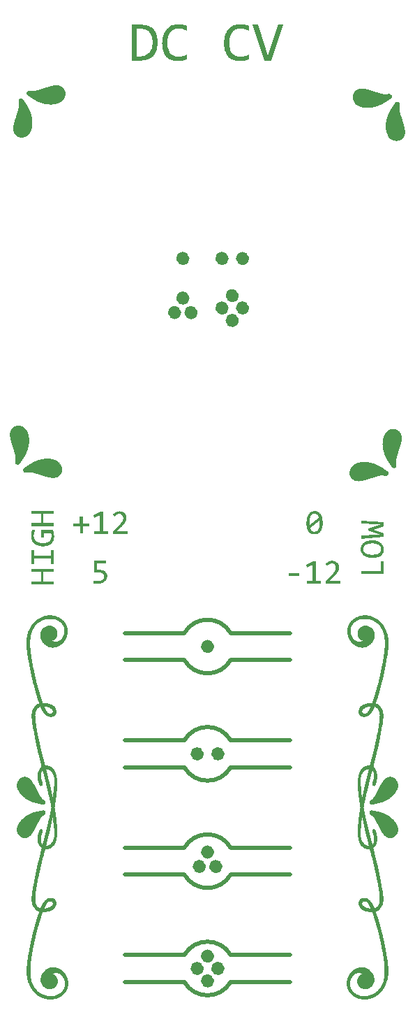
<source format=gto>
G04 Layer_Color=65535*
%FSLAX43Y43*%
%MOMM*%
G71*
G01*
G75*
%ADD16C,1.000*%
%ADD17C,0.500*%
G36*
X107718Y222971D02*
X106918D01*
X105474Y227326D01*
X106148D01*
X107081Y224385D01*
X107347Y223526D01*
X107621Y224385D01*
X108562Y227326D01*
X109199D01*
X107718Y222971D01*
D02*
G37*
G36*
X96630Y227378D02*
X96719Y227370D01*
X96808Y227363D01*
X97008Y227333D01*
X97023D01*
X97052Y227326D01*
X97104Y227311D01*
X97171Y227296D01*
X97245Y227274D01*
X97326Y227244D01*
X97511Y227178D01*
Y226592D01*
X97504Y226600D01*
X97467Y226615D01*
X97422Y226637D01*
X97356Y226666D01*
X97282Y226696D01*
X97200Y226726D01*
X97015Y226785D01*
X97000D01*
X96971Y226800D01*
X96919Y226807D01*
X96852Y226822D01*
X96771Y226837D01*
X96674Y226844D01*
X96571Y226859D01*
X96408D01*
X96349Y226852D01*
X96274Y226844D01*
X96193Y226829D01*
X96097Y226807D01*
X96000Y226778D01*
X95904Y226741D01*
X95897Y226733D01*
X95867Y226718D01*
X95815Y226689D01*
X95763Y226652D01*
X95697Y226607D01*
X95623Y226548D01*
X95549Y226481D01*
X95482Y226400D01*
X95475Y226392D01*
X95452Y226363D01*
X95423Y226318D01*
X95386Y226252D01*
X95341Y226178D01*
X95297Y226081D01*
X95252Y225978D01*
X95215Y225867D01*
Y225852D01*
X95201Y225815D01*
X95186Y225748D01*
X95171Y225659D01*
X95156Y225555D01*
X95141Y225437D01*
X95134Y225304D01*
X95126Y225156D01*
Y225148D01*
Y225118D01*
Y225074D01*
X95134Y225015D01*
Y224948D01*
X95141Y224867D01*
X95156Y224778D01*
X95171Y224681D01*
X95208Y224474D01*
X95267Y224259D01*
X95356Y224059D01*
X95408Y223970D01*
X95467Y223882D01*
X95475Y223874D01*
X95482Y223867D01*
X95504Y223845D01*
X95534Y223815D01*
X95563Y223785D01*
X95608Y223748D01*
X95660Y223704D01*
X95719Y223667D01*
X95786Y223630D01*
X95860Y223585D01*
X95949Y223548D01*
X96037Y223519D01*
X96134Y223489D01*
X96237Y223474D01*
X96356Y223459D01*
X96474Y223452D01*
X96578D01*
X96645Y223459D01*
X96726Y223467D01*
X96815Y223474D01*
X97008Y223511D01*
X97023D01*
X97052Y223526D01*
X97104Y223541D01*
X97171Y223563D01*
X97245Y223585D01*
X97326Y223615D01*
X97511Y223696D01*
Y223133D01*
X97504D01*
X97489Y223126D01*
X97460Y223111D01*
X97422Y223104D01*
X97371Y223082D01*
X97311Y223067D01*
X97252Y223045D01*
X97178Y223030D01*
X97008Y222985D01*
X96823Y222956D01*
X96623Y222926D01*
X96408Y222919D01*
X96371D01*
X96319Y222926D01*
X96252D01*
X96178Y222934D01*
X96089Y222948D01*
X95993Y222963D01*
X95882Y222985D01*
X95771Y223015D01*
X95652Y223052D01*
X95534Y223096D01*
X95415Y223148D01*
X95304Y223215D01*
X95193Y223289D01*
X95082Y223371D01*
X94986Y223467D01*
X94978Y223474D01*
X94963Y223496D01*
X94941Y223526D01*
X94912Y223570D01*
X94875Y223630D01*
X94830Y223696D01*
X94786Y223785D01*
X94741Y223882D01*
X94697Y223985D01*
X94652Y224111D01*
X94608Y224245D01*
X94571Y224385D01*
X94541Y224548D01*
X94519Y224719D01*
X94504Y224904D01*
X94497Y225096D01*
Y225104D01*
Y225118D01*
Y225148D01*
Y225185D01*
X94504Y225230D01*
Y225289D01*
X94512Y225415D01*
X94526Y225555D01*
X94556Y225718D01*
X94586Y225881D01*
X94630Y226044D01*
Y226052D01*
X94638Y226067D01*
X94645Y226089D01*
X94652Y226118D01*
X94689Y226192D01*
X94726Y226296D01*
X94786Y226407D01*
X94852Y226526D01*
X94926Y226652D01*
X95015Y226763D01*
X95030Y226778D01*
X95060Y226815D01*
X95119Y226866D01*
X95193Y226933D01*
X95282Y227007D01*
X95386Y227081D01*
X95504Y227155D01*
X95630Y227222D01*
X95637D01*
X95645Y227229D01*
X95667Y227237D01*
X95697Y227244D01*
X95771Y227274D01*
X95867Y227303D01*
X95986Y227333D01*
X96126Y227363D01*
X96282Y227378D01*
X96445Y227385D01*
X96556D01*
X96630Y227378D01*
D02*
G37*
G36*
X87683Y162064D02*
X86558D01*
Y161301D01*
X86863D01*
X86914Y161296D01*
X86975Y161292D01*
X87035Y161287D01*
X87174Y161264D01*
X87183D01*
X87206Y161255D01*
X87243Y161245D01*
X87285Y161236D01*
X87340Y161218D01*
X87396Y161194D01*
X87451Y161171D01*
X87507Y161139D01*
X87511Y161134D01*
X87530Y161125D01*
X87558Y161102D01*
X87590Y161079D01*
X87627Y161042D01*
X87664Y161005D01*
X87701Y160954D01*
X87738Y160903D01*
X87743Y160898D01*
X87752Y160875D01*
X87766Y160843D01*
X87784Y160801D01*
X87803Y160745D01*
X87817Y160681D01*
X87826Y160611D01*
X87831Y160528D01*
Y160519D01*
Y160496D01*
X87826Y160454D01*
X87821Y160408D01*
X87808Y160347D01*
X87794Y160287D01*
X87771Y160223D01*
X87743Y160158D01*
X87738Y160148D01*
X87729Y160130D01*
X87706Y160098D01*
X87678Y160061D01*
X87646Y160014D01*
X87604Y159968D01*
X87553Y159917D01*
X87497Y159871D01*
X87493Y159866D01*
X87470Y159852D01*
X87437Y159829D01*
X87396Y159801D01*
X87340Y159774D01*
X87280Y159741D01*
X87211Y159713D01*
X87137Y159686D01*
X87127Y159681D01*
X87100Y159676D01*
X87058Y159667D01*
X87002Y159653D01*
X86938Y159639D01*
X86859Y159630D01*
X86776Y159626D01*
X86688Y159621D01*
X86609D01*
X86558Y159626D01*
X86530D01*
X86516Y159630D01*
X86470D01*
X86419Y159635D01*
X86396D01*
X86378Y159639D01*
X86331Y159644D01*
X86285Y159649D01*
X86276D01*
X86248Y159653D01*
X86211D01*
X86169Y159658D01*
Y159986D01*
X86174D01*
X86188Y159982D01*
X86211Y159977D01*
X86243Y159973D01*
X86280Y159963D01*
X86322Y159959D01*
X86373Y159949D01*
X86424Y159945D01*
X86452D01*
X86479Y159940D01*
X86563D01*
X86614Y159936D01*
X86780D01*
X86822Y159940D01*
X86863Y159945D01*
X86914Y159949D01*
X87016Y159973D01*
X87021D01*
X87039Y159982D01*
X87062Y159991D01*
X87095Y160005D01*
X87169Y160037D01*
X87243Y160088D01*
X87248Y160093D01*
X87257Y160102D01*
X87275Y160116D01*
X87299Y160139D01*
X87322Y160162D01*
X87345Y160195D01*
X87391Y160264D01*
X87396Y160269D01*
X87400Y160283D01*
X87410Y160306D01*
X87419Y160334D01*
X87428Y160371D01*
X87433Y160412D01*
X87442Y160454D01*
Y160505D01*
Y160509D01*
Y160514D01*
Y160528D01*
X87437Y160546D01*
X87433Y160588D01*
X87419Y160644D01*
X87396Y160704D01*
X87363Y160764D01*
X87317Y160820D01*
X87257Y160870D01*
X87248Y160875D01*
X87224Y160889D01*
X87183Y160907D01*
X87123Y160931D01*
X87049Y160954D01*
X86956Y160972D01*
X86850Y160986D01*
X86729Y160991D01*
X86216D01*
Y162379D01*
X87683D01*
Y162064D01*
D02*
G37*
G36*
X92090Y227318D02*
X92171Y227311D01*
X92267Y227296D01*
X92379Y227281D01*
X92497Y227259D01*
X92616Y227229D01*
X92741Y227200D01*
X92867Y227155D01*
X92993Y227103D01*
X93119Y227044D01*
X93238Y226970D01*
X93349Y226896D01*
X93445Y226800D01*
X93453Y226792D01*
X93467Y226778D01*
X93490Y226748D01*
X93527Y226704D01*
X93564Y226644D01*
X93608Y226578D01*
X93653Y226496D01*
X93697Y226400D01*
X93741Y226296D01*
X93793Y226178D01*
X93830Y226044D01*
X93867Y225904D01*
X93904Y225741D01*
X93927Y225570D01*
X93941Y225393D01*
X93949Y225193D01*
Y225178D01*
Y225141D01*
Y225081D01*
X93941Y225000D01*
X93934Y224911D01*
X93927Y224807D01*
X93897Y224593D01*
Y224578D01*
X93890Y224541D01*
X93875Y224489D01*
X93860Y224415D01*
X93838Y224333D01*
X93808Y224245D01*
X93741Y224059D01*
X93734Y224052D01*
X93719Y224015D01*
X93697Y223970D01*
X93667Y223911D01*
X93630Y223845D01*
X93586Y223763D01*
X93467Y223608D01*
X93460Y223600D01*
X93438Y223578D01*
X93401Y223533D01*
X93349Y223489D01*
X93290Y223437D01*
X93216Y223378D01*
X93134Y223319D01*
X93045Y223267D01*
X93038Y223259D01*
X93001Y223245D01*
X92949Y223215D01*
X92882Y223185D01*
X92801Y223148D01*
X92704Y223111D01*
X92593Y223074D01*
X92475Y223045D01*
X92460D01*
X92416Y223030D01*
X92349Y223022D01*
X92260Y223008D01*
X92149Y222993D01*
X92023Y222985D01*
X91882Y222971D01*
X90801D01*
Y227326D01*
X92016D01*
X92090Y227318D01*
D02*
G37*
G36*
X104140Y227378D02*
X104229Y227370D01*
X104318Y227363D01*
X104518Y227333D01*
X104533D01*
X104562Y227326D01*
X104614Y227311D01*
X104681Y227296D01*
X104755Y227274D01*
X104837Y227244D01*
X105022Y227178D01*
Y226592D01*
X105014Y226600D01*
X104977Y226615D01*
X104933Y226637D01*
X104866Y226666D01*
X104792Y226696D01*
X104711Y226726D01*
X104525Y226785D01*
X104511D01*
X104481Y226800D01*
X104429Y226807D01*
X104363Y226822D01*
X104281Y226837D01*
X104185Y226844D01*
X104081Y226859D01*
X103918D01*
X103859Y226852D01*
X103785Y226844D01*
X103703Y226829D01*
X103607Y226807D01*
X103511Y226778D01*
X103414Y226741D01*
X103407Y226733D01*
X103377Y226718D01*
X103326Y226689D01*
X103274Y226652D01*
X103207Y226607D01*
X103133Y226548D01*
X103059Y226481D01*
X102992Y226400D01*
X102985Y226392D01*
X102963Y226363D01*
X102933Y226318D01*
X102896Y226252D01*
X102852Y226178D01*
X102807Y226081D01*
X102763Y225978D01*
X102726Y225867D01*
Y225852D01*
X102711Y225815D01*
X102696Y225748D01*
X102681Y225659D01*
X102666Y225555D01*
X102652Y225437D01*
X102644Y225304D01*
X102637Y225156D01*
Y225148D01*
Y225118D01*
Y225074D01*
X102644Y225015D01*
Y224948D01*
X102652Y224867D01*
X102666Y224778D01*
X102681Y224681D01*
X102718Y224474D01*
X102777Y224259D01*
X102866Y224059D01*
X102918Y223970D01*
X102977Y223882D01*
X102985Y223874D01*
X102992Y223867D01*
X103015Y223845D01*
X103044Y223815D01*
X103074Y223785D01*
X103118Y223748D01*
X103170Y223704D01*
X103229Y223667D01*
X103296Y223630D01*
X103370Y223585D01*
X103459Y223548D01*
X103548Y223519D01*
X103644Y223489D01*
X103748Y223474D01*
X103866Y223459D01*
X103985Y223452D01*
X104088D01*
X104155Y223459D01*
X104237Y223467D01*
X104325Y223474D01*
X104518Y223511D01*
X104533D01*
X104562Y223526D01*
X104614Y223541D01*
X104681Y223563D01*
X104755Y223585D01*
X104837Y223615D01*
X105022Y223696D01*
Y223133D01*
X105014D01*
X104999Y223126D01*
X104970Y223111D01*
X104933Y223104D01*
X104881Y223082D01*
X104822Y223067D01*
X104762Y223045D01*
X104688Y223030D01*
X104518Y222985D01*
X104333Y222956D01*
X104133Y222926D01*
X103918Y222919D01*
X103881D01*
X103829Y222926D01*
X103763D01*
X103689Y222934D01*
X103600Y222948D01*
X103503Y222963D01*
X103392Y222985D01*
X103281Y223015D01*
X103163Y223052D01*
X103044Y223096D01*
X102926Y223148D01*
X102815Y223215D01*
X102703Y223289D01*
X102592Y223371D01*
X102496Y223467D01*
X102489Y223474D01*
X102474Y223496D01*
X102452Y223526D01*
X102422Y223570D01*
X102385Y223630D01*
X102340Y223696D01*
X102296Y223785D01*
X102252Y223882D01*
X102207Y223985D01*
X102163Y224111D01*
X102118Y224245D01*
X102081Y224385D01*
X102052Y224548D01*
X102029Y224719D01*
X102015Y224904D01*
X102007Y225096D01*
Y225104D01*
Y225118D01*
Y225148D01*
Y225185D01*
X102015Y225230D01*
Y225289D01*
X102022Y225415D01*
X102037Y225555D01*
X102066Y225718D01*
X102096Y225881D01*
X102141Y226044D01*
Y226052D01*
X102148Y226067D01*
X102155Y226089D01*
X102163Y226118D01*
X102200Y226192D01*
X102237Y226296D01*
X102296Y226407D01*
X102363Y226526D01*
X102437Y226652D01*
X102526Y226763D01*
X102540Y226778D01*
X102570Y226815D01*
X102629Y226866D01*
X102703Y226933D01*
X102792Y227007D01*
X102896Y227081D01*
X103015Y227155D01*
X103140Y227222D01*
X103148D01*
X103155Y227229D01*
X103177Y227237D01*
X103207Y227244D01*
X103281Y227274D01*
X103377Y227303D01*
X103496Y227333D01*
X103637Y227363D01*
X103792Y227378D01*
X103955Y227385D01*
X104066D01*
X104140Y227378D01*
D02*
G37*
G36*
X120076Y164856D02*
X120113D01*
X120201Y164852D01*
X120299Y164838D01*
X120405Y164824D01*
X120511Y164801D01*
X120618Y164773D01*
X120622D01*
X120632Y164768D01*
X120646Y164764D01*
X120664Y164759D01*
X120710Y164736D01*
X120775Y164713D01*
X120845Y164676D01*
X120919Y164639D01*
X120993Y164588D01*
X121062Y164537D01*
X121071Y164532D01*
X121090Y164514D01*
X121122Y164481D01*
X121159Y164440D01*
X121201Y164389D01*
X121243Y164333D01*
X121280Y164268D01*
X121317Y164194D01*
X121321Y164185D01*
X121331Y164162D01*
X121344Y164120D01*
X121358Y164069D01*
X121372Y164009D01*
X121386Y163940D01*
X121395Y163861D01*
X121400Y163782D01*
Y163778D01*
Y163773D01*
Y163755D01*
Y163736D01*
X121395Y163690D01*
X121386Y163625D01*
X121377Y163556D01*
X121363Y163477D01*
X121340Y163398D01*
X121307Y163324D01*
X121303Y163315D01*
X121289Y163292D01*
X121266Y163255D01*
X121238Y163213D01*
X121196Y163158D01*
X121150Y163107D01*
X121094Y163051D01*
X121034Y163000D01*
X121025Y162996D01*
X121002Y162977D01*
X120965Y162954D01*
X120914Y162926D01*
X120849Y162899D01*
X120775Y162866D01*
X120692Y162838D01*
X120599Y162811D01*
X120595D01*
X120585Y162806D01*
X120572D01*
X120553Y162801D01*
X120530Y162797D01*
X120502Y162792D01*
X120428Y162783D01*
X120345Y162769D01*
X120243Y162760D01*
X120132Y162755D01*
X120016Y162750D01*
X119956D01*
X119924Y162755D01*
X119887D01*
X119803Y162760D01*
X119701Y162769D01*
X119600Y162788D01*
X119489Y162806D01*
X119387Y162834D01*
X119382D01*
X119373Y162838D01*
X119359Y162843D01*
X119341Y162848D01*
X119294Y162866D01*
X119229Y162894D01*
X119160Y162926D01*
X119086Y162968D01*
X119017Y163014D01*
X118947Y163065D01*
X118938Y163070D01*
X118919Y163093D01*
X118887Y163121D01*
X118850Y163162D01*
X118808Y163213D01*
X118762Y163273D01*
X118725Y163338D01*
X118688Y163408D01*
X118683Y163417D01*
X118674Y163440D01*
X118660Y163482D01*
X118642Y163533D01*
X118628Y163593D01*
X118614Y163667D01*
X118605Y163741D01*
X118600Y163824D01*
Y163829D01*
Y163838D01*
Y163847D01*
Y163866D01*
X118605Y163917D01*
X118614Y163977D01*
X118623Y164051D01*
X118642Y164125D01*
X118665Y164204D01*
X118697Y164278D01*
X118702Y164287D01*
X118716Y164310D01*
X118739Y164347D01*
X118767Y164393D01*
X118808Y164444D01*
X118855Y164495D01*
X118910Y164551D01*
X118975Y164602D01*
X118984Y164606D01*
X119007Y164625D01*
X119044Y164648D01*
X119095Y164676D01*
X119160Y164708D01*
X119234Y164740D01*
X119317Y164768D01*
X119410Y164796D01*
X119415D01*
X119419Y164801D01*
X119433D01*
X119456Y164805D01*
X119479Y164810D01*
X119507Y164815D01*
X119577Y164828D01*
X119660Y164842D01*
X119757Y164852D01*
X119868Y164856D01*
X119984Y164861D01*
X120044D01*
X120076Y164856D01*
D02*
G37*
G36*
X121363Y167045D02*
Y166564D01*
X120396Y166226D01*
X120081Y166133D01*
X120419Y166032D01*
X121363Y165722D01*
Y165259D01*
X118642Y165069D01*
Y165421D01*
X120497Y165523D01*
X121002Y165555D01*
X120572Y165685D01*
X119558Y166018D01*
Y166272D01*
X120646Y166652D01*
X121002Y166777D01*
X120632Y166786D01*
X118642Y166897D01*
Y167230D01*
X121363Y167045D01*
D02*
G37*
G36*
X113100Y168395D02*
X113150Y168391D01*
X113211Y168381D01*
X113280Y168363D01*
X113345Y168344D01*
X113414Y168317D01*
X113423Y168312D01*
X113447Y168303D01*
X113479Y168280D01*
X113521Y168252D01*
X113567Y168219D01*
X113618Y168173D01*
X113669Y168122D01*
X113720Y168062D01*
X113724Y168053D01*
X113743Y168030D01*
X113766Y167993D01*
X113794Y167942D01*
X113826Y167882D01*
X113858Y167803D01*
X113891Y167720D01*
X113919Y167622D01*
Y167618D01*
X113923Y167609D01*
Y167595D01*
X113928Y167576D01*
X113937Y167548D01*
X113942Y167521D01*
X113946Y167484D01*
X113956Y167447D01*
X113965Y167354D01*
X113979Y167248D01*
X113983Y167127D01*
X113988Y166998D01*
Y166993D01*
Y166984D01*
Y166965D01*
Y166947D01*
Y166919D01*
X113983Y166887D01*
X113979Y166808D01*
X113974Y166720D01*
X113960Y166623D01*
X113946Y166521D01*
X113923Y166424D01*
Y166419D01*
X113919Y166415D01*
Y166401D01*
X113914Y166382D01*
X113896Y166336D01*
X113877Y166276D01*
X113849Y166206D01*
X113817Y166132D01*
X113780Y166058D01*
X113734Y165984D01*
X113729Y165975D01*
X113710Y165952D01*
X113683Y165919D01*
X113646Y165878D01*
X113604Y165831D01*
X113548Y165785D01*
X113488Y165739D01*
X113419Y165697D01*
X113410Y165693D01*
X113386Y165683D01*
X113345Y165665D01*
X113294Y165651D01*
X113229Y165632D01*
X113155Y165614D01*
X113072Y165605D01*
X112979Y165600D01*
X112942D01*
X112900Y165605D01*
X112845Y165609D01*
X112785Y165619D01*
X112715Y165632D01*
X112646Y165651D01*
X112577Y165679D01*
X112567Y165683D01*
X112549Y165693D01*
X112516Y165716D01*
X112475Y165744D01*
X112424Y165776D01*
X112373Y165822D01*
X112322Y165873D01*
X112271Y165933D01*
X112266Y165943D01*
X112253Y165966D01*
X112229Y166003D01*
X112202Y166054D01*
X112169Y166114D01*
X112137Y166188D01*
X112105Y166276D01*
X112077Y166368D01*
Y166373D01*
X112072Y166382D01*
Y166396D01*
X112067Y166415D01*
X112063Y166442D01*
X112058Y166470D01*
X112049Y166507D01*
X112044Y166544D01*
X112030Y166637D01*
X112021Y166743D01*
X112017Y166868D01*
X112012Y166998D01*
Y167002D01*
Y167012D01*
Y167030D01*
Y167049D01*
Y167076D01*
X112017Y167109D01*
X112021Y167187D01*
X112026Y167275D01*
X112040Y167368D01*
X112054Y167470D01*
X112072Y167567D01*
Y167572D01*
X112077Y167581D01*
X112081Y167590D01*
X112086Y167609D01*
X112100Y167659D01*
X112118Y167720D01*
X112146Y167789D01*
X112179Y167863D01*
X112220Y167937D01*
X112262Y168011D01*
X112266Y168020D01*
X112285Y168044D01*
X112313Y168076D01*
X112350Y168118D01*
X112391Y168164D01*
X112447Y168210D01*
X112507Y168256D01*
X112577Y168298D01*
X112586Y168303D01*
X112609Y168312D01*
X112651Y168331D01*
X112701Y168349D01*
X112766Y168368D01*
X112845Y168386D01*
X112928Y168395D01*
X113021Y168400D01*
X113058D01*
X113100Y168395D01*
D02*
G37*
G36*
X121363Y160770D02*
X118642D01*
Y161145D01*
X121048D01*
Y162339D01*
X121363D01*
Y160770D01*
D02*
G37*
G36*
X84867Y166910D02*
X85686D01*
Y166595D01*
X84867D01*
Y165744D01*
X84510D01*
Y166595D01*
X83691D01*
Y166910D01*
X84506D01*
Y167752D01*
X84867D01*
Y166910D01*
D02*
G37*
G36*
X111123Y160581D02*
X109879D01*
Y160924D01*
X111123D01*
Y160581D01*
D02*
G37*
G36*
X81344Y161052D02*
X80095D01*
Y159909D01*
X81344D01*
Y159539D01*
X78623D01*
Y159909D01*
X79776D01*
Y161052D01*
X78623D01*
Y161422D01*
X81344D01*
Y161052D01*
D02*
G37*
G36*
X113146Y159956D02*
X113752D01*
Y159619D01*
X112044D01*
Y159956D01*
X112743D01*
Y161942D01*
X112091Y161590D01*
X111961Y161900D01*
X112822Y162354D01*
X113146D01*
Y159956D01*
D02*
G37*
G36*
X115219Y162377D02*
X115265D01*
X115316Y162368D01*
X115372Y162358D01*
X115432Y162344D01*
X115487Y162326D01*
X115492Y162321D01*
X115511Y162317D01*
X115538Y162303D01*
X115575Y162284D01*
X115617Y162261D01*
X115659Y162238D01*
X115742Y162169D01*
X115747Y162164D01*
X115761Y162150D01*
X115779Y162127D01*
X115807Y162099D01*
X115835Y162062D01*
X115862Y162020D01*
X115890Y161974D01*
X115913Y161919D01*
X115918Y161914D01*
X115923Y161891D01*
X115932Y161863D01*
X115946Y161821D01*
X115955Y161771D01*
X115964Y161715D01*
X115969Y161655D01*
X115973Y161585D01*
Y161581D01*
Y161558D01*
Y161530D01*
X115969Y161488D01*
X115964Y161447D01*
X115955Y161396D01*
X115932Y161294D01*
Y161289D01*
X115923Y161271D01*
X115913Y161243D01*
X115899Y161211D01*
X115881Y161169D01*
X115858Y161123D01*
X115802Y161025D01*
X115798Y161021D01*
X115788Y161002D01*
X115770Y160979D01*
X115747Y160942D01*
X115714Y160900D01*
X115677Y160854D01*
X115636Y160803D01*
X115589Y160752D01*
X115585Y160748D01*
X115566Y160729D01*
X115538Y160702D01*
X115506Y160664D01*
X115460Y160618D01*
X115409Y160567D01*
X115353Y160507D01*
X115288Y160447D01*
X114798Y159966D01*
X116122D01*
Y159619D01*
X114326D01*
Y159943D01*
X115025Y160641D01*
X115034Y160651D01*
X115052Y160669D01*
X115085Y160702D01*
X115127Y160743D01*
X115173Y160789D01*
X115219Y160840D01*
X115265Y160891D01*
X115307Y160938D01*
X115312Y160942D01*
X115326Y160961D01*
X115344Y160984D01*
X115367Y161012D01*
X115395Y161049D01*
X115423Y161086D01*
X115474Y161164D01*
X115478Y161169D01*
X115483Y161183D01*
X115497Y161201D01*
X115511Y161229D01*
X115538Y161289D01*
X115557Y161359D01*
Y161363D01*
X115562Y161377D01*
X115566Y161396D01*
X115571Y161419D01*
Y161447D01*
X115575Y161484D01*
X115580Y161558D01*
Y161562D01*
Y161576D01*
Y161595D01*
X115575Y161618D01*
X115571Y161683D01*
X115552Y161747D01*
Y161752D01*
X115548Y161761D01*
X115543Y161780D01*
X115534Y161803D01*
X115506Y161854D01*
X115469Y161909D01*
X115464Y161914D01*
X115460Y161923D01*
X115446Y161933D01*
X115432Y161951D01*
X115381Y161983D01*
X115321Y162020D01*
X115316D01*
X115307Y162025D01*
X115288Y162034D01*
X115261Y162044D01*
X115228Y162048D01*
X115196Y162057D01*
X115154Y162062D01*
X115080D01*
X115048Y162057D01*
X115006Y162053D01*
X114955Y162044D01*
X114904Y162030D01*
X114849Y162011D01*
X114793Y161983D01*
X114789Y161979D01*
X114770Y161970D01*
X114742Y161951D01*
X114705Y161928D01*
X114668Y161900D01*
X114622Y161868D01*
X114580Y161826D01*
X114534Y161784D01*
X114335Y162020D01*
X114344Y162030D01*
X114363Y162048D01*
X114395Y162076D01*
X114437Y162113D01*
X114488Y162155D01*
X114548Y162196D01*
X114613Y162243D01*
X114687Y162280D01*
X114691D01*
X114696Y162284D01*
X114724Y162293D01*
X114766Y162312D01*
X114821Y162331D01*
X114890Y162349D01*
X114969Y162368D01*
X115057Y162377D01*
X115154Y162381D01*
X115187D01*
X115219Y162377D01*
D02*
G37*
G36*
X81344Y162010D02*
X81030D01*
Y162639D01*
X78938D01*
Y162010D01*
X78623D01*
Y163644D01*
X78938D01*
Y163014D01*
X81030D01*
Y163644D01*
X81344D01*
Y162010D01*
D02*
G37*
G36*
X87333Y165956D02*
X87939D01*
Y165619D01*
X86232D01*
Y165956D01*
X86931D01*
Y167942D01*
X86278Y167590D01*
X86148Y167900D01*
X87009Y168354D01*
X87333D01*
Y165956D01*
D02*
G37*
G36*
X89407Y168377D02*
X89453D01*
X89504Y168368D01*
X89559Y168358D01*
X89619Y168344D01*
X89675Y168326D01*
X89680Y168321D01*
X89698Y168317D01*
X89726Y168303D01*
X89763Y168284D01*
X89804Y168261D01*
X89846Y168238D01*
X89929Y168169D01*
X89934Y168164D01*
X89948Y168150D01*
X89966Y168127D01*
X89994Y168099D01*
X90022Y168062D01*
X90050Y168020D01*
X90078Y167974D01*
X90101Y167919D01*
X90105Y167914D01*
X90110Y167891D01*
X90119Y167863D01*
X90133Y167821D01*
X90142Y167771D01*
X90152Y167715D01*
X90156Y167655D01*
X90161Y167585D01*
Y167581D01*
Y167558D01*
Y167530D01*
X90156Y167488D01*
X90152Y167447D01*
X90142Y167396D01*
X90119Y167294D01*
Y167289D01*
X90110Y167271D01*
X90101Y167243D01*
X90087Y167211D01*
X90068Y167169D01*
X90045Y167123D01*
X89990Y167025D01*
X89985Y167021D01*
X89976Y167002D01*
X89957Y166979D01*
X89934Y166942D01*
X89902Y166900D01*
X89865Y166854D01*
X89823Y166803D01*
X89777Y166752D01*
X89772Y166748D01*
X89754Y166729D01*
X89726Y166702D01*
X89693Y166664D01*
X89647Y166618D01*
X89596Y166567D01*
X89541Y166507D01*
X89476Y166447D01*
X88985Y165966D01*
X90309D01*
Y165619D01*
X88513D01*
Y165943D01*
X89212Y166641D01*
X89221Y166651D01*
X89240Y166669D01*
X89272Y166702D01*
X89314Y166743D01*
X89360Y166789D01*
X89407Y166840D01*
X89453Y166891D01*
X89494Y166938D01*
X89499Y166942D01*
X89513Y166961D01*
X89531Y166984D01*
X89555Y167012D01*
X89582Y167049D01*
X89610Y167086D01*
X89661Y167164D01*
X89666Y167169D01*
X89670Y167183D01*
X89684Y167201D01*
X89698Y167229D01*
X89726Y167289D01*
X89744Y167359D01*
Y167363D01*
X89749Y167377D01*
X89754Y167396D01*
X89758Y167419D01*
Y167447D01*
X89763Y167484D01*
X89767Y167558D01*
Y167562D01*
Y167576D01*
Y167595D01*
X89763Y167618D01*
X89758Y167683D01*
X89740Y167747D01*
Y167752D01*
X89735Y167761D01*
X89730Y167780D01*
X89721Y167803D01*
X89693Y167854D01*
X89656Y167909D01*
X89652Y167914D01*
X89647Y167923D01*
X89633Y167933D01*
X89619Y167951D01*
X89568Y167983D01*
X89508Y168020D01*
X89504D01*
X89494Y168025D01*
X89476Y168034D01*
X89448Y168044D01*
X89416Y168048D01*
X89383Y168057D01*
X89342Y168062D01*
X89268D01*
X89235Y168057D01*
X89194Y168053D01*
X89143Y168044D01*
X89092Y168030D01*
X89036Y168011D01*
X88981Y167983D01*
X88976Y167979D01*
X88958Y167970D01*
X88930Y167951D01*
X88893Y167928D01*
X88856Y167900D01*
X88810Y167868D01*
X88768Y167826D01*
X88722Y167784D01*
X88523Y168020D01*
X88532Y168030D01*
X88550Y168048D01*
X88583Y168076D01*
X88624Y168113D01*
X88675Y168155D01*
X88735Y168196D01*
X88800Y168243D01*
X88874Y168280D01*
X88879D01*
X88884Y168284D01*
X88911Y168293D01*
X88953Y168312D01*
X89008Y168331D01*
X89078Y168349D01*
X89157Y168368D01*
X89245Y168377D01*
X89342Y168381D01*
X89374D01*
X89407Y168377D01*
D02*
G37*
G36*
X81219Y166106D02*
X81224Y166096D01*
X81233Y166078D01*
X81243Y166055D01*
X81270Y165995D01*
X81293Y165925D01*
Y165921D01*
X81298Y165911D01*
X81303Y165893D01*
X81307Y165865D01*
X81317Y165837D01*
X81326Y165805D01*
X81340Y165731D01*
Y165726D01*
X81344Y165712D01*
Y165694D01*
X81349Y165671D01*
X81358Y165606D01*
X81368Y165536D01*
Y165532D01*
Y165518D01*
X81372Y165499D01*
Y165476D01*
X81377Y165416D01*
X81381Y165347D01*
Y165342D01*
Y165333D01*
Y165319D01*
Y165300D01*
X81377Y165245D01*
X81372Y165180D01*
X81363Y165101D01*
X81344Y165018D01*
X81326Y164930D01*
X81298Y164842D01*
Y164838D01*
X81293Y164833D01*
X81280Y164805D01*
X81261Y164764D01*
X81233Y164713D01*
X81196Y164653D01*
X81150Y164588D01*
X81099Y164523D01*
X81039Y164463D01*
X81030Y164458D01*
X81007Y164435D01*
X80970Y164407D01*
X80919Y164375D01*
X80858Y164333D01*
X80784Y164296D01*
X80701Y164255D01*
X80609Y164222D01*
X80604D01*
X80595Y164218D01*
X80581Y164213D01*
X80562Y164208D01*
X80539Y164204D01*
X80511Y164194D01*
X80437Y164180D01*
X80354Y164167D01*
X80252Y164153D01*
X80137Y164143D01*
X80016Y164139D01*
X79961D01*
X79928Y164143D01*
X79896D01*
X79813Y164153D01*
X79720Y164162D01*
X79618Y164176D01*
X79516Y164199D01*
X79415Y164231D01*
X79410D01*
X79401Y164236D01*
X79387Y164241D01*
X79368Y164250D01*
X79322Y164268D01*
X79257Y164301D01*
X79188Y164333D01*
X79109Y164379D01*
X79035Y164430D01*
X78961Y164491D01*
X78952Y164500D01*
X78929Y164523D01*
X78896Y164555D01*
X78855Y164606D01*
X78808Y164666D01*
X78762Y164736D01*
X78720Y164815D01*
X78679Y164898D01*
Y164902D01*
X78674Y164907D01*
X78669Y164921D01*
X78665Y164939D01*
X78646Y164990D01*
X78628Y165055D01*
X78614Y165134D01*
X78595Y165222D01*
X78586Y165324D01*
X78582Y165430D01*
Y165439D01*
Y165462D01*
Y165495D01*
X78586Y165541D01*
X78591Y165592D01*
X78595Y165652D01*
X78614Y165777D01*
Y165786D01*
X78619Y165805D01*
X78628Y165837D01*
X78637Y165879D01*
X78651Y165930D01*
X78669Y165981D01*
X78716Y166096D01*
X79086D01*
X79081Y166092D01*
X79072Y166069D01*
X79058Y166041D01*
X79040Y165999D01*
X79021Y165953D01*
X78998Y165897D01*
X78961Y165782D01*
Y165772D01*
X78952Y165754D01*
X78947Y165722D01*
X78938Y165680D01*
X78929Y165624D01*
X78924Y165569D01*
X78915Y165504D01*
Y165435D01*
Y165430D01*
Y165425D01*
Y165398D01*
X78919Y165356D01*
X78924Y165305D01*
X78933Y165245D01*
X78947Y165180D01*
X78966Y165111D01*
X78993Y165046D01*
X78998Y165037D01*
X79007Y165018D01*
X79026Y164986D01*
X79049Y164949D01*
X79081Y164902D01*
X79118Y164856D01*
X79165Y164810D01*
X79216Y164764D01*
X79220Y164759D01*
X79239Y164745D01*
X79271Y164722D01*
X79308Y164699D01*
X79359Y164671D01*
X79415Y164639D01*
X79479Y164611D01*
X79553Y164588D01*
X79563Y164583D01*
X79586Y164578D01*
X79627Y164569D01*
X79678Y164560D01*
X79743Y164546D01*
X79817Y164537D01*
X79900Y164532D01*
X79988Y164528D01*
X80030D01*
X80076Y164532D01*
X80137D01*
X80206Y164537D01*
X80285Y164546D01*
X80359Y164560D01*
X80437Y164574D01*
X80447Y164578D01*
X80470Y164583D01*
X80507Y164597D01*
X80553Y164611D01*
X80609Y164634D01*
X80664Y164662D01*
X80720Y164694D01*
X80775Y164731D01*
X80780Y164736D01*
X80798Y164750D01*
X80821Y164773D01*
X80849Y164805D01*
X80886Y164847D01*
X80919Y164893D01*
X80951Y164944D01*
X80983Y165004D01*
X80988Y165014D01*
X80993Y165032D01*
X81007Y165069D01*
X81016Y165115D01*
X81030Y165175D01*
X81044Y165245D01*
X81048Y165319D01*
X81053Y165402D01*
Y165407D01*
Y165425D01*
Y165453D01*
Y165486D01*
Y165495D01*
X81048Y165513D01*
Y165546D01*
X81044Y165578D01*
Y165587D01*
X81039Y165606D01*
X81030Y165634D01*
X81025Y165666D01*
X81020Y165675D01*
X81016Y165694D01*
X81007Y165717D01*
X80997Y165745D01*
X80132D01*
Y165185D01*
X79826D01*
Y166110D01*
X81219D01*
Y166106D01*
D02*
G37*
G36*
X81344Y168091D02*
X80095D01*
Y166948D01*
X81344D01*
Y166578D01*
X78623D01*
Y166948D01*
X79776D01*
Y168091D01*
X78623D01*
Y168461D01*
X81344D01*
Y168091D01*
D02*
G37*
G36*
X77946Y136182D02*
X78064D01*
Y136153D01*
X78153D01*
Y136123D01*
X78212D01*
Y136093D01*
X78271D01*
Y136064D01*
X78330D01*
Y136034D01*
X78360D01*
Y136005D01*
X78389D01*
Y135975D01*
X78449D01*
Y135945D01*
X78478D01*
Y135916D01*
X78508D01*
Y135886D01*
X78537D01*
Y135857D01*
X78567D01*
Y135827D01*
X78596D01*
Y135798D01*
X78626D01*
Y135738D01*
X78656D01*
Y135709D01*
X78685D01*
Y135679D01*
X78715D01*
Y135620D01*
X78744D01*
Y135590D01*
X78774D01*
Y135531D01*
X78804D01*
Y135502D01*
X78833D01*
Y135442D01*
X78863D01*
Y135413D01*
X78892D01*
Y135354D01*
X78922D01*
Y135295D01*
X78951D01*
Y135235D01*
X78981D01*
Y135206D01*
X79011D01*
Y135147D01*
X79040D01*
Y135087D01*
X79070D01*
Y135028D01*
X79099D01*
Y134969D01*
X79129D01*
Y134910D01*
X79159D01*
Y134851D01*
X79188D01*
Y134821D01*
X79218D01*
Y134762D01*
X79247D01*
Y134703D01*
X79277D01*
Y134644D01*
X79307D01*
Y134584D01*
X79336D01*
Y134525D01*
X79366D01*
Y134466D01*
X79395D01*
Y134407D01*
X79425D01*
Y134348D01*
X79454D01*
Y134289D01*
X79484D01*
Y134229D01*
X79514D01*
Y134170D01*
X79543D01*
Y134141D01*
X79573D01*
Y134081D01*
X79602D01*
Y134022D01*
X79632D01*
Y133963D01*
X79662D01*
Y133904D01*
X79691D01*
Y133874D01*
X79721D01*
Y133815D01*
X79750D01*
Y133786D01*
X79780D01*
Y133726D01*
X79810D01*
Y133697D01*
X79839D01*
Y133667D01*
X79869D01*
Y133638D01*
X79898D01*
Y133608D01*
X79928D01*
Y133579D01*
X79957D01*
Y133549D01*
X79987D01*
Y133519D01*
X80017D01*
Y133490D01*
X80046D01*
Y133460D01*
X80105D01*
Y133431D01*
X80135D01*
Y133401D01*
X80165D01*
Y133371D01*
X80224D01*
Y133342D01*
X80253D01*
Y133312D01*
X80283D01*
Y133283D01*
X80312D01*
Y133223D01*
X80342D01*
Y133016D01*
X80312D01*
Y132957D01*
X80283D01*
Y132928D01*
X80253D01*
Y132898D01*
X80224D01*
Y132868D01*
X79839D01*
Y132898D01*
X79691D01*
Y132928D01*
X79543D01*
Y132957D01*
X79395D01*
Y132987D01*
X79277D01*
Y133016D01*
X79159D01*
Y133046D01*
X79040D01*
Y133076D01*
X78951D01*
Y133105D01*
X78833D01*
Y133135D01*
X78744D01*
Y133164D01*
X78656D01*
Y133194D01*
X78596D01*
Y133223D01*
X78537D01*
Y133253D01*
X78449D01*
Y133283D01*
X78389D01*
Y133312D01*
X78330D01*
Y133342D01*
X78271D01*
Y133371D01*
X78241D01*
Y133401D01*
X78182D01*
Y133431D01*
X78123D01*
Y133460D01*
X78064D01*
Y133490D01*
X78034D01*
Y133519D01*
X77975D01*
Y133549D01*
X77946D01*
Y133579D01*
X77886D01*
Y133608D01*
X77857D01*
Y133638D01*
X77827D01*
Y133667D01*
X77768D01*
Y133697D01*
X77738D01*
Y133726D01*
X77709D01*
Y133756D01*
X77679D01*
Y133786D01*
X77650D01*
Y133815D01*
X77591D01*
Y133845D01*
X77561D01*
Y133874D01*
X77531D01*
Y133904D01*
X77502D01*
Y133934D01*
X77472D01*
Y133963D01*
X77443D01*
Y133993D01*
X77413D01*
Y134022D01*
X77383D01*
Y134052D01*
X77354D01*
Y134081D01*
X77324D01*
Y134141D01*
X77295D01*
Y134170D01*
X77265D01*
Y134200D01*
X77235D01*
Y134229D01*
X77206D01*
Y134289D01*
X77176D01*
Y134318D01*
X77147D01*
Y134377D01*
X77117D01*
Y134407D01*
X77088D01*
Y134466D01*
X77058D01*
Y134525D01*
X77028D01*
Y134584D01*
X76999D01*
Y134644D01*
X76969D01*
Y134732D01*
X76940D01*
Y134792D01*
X76910D01*
Y134910D01*
X76880D01*
Y135087D01*
X76851D01*
Y135265D01*
X76880D01*
Y135442D01*
X76910D01*
Y135531D01*
X76940D01*
Y135620D01*
X76969D01*
Y135679D01*
X76999D01*
Y135738D01*
X77028D01*
Y135768D01*
X77058D01*
Y135827D01*
X77088D01*
Y135857D01*
X77117D01*
Y135886D01*
X77147D01*
Y135916D01*
X77176D01*
Y135945D01*
X77206D01*
Y135975D01*
X77235D01*
Y136005D01*
X77265D01*
Y136034D01*
X77295D01*
Y136064D01*
X77354D01*
Y136093D01*
X77413D01*
Y136123D01*
X77472D01*
Y136153D01*
X77561D01*
Y136182D01*
X77679D01*
Y136212D01*
X77946D01*
Y136182D01*
D02*
G37*
G36*
X80684Y174736D02*
X80692Y174744D01*
X80700Y174736D01*
X80708Y174744D01*
X80716Y174736D01*
X80725Y174744D01*
X80733Y174736D01*
X80741Y174744D01*
X80749Y174736D01*
X80757Y174744D01*
X80765Y174736D01*
X80773Y174744D01*
X80781Y174736D01*
X80789Y174744D01*
X80797Y174736D01*
X80805Y174744D01*
X80813Y174736D01*
X80821Y174744D01*
X80829Y174736D01*
X80838Y174744D01*
X80854Y174728D01*
X80862Y174736D01*
X80870Y174728D01*
X80878Y174736D01*
X80886Y174728D01*
X80894Y174736D01*
X80902Y174728D01*
X80910Y174736D01*
X80918Y174728D01*
X80926Y174736D01*
X80942Y174720D01*
X80950Y174728D01*
X80959Y174720D01*
X80967Y174728D01*
X80975Y174720D01*
X80983Y174728D01*
X80999Y174712D01*
X81007Y174720D01*
X81015Y174712D01*
X81023Y174720D01*
X81031Y174712D01*
X81039Y174720D01*
X81055Y174704D01*
X81063Y174712D01*
X81071Y174704D01*
X81080Y174712D01*
X81096Y174696D01*
X81104Y174704D01*
X81112Y174696D01*
X81120Y174704D01*
X81136Y174688D01*
X81144Y174696D01*
X81152Y174688D01*
X81160Y174696D01*
X81176Y174680D01*
X81184Y174688D01*
X81192Y174680D01*
X81201Y174688D01*
X81217Y174672D01*
X81225Y174680D01*
X81241Y174664D01*
X81249Y174672D01*
X81257Y174664D01*
X81265Y174672D01*
X81281Y174656D01*
X81289Y174664D01*
X81305Y174647D01*
X81313Y174656D01*
X81330Y174639D01*
X81338Y174647D01*
X81354Y174631D01*
X81362Y174639D01*
X81378Y174623D01*
X81386Y174631D01*
X81402Y174615D01*
X81410Y174623D01*
X81426Y174607D01*
X81435Y174615D01*
X81451Y174599D01*
X81459Y174607D01*
X81475Y174591D01*
X81483Y174599D01*
X81499Y174583D01*
X81507Y174591D01*
X81531Y174567D01*
X81539Y174575D01*
X81556Y174559D01*
X81564Y174567D01*
X81588Y174543D01*
X81596Y174551D01*
X81620Y174526D01*
X81628Y174535D01*
X81652Y174510D01*
X81660Y174518D01*
X81693Y174486D01*
X81701Y174494D01*
X81725Y174470D01*
X81733Y174478D01*
X81765Y174446D01*
X81773Y174454D01*
X81814Y174413D01*
X81822Y174422D01*
X81878Y174365D01*
X81886Y174373D01*
X81967Y174292D01*
X81975Y174301D01*
X82056Y174220D01*
X82048Y174212D01*
X82128Y174131D01*
X82120Y174123D01*
X82161Y174083D01*
X82153Y174075D01*
X82193Y174034D01*
X82185Y174026D01*
X82209Y174002D01*
X82201Y173994D01*
X82233Y173962D01*
X82225Y173954D01*
X82249Y173929D01*
X82241Y173921D01*
X82265Y173897D01*
X82257Y173889D01*
X82274Y173873D01*
X82265Y173865D01*
X82282Y173849D01*
X82274Y173841D01*
X82298Y173817D01*
X82290Y173808D01*
X82306Y173792D01*
X82298Y173784D01*
X82306Y173776D01*
X82298Y173768D01*
X82314Y173752D01*
X82306Y173744D01*
X82322Y173728D01*
X82314Y173720D01*
X82330Y173704D01*
X82322Y173695D01*
X82330Y173687D01*
X82322Y173679D01*
X82338Y173663D01*
X82330Y173655D01*
X82338Y173647D01*
X82330Y173639D01*
X82346Y173623D01*
X82338Y173615D01*
X82346Y173607D01*
X82338Y173599D01*
X82346Y173591D01*
X82338Y173583D01*
X82354Y173566D01*
X82346Y173558D01*
X82354Y173550D01*
X82346Y173542D01*
X82354Y173534D01*
X82346Y173526D01*
X82354Y173518D01*
X82346Y173510D01*
X82354Y173502D01*
X82346Y173494D01*
X82354Y173486D01*
X82346Y173478D01*
X82354Y173470D01*
X82346Y173462D01*
X82354Y173453D01*
X82346Y173445D01*
X82354Y173437D01*
X82346Y173429D01*
X82354Y173421D01*
X82346Y173413D01*
X82354Y173405D01*
X82346Y173397D01*
X82354Y173389D01*
X82346Y173381D01*
X82354Y173373D01*
X82346Y173365D01*
X82354Y173357D01*
X82346Y173349D01*
X82354Y173341D01*
X82346Y173332D01*
X82354Y173324D01*
X82346Y173316D01*
X82354Y173308D01*
X82346Y173300D01*
X82338Y173292D01*
X82346Y173284D01*
X82338Y173276D01*
X82346Y173268D01*
X82338Y173260D01*
X82346Y173252D01*
X82338Y173244D01*
X82330Y173236D01*
X82338Y173228D01*
X82330Y173220D01*
X82338Y173211D01*
X82330Y173203D01*
X82322Y173195D01*
X82330Y173187D01*
X82322Y173179D01*
X82314Y173171D01*
X82322Y173163D01*
X82314Y173155D01*
X82322Y173147D01*
X82314Y173139D01*
X82306Y173131D01*
X82314Y173123D01*
X82306Y173115D01*
X82298Y173107D01*
X82306Y173098D01*
X82298Y173090D01*
X82290Y173082D01*
X82298Y173074D01*
X82290Y173066D01*
X82282Y173058D01*
X82274Y173050D01*
X82282Y173042D01*
X82274Y173034D01*
X82265Y173026D01*
X82274Y173018D01*
X82265Y173010D01*
X82257Y173002D01*
X82249Y172994D01*
X82257Y172986D01*
X82249Y172977D01*
X82241Y172969D01*
X82233Y172961D01*
X82225Y172953D01*
X82233Y172945D01*
X82225Y172937D01*
X82217Y172929D01*
X82209Y172921D01*
X82201Y172913D01*
X82209Y172905D01*
X82201Y172897D01*
X82193Y172889D01*
X82185Y172881D01*
X82177Y172873D01*
X82169Y172865D01*
X82177Y172856D01*
X82169Y172848D01*
X82161Y172840D01*
X82153Y172832D01*
X82144Y172824D01*
X82136Y172816D01*
X82128Y172808D01*
X82120Y172800D01*
X82112Y172792D01*
X82104Y172784D01*
X82096Y172776D01*
X82104Y172768D01*
X82096Y172760D01*
X82088Y172752D01*
X82080Y172744D01*
X82072Y172735D01*
X82064Y172727D01*
X82056Y172719D01*
X82048Y172711D01*
X82040Y172703D01*
X82032Y172695D01*
X82023Y172687D01*
X82015Y172679D01*
X82007Y172687D01*
X81999Y172679D01*
X81991Y172671D01*
X81983Y172663D01*
X81975Y172655D01*
X81967Y172647D01*
X81959Y172639D01*
X81951Y172631D01*
X81943Y172623D01*
X81935Y172614D01*
X81927Y172606D01*
X81919Y172598D01*
X81910Y172606D01*
X81902Y172598D01*
X81894Y172590D01*
X81886Y172582D01*
X81878Y172574D01*
X81870Y172566D01*
X81862Y172558D01*
X81854Y172566D01*
X81846Y172558D01*
X81838Y172550D01*
X81830Y172542D01*
X81822Y172550D01*
X81814Y172542D01*
X81806Y172534D01*
X81798Y172526D01*
X81789Y172534D01*
X81781Y172526D01*
X81773Y172518D01*
X81765Y172526D01*
X81757Y172518D01*
X81749Y172510D01*
X81741Y172518D01*
X81733Y172510D01*
X81725Y172502D01*
X81717Y172493D01*
X81709Y172502D01*
X81701Y172493D01*
X81693Y172485D01*
X81685Y172493D01*
X81677Y172485D01*
X81668Y172477D01*
X81660Y172485D01*
X81652Y172477D01*
X81644Y172469D01*
X81636Y172477D01*
X81628Y172469D01*
X81620Y172461D01*
X81612Y172469D01*
X81604Y172461D01*
X81596Y172453D01*
X81588Y172461D01*
X81580Y172453D01*
X81572Y172461D01*
X81564Y172453D01*
X81556Y172445D01*
X81547Y172453D01*
X81539Y172445D01*
X81531Y172437D01*
X81523Y172445D01*
X81515Y172437D01*
X81507Y172445D01*
X81499Y172437D01*
X81491Y172445D01*
X81483Y172437D01*
X81475Y172429D01*
X81467Y172437D01*
X81459Y172429D01*
X81451Y172437D01*
X81443Y172429D01*
X81435Y172437D01*
X81426Y172429D01*
X81418Y172437D01*
X81410Y172429D01*
X81402Y172437D01*
X81394Y172429D01*
X81386Y172421D01*
X81378Y172429D01*
X81370Y172421D01*
X81362Y172429D01*
X81354Y172421D01*
X81346Y172429D01*
X81338Y172421D01*
X81330Y172429D01*
X81322Y172421D01*
X81313Y172429D01*
X81305Y172421D01*
X81297Y172429D01*
X81289Y172421D01*
X81281Y172429D01*
X81273Y172421D01*
X81265Y172429D01*
X81257Y172421D01*
X81249Y172429D01*
X81241Y172421D01*
X81233Y172429D01*
X81225Y172421D01*
X81217Y172429D01*
X81209Y172421D01*
X81201Y172429D01*
X81192Y172421D01*
X81184Y172429D01*
X81176Y172421D01*
X81160Y172437D01*
X81152Y172429D01*
X81144Y172437D01*
X81136Y172429D01*
X81128Y172437D01*
X81120Y172429D01*
X81112Y172437D01*
X81104Y172429D01*
X81096Y172437D01*
X81088Y172429D01*
X81080Y172437D01*
X81071Y172429D01*
X81063Y172437D01*
X81055Y172429D01*
X81039Y172445D01*
X81031Y172437D01*
X81023Y172445D01*
X81015Y172437D01*
X81007Y172445D01*
X80999Y172437D01*
X80991Y172445D01*
X80983Y172437D01*
X80967Y172453D01*
X80959Y172445D01*
X80950Y172453D01*
X80942Y172445D01*
X80934Y172453D01*
X80926Y172445D01*
X80910Y172461D01*
X80902Y172453D01*
X80894Y172461D01*
X80886Y172453D01*
X80870Y172469D01*
X80862Y172461D01*
X80854Y172469D01*
X80846Y172461D01*
X80829Y172477D01*
X80821Y172469D01*
X80813Y172477D01*
X80805Y172469D01*
X80789Y172485D01*
X80781Y172477D01*
X80773Y172485D01*
X80765Y172477D01*
X80749Y172493D01*
X80741Y172485D01*
X80733Y172493D01*
X80725Y172485D01*
X80708Y172502D01*
X80700Y172493D01*
X80684Y172510D01*
X80676Y172502D01*
X80668Y172510D01*
X80660Y172502D01*
X80644Y172518D01*
X80636Y172510D01*
X80620Y172526D01*
X80612Y172518D01*
X80604Y172526D01*
X80595Y172518D01*
X80579Y172534D01*
X80571Y172526D01*
X80555Y172542D01*
X80547Y172534D01*
X80539Y172542D01*
X80531Y172534D01*
X80515Y172550D01*
X80507Y172542D01*
X80491Y172558D01*
X80483Y172550D01*
X80466Y172566D01*
X80458Y172558D01*
X80450Y172566D01*
X80442Y172558D01*
X80426Y172574D01*
X80418Y172566D01*
X80402Y172582D01*
X80394Y172574D01*
X80378Y172590D01*
X80370Y172582D01*
X80353Y172598D01*
X80345Y172590D01*
X80337Y172598D01*
X80329Y172590D01*
X80313Y172606D01*
X80305Y172598D01*
X80289Y172614D01*
X80281Y172606D01*
X80265Y172623D01*
X80257Y172614D01*
X80241Y172631D01*
X80232Y172623D01*
X80216Y172639D01*
X80208Y172631D01*
X80192Y172647D01*
X80184Y172639D01*
X80176Y172647D01*
X80168Y172639D01*
X80152Y172655D01*
X80144Y172647D01*
X80128Y172663D01*
X80120Y172655D01*
X80103Y172671D01*
X80095Y172663D01*
X80079Y172679D01*
X80071Y172671D01*
X80055Y172687D01*
X80047Y172679D01*
X80031Y172695D01*
X80023Y172687D01*
X80007Y172703D01*
X79998Y172695D01*
X79982Y172711D01*
X79974Y172703D01*
X79966Y172711D01*
X79958Y172703D01*
X79942Y172719D01*
X79934Y172711D01*
X79918Y172727D01*
X79910Y172719D01*
X79894Y172735D01*
X79886Y172727D01*
X79869Y172744D01*
X79861Y172735D01*
X79845Y172752D01*
X79837Y172744D01*
X79821Y172760D01*
X79813Y172752D01*
X79797Y172768D01*
X79789Y172760D01*
X79773Y172776D01*
X79765Y172768D01*
X79748Y172784D01*
X79740Y172776D01*
X79724Y172792D01*
X79716Y172784D01*
X79700Y172800D01*
X79692Y172792D01*
X79684Y172800D01*
X79676Y172792D01*
X79660Y172808D01*
X79652Y172800D01*
X79635Y172816D01*
X79627Y172808D01*
X79611Y172824D01*
X79603Y172816D01*
X79587Y172832D01*
X79579Y172824D01*
X79563Y172840D01*
X79555Y172832D01*
X79539Y172848D01*
X79531Y172840D01*
X79514Y172856D01*
X79506Y172848D01*
X79490Y172865D01*
X79482Y172856D01*
X79466Y172873D01*
X79458Y172865D01*
X79442Y172881D01*
X79434Y172873D01*
X79418Y172889D01*
X79410Y172881D01*
X79401Y172889D01*
X79393Y172881D01*
X79377Y172897D01*
X79369Y172889D01*
X79353Y172905D01*
X79345Y172897D01*
X79329Y172913D01*
X79321Y172905D01*
X79305Y172921D01*
X79297Y172913D01*
X79280Y172929D01*
X79272Y172921D01*
X79256Y172937D01*
X79248Y172929D01*
X79232Y172945D01*
X79224Y172937D01*
X79216Y172945D01*
X79208Y172937D01*
X79192Y172953D01*
X79184Y172945D01*
X79168Y172961D01*
X79159Y172953D01*
X79143Y172969D01*
X79135Y172961D01*
X79119Y172977D01*
X79111Y172969D01*
X79095Y172986D01*
X79087Y172977D01*
X79071Y172994D01*
X79063Y172986D01*
X79055Y172994D01*
X79047Y172986D01*
X79030Y173002D01*
X79022Y172994D01*
X79006Y173010D01*
X78998Y173002D01*
X78982Y173018D01*
X78974Y173010D01*
X78958Y173026D01*
X78950Y173018D01*
X78942Y173026D01*
X78934Y173018D01*
X78917Y173034D01*
X78909Y173026D01*
X78893Y173042D01*
X78885Y173034D01*
X78869Y173050D01*
X78861Y173042D01*
X78853Y173050D01*
X78845Y173042D01*
X78829Y173058D01*
X78821Y173050D01*
X78805Y173066D01*
X78796Y173058D01*
X78788Y173066D01*
X78780Y173058D01*
X78764Y173074D01*
X78756Y173066D01*
X78740Y173082D01*
X78732Y173074D01*
X78724Y173082D01*
X78716Y173074D01*
X78700Y173090D01*
X78692Y173082D01*
X78684Y173090D01*
X78675Y173082D01*
X78659Y173098D01*
X78651Y173090D01*
X78643Y173098D01*
X78635Y173090D01*
X78619Y173107D01*
X78611Y173098D01*
X78603Y173107D01*
X78595Y173098D01*
X78587Y173107D01*
X78579Y173098D01*
X78562Y173115D01*
X78554Y173107D01*
X78546Y173115D01*
X78538Y173107D01*
X78530Y173115D01*
X78522Y173107D01*
X78506Y173123D01*
X78498Y173115D01*
X78490Y173123D01*
X78482Y173115D01*
X78474Y173123D01*
X78466Y173115D01*
X78458Y173123D01*
X78450Y173115D01*
X78441Y173123D01*
X78433Y173115D01*
X78425Y173123D01*
X78417Y173115D01*
X78409Y173123D01*
X78401Y173115D01*
X78393Y173123D01*
X78385Y173115D01*
X78377Y173123D01*
X78369Y173115D01*
X78361Y173123D01*
X78353Y173115D01*
X78345Y173123D01*
X78337Y173115D01*
X78329Y173123D01*
X78320Y173115D01*
X78312Y173107D01*
X78304Y173115D01*
X78296Y173107D01*
X78288Y173115D01*
X78280Y173107D01*
X78272Y173115D01*
X78264Y173107D01*
X78256Y173115D01*
X78248Y173107D01*
X78240Y173098D01*
X78232Y173107D01*
X78224Y173098D01*
X78216Y173107D01*
X78208Y173098D01*
X78199Y173090D01*
X78191Y173098D01*
X78183Y173090D01*
X78175Y173098D01*
X78167Y173090D01*
X78159Y173082D01*
X78151Y173090D01*
X78143Y173082D01*
X78135Y173090D01*
X78127Y173082D01*
X78119Y173074D01*
X78111Y173082D01*
X78103Y173074D01*
X78095Y173082D01*
X78087Y173074D01*
X78078Y173066D01*
X78070Y173074D01*
X78062Y173066D01*
X78054Y173074D01*
X78046Y173066D01*
X78038Y173074D01*
X78030Y173066D01*
X78022Y173074D01*
X78014Y173066D01*
X78006Y173058D01*
X77998Y173066D01*
X77990Y173058D01*
X77982Y173066D01*
X77974Y173058D01*
X77965Y173066D01*
X77957Y173058D01*
X77949Y173066D01*
X77941Y173058D01*
X77933Y173066D01*
X77925Y173058D01*
X77917Y173066D01*
X77909Y173058D01*
X77901Y173066D01*
X77893Y173058D01*
X77885Y173066D01*
X77877Y173058D01*
X77861Y173074D01*
X77853Y173066D01*
X77844Y173074D01*
X77836Y173066D01*
X77812Y173090D01*
X77804Y173082D01*
X77780Y173107D01*
X77772Y173098D01*
X77667Y173203D01*
X77675Y173211D01*
X77643Y173244D01*
X77651Y173252D01*
X77635Y173268D01*
X77643Y173276D01*
X77627Y173292D01*
X77635Y173300D01*
X77619Y173316D01*
X77627Y173324D01*
X77611Y173341D01*
X77619Y173349D01*
X77611Y173357D01*
X77619Y173365D01*
X77611Y173373D01*
X77619Y173381D01*
X77611Y173389D01*
X77619Y173397D01*
X77611Y173405D01*
X77619Y173413D01*
X77611Y173421D01*
X77619Y173429D01*
X77627Y173437D01*
X77619Y173445D01*
X77627Y173453D01*
X77619Y173462D01*
X77627Y173470D01*
X77635Y173478D01*
X77627Y173486D01*
X77635Y173494D01*
X77643Y173502D01*
X77651Y173510D01*
X77643Y173518D01*
X77651Y173526D01*
X77659Y173534D01*
X77667Y173542D01*
X77675Y173550D01*
X77683Y173558D01*
X77675Y173566D01*
X77683Y173574D01*
X77691Y173583D01*
X77699Y173591D01*
X77707Y173599D01*
X77715Y173607D01*
X77723Y173615D01*
X77732Y173623D01*
X77740Y173615D01*
X77748Y173623D01*
X77756Y173631D01*
X77764Y173639D01*
X77772Y173647D01*
X77780Y173655D01*
X77788Y173663D01*
X77796Y173671D01*
X77804Y173663D01*
X77812Y173671D01*
X77820Y173679D01*
X77828Y173687D01*
X77836Y173695D01*
X77844Y173704D01*
X77853Y173695D01*
X77861Y173704D01*
X77869Y173712D01*
X77877Y173720D01*
X77885Y173728D01*
X77893Y173736D01*
X77901Y173728D01*
X77909Y173736D01*
X77917Y173744D01*
X77925Y173752D01*
X77933Y173760D01*
X77941Y173768D01*
X77949Y173760D01*
X77957Y173768D01*
X77965Y173776D01*
X77974Y173784D01*
X77982Y173792D01*
X77990Y173800D01*
X77998Y173792D01*
X78006Y173800D01*
X78014Y173808D01*
X78022Y173817D01*
X78030Y173825D01*
X78038Y173817D01*
X78046Y173825D01*
X78054Y173833D01*
X78062Y173841D01*
X78070Y173849D01*
X78078Y173857D01*
X78087Y173849D01*
X78095Y173857D01*
X78103Y173865D01*
X78111Y173873D01*
X78119Y173881D01*
X78127Y173889D01*
X78135Y173881D01*
X78143Y173889D01*
X78151Y173897D01*
X78159Y173905D01*
X78167Y173913D01*
X78175Y173905D01*
X78183Y173913D01*
X78191Y173921D01*
X78199Y173929D01*
X78208Y173938D01*
X78216Y173946D01*
X78224Y173938D01*
X78232Y173946D01*
X78240Y173954D01*
X78248Y173962D01*
X78256Y173970D01*
X78264Y173962D01*
X78272Y173970D01*
X78280Y173978D01*
X78288Y173986D01*
X78296Y173994D01*
X78304Y174002D01*
X78312Y173994D01*
X78320Y174002D01*
X78329Y174010D01*
X78337Y174018D01*
X78345Y174026D01*
X78353Y174018D01*
X78361Y174026D01*
X78369Y174034D01*
X78377Y174042D01*
X78385Y174050D01*
X78393Y174059D01*
X78401Y174050D01*
X78409Y174059D01*
X78417Y174067D01*
X78425Y174075D01*
X78433Y174083D01*
X78441Y174075D01*
X78450Y174083D01*
X78458Y174091D01*
X78466Y174099D01*
X78474Y174107D01*
X78482Y174099D01*
X78490Y174107D01*
X78498Y174115D01*
X78506Y174123D01*
X78514Y174131D01*
X78522Y174139D01*
X78530Y174131D01*
X78538Y174139D01*
X78546Y174147D01*
X78554Y174155D01*
X78562Y174163D01*
X78571Y174155D01*
X78579Y174163D01*
X78587Y174171D01*
X78595Y174180D01*
X78603Y174188D01*
X78611Y174180D01*
X78619Y174188D01*
X78627Y174196D01*
X78635Y174204D01*
X78643Y174212D01*
X78651Y174204D01*
X78659Y174212D01*
X78667Y174220D01*
X78675Y174228D01*
X78684Y174236D01*
X78692Y174228D01*
X78700Y174236D01*
X78708Y174244D01*
X78716Y174252D01*
X78724Y174260D01*
X78732Y174252D01*
X78740Y174260D01*
X78748Y174268D01*
X78756Y174276D01*
X78764Y174268D01*
X78772Y174276D01*
X78780Y174284D01*
X78788Y174292D01*
X78796Y174301D01*
X78805Y174292D01*
X78813Y174301D01*
X78821Y174309D01*
X78829Y174317D01*
X78837Y174309D01*
X78845Y174317D01*
X78853Y174325D01*
X78861Y174333D01*
X78869Y174325D01*
X78877Y174333D01*
X78885Y174341D01*
X78893Y174349D01*
X78901Y174341D01*
X78909Y174349D01*
X78917Y174357D01*
X78926Y174365D01*
X78934Y174357D01*
X78942Y174365D01*
X78950Y174373D01*
X78958Y174381D01*
X78966Y174373D01*
X78974Y174381D01*
X78982Y174389D01*
X78990Y174381D01*
X78998Y174389D01*
X79006Y174397D01*
X79014Y174405D01*
X79022Y174397D01*
X79030Y174405D01*
X79038Y174413D01*
X79047Y174422D01*
X79055Y174413D01*
X79063Y174422D01*
X79071Y174430D01*
X79079Y174422D01*
X79087Y174430D01*
X79095Y174438D01*
X79103Y174446D01*
X79111Y174438D01*
X79119Y174446D01*
X79127Y174454D01*
X79135Y174446D01*
X79143Y174454D01*
X79151Y174462D01*
X79159Y174470D01*
X79168Y174462D01*
X79176Y174470D01*
X79184Y174478D01*
X79192Y174470D01*
X79200Y174478D01*
X79208Y174486D01*
X79216Y174494D01*
X79224Y174486D01*
X79232Y174494D01*
X79240Y174502D01*
X79248Y174494D01*
X79256Y174502D01*
X79264Y174510D01*
X79272Y174502D01*
X79280Y174510D01*
X79289Y174518D01*
X79297Y174510D01*
X79305Y174518D01*
X79313Y174526D01*
X79321Y174518D01*
X79329Y174526D01*
X79337Y174535D01*
X79345Y174526D01*
X79353Y174535D01*
X79361Y174543D01*
X79369Y174551D01*
X79377Y174543D01*
X79385Y174551D01*
X79393Y174559D01*
X79401Y174551D01*
X79410Y174559D01*
X79418Y174567D01*
X79426Y174559D01*
X79434Y174567D01*
X79442Y174575D01*
X79450Y174567D01*
X79458Y174575D01*
X79466Y174567D01*
X79474Y174575D01*
X79482Y174583D01*
X79490Y174575D01*
X79498Y174583D01*
X79506Y174591D01*
X79514Y174583D01*
X79523Y174591D01*
X79531Y174599D01*
X79539Y174591D01*
X79547Y174599D01*
X79555Y174607D01*
X79563Y174599D01*
X79571Y174607D01*
X79579Y174615D01*
X79587Y174607D01*
X79595Y174615D01*
X79603Y174607D01*
X79611Y174615D01*
X79619Y174623D01*
X79627Y174615D01*
X79635Y174623D01*
X79644Y174631D01*
X79652Y174623D01*
X79660Y174631D01*
X79668Y174639D01*
X79676Y174631D01*
X79684Y174639D01*
X79692Y174631D01*
X79700Y174639D01*
X79708Y174647D01*
X79716Y174639D01*
X79724Y174647D01*
X79732Y174656D01*
X79740Y174647D01*
X79748Y174656D01*
X79756Y174647D01*
X79765Y174656D01*
X79773Y174664D01*
X79781Y174656D01*
X79789Y174664D01*
X79797Y174656D01*
X79805Y174664D01*
X79813Y174672D01*
X79821Y174664D01*
X79829Y174672D01*
X79837Y174664D01*
X79845Y174672D01*
X79853Y174680D01*
X79861Y174672D01*
X79869Y174680D01*
X79877Y174672D01*
X79886Y174680D01*
X79894Y174688D01*
X79902Y174680D01*
X79910Y174688D01*
X79918Y174680D01*
X79926Y174688D01*
X79934Y174696D01*
X79942Y174688D01*
X79950Y174696D01*
X79958Y174688D01*
X79966Y174696D01*
X79974Y174704D01*
X79982Y174696D01*
X79990Y174704D01*
X79998Y174696D01*
X80007Y174704D01*
X80015Y174696D01*
X80023Y174704D01*
X80031Y174712D01*
X80039Y174704D01*
X80047Y174712D01*
X80055Y174704D01*
X80063Y174712D01*
X80071Y174704D01*
X80079Y174712D01*
X80087Y174720D01*
X80095Y174712D01*
X80103Y174720D01*
X80111Y174712D01*
X80120Y174720D01*
X80128Y174712D01*
X80136Y174720D01*
X80144Y174728D01*
X80152Y174720D01*
X80160Y174728D01*
X80168Y174720D01*
X80176Y174728D01*
X80184Y174720D01*
X80192Y174728D01*
X80200Y174720D01*
X80208Y174728D01*
X80216Y174736D01*
X80224Y174728D01*
X80232Y174736D01*
X80241Y174728D01*
X80249Y174736D01*
X80257Y174728D01*
X80265Y174736D01*
X80273Y174728D01*
X80281Y174736D01*
X80289Y174728D01*
X80297Y174736D01*
X80305Y174728D01*
X80313Y174736D01*
X80321Y174744D01*
X80329Y174736D01*
X80337Y174744D01*
X80345Y174736D01*
X80353Y174744D01*
X80362Y174736D01*
X80370Y174744D01*
X80378Y174736D01*
X80386Y174744D01*
X80394Y174736D01*
X80402Y174744D01*
X80410Y174736D01*
X80418Y174744D01*
X80426Y174736D01*
X80434Y174744D01*
X80442Y174736D01*
X80450Y174744D01*
X80458Y174736D01*
X80466Y174744D01*
X80474Y174736D01*
X80483Y174744D01*
X80491Y174752D01*
X80499Y174744D01*
X80507Y174752D01*
X80515Y174744D01*
X80523Y174752D01*
X80531Y174744D01*
X80539Y174752D01*
X80547Y174744D01*
X80555Y174752D01*
X80563Y174744D01*
X80571Y174752D01*
X80579Y174744D01*
X80587Y174752D01*
X80595Y174744D01*
X80604Y174752D01*
X80612Y174744D01*
X80620Y174752D01*
X80628Y174744D01*
X80636Y174752D01*
X80644Y174744D01*
X80652Y174752D01*
X80660Y174744D01*
X80668Y174752D01*
X80684Y174736D01*
D02*
G37*
G36*
X122700Y178346D02*
X122708Y178338D01*
X122716Y178346D01*
X122724Y178338D01*
X122732Y178346D01*
X122740Y178338D01*
X122748Y178346D01*
X122756Y178338D01*
X122764Y178330D01*
X122772Y178338D01*
X122780Y178330D01*
X122789Y178338D01*
X122797Y178330D01*
X122805Y178322D01*
X122813Y178330D01*
X122821Y178322D01*
X122829Y178314D01*
X122837Y178322D01*
X122845Y178314D01*
X122853Y178322D01*
X122861Y178314D01*
X122869Y178306D01*
X122877Y178314D01*
X122885Y178306D01*
X122893Y178298D01*
X122901Y178306D01*
X122910Y178298D01*
X122918Y178290D01*
X122926Y178298D01*
X122934Y178290D01*
X122942Y178282D01*
X122950Y178274D01*
X122958Y178282D01*
X122966Y178274D01*
X122974Y178265D01*
X122982Y178274D01*
X122990Y178265D01*
X122998Y178257D01*
X123006Y178249D01*
X123014Y178257D01*
X123023Y178249D01*
X123031Y178241D01*
X123039Y178233D01*
X123047Y178225D01*
X123055Y178233D01*
X123063Y178225D01*
X123071Y178217D01*
X123079Y178209D01*
X123087Y178201D01*
X123095Y178209D01*
X123103Y178201D01*
X123111Y178193D01*
X123119Y178185D01*
X123127Y178177D01*
X123135Y178169D01*
X123144Y178177D01*
X123152Y178169D01*
X123160Y178161D01*
X123168Y178153D01*
X123176Y178144D01*
X123184Y178136D01*
X123192Y178128D01*
X123200Y178120D01*
X123208Y178112D01*
X123216Y178104D01*
X123224Y178096D01*
X123232Y178104D01*
X123240Y178096D01*
X123248Y178088D01*
X123256Y178080D01*
X123265Y178072D01*
X123273Y178064D01*
X123281Y178056D01*
X123289Y178048D01*
X123297Y178040D01*
X123305Y178031D01*
X123313Y178023D01*
X123321Y178015D01*
X123313Y178007D01*
X123321Y177999D01*
X123329Y177991D01*
X123337Y177983D01*
X123345Y177975D01*
X123353Y177967D01*
X123361Y177959D01*
X123369Y177951D01*
X123377Y177943D01*
X123386Y177935D01*
X123394Y177927D01*
X123402Y177919D01*
X123394Y177910D01*
X123402Y177902D01*
X123410Y177894D01*
X123418Y177886D01*
X123426Y177878D01*
X123434Y177870D01*
X123442Y177862D01*
X123434Y177854D01*
X123442Y177846D01*
X123450Y177838D01*
X123458Y177830D01*
X123450Y177822D01*
X123458Y177814D01*
X123466Y177806D01*
X123474Y177798D01*
X123466Y177789D01*
X123474Y177781D01*
X123482Y177773D01*
X123474Y177765D01*
X123482Y177757D01*
X123490Y177749D01*
X123482Y177741D01*
X123490Y177733D01*
X123498Y177725D01*
X123507Y177717D01*
X123498Y177709D01*
X123507Y177701D01*
X123515Y177693D01*
X123507Y177685D01*
X123515Y177677D01*
X123523Y177668D01*
X123515Y177660D01*
X123523Y177652D01*
X123531Y177644D01*
X123523Y177636D01*
X123531Y177628D01*
X123539Y177620D01*
X123531Y177612D01*
X123539Y177604D01*
X123547Y177596D01*
X123539Y177588D01*
X123547Y177580D01*
X123539Y177572D01*
X123547Y177564D01*
X123555Y177556D01*
X123547Y177547D01*
X123555Y177539D01*
X123563Y177531D01*
X123555Y177523D01*
X123563Y177515D01*
X123555Y177507D01*
X123563Y177499D01*
X123555Y177491D01*
X123563Y177483D01*
X123571Y177475D01*
X123563Y177467D01*
X123571Y177459D01*
X123563Y177451D01*
X123571Y177443D01*
X123563Y177434D01*
X123571Y177426D01*
X123563Y177418D01*
X123571Y177410D01*
X123563Y177402D01*
X123571Y177394D01*
X123579Y177386D01*
X123571Y177378D01*
X123579Y177370D01*
X123571Y177362D01*
X123579Y177354D01*
X123571Y177346D01*
X123579Y177338D01*
X123571Y177330D01*
X123579Y177322D01*
X123571Y177313D01*
X123579Y177305D01*
X123571Y177297D01*
X123579Y177289D01*
X123571Y177281D01*
X123579Y177273D01*
X123571Y177265D01*
X123579Y177257D01*
X123571Y177249D01*
X123579Y177241D01*
X123571Y177233D01*
X123579Y177225D01*
X123571Y177217D01*
X123579Y177209D01*
X123571Y177201D01*
X123579Y177192D01*
X123571Y177184D01*
X123579Y177176D01*
X123563Y177160D01*
X123571Y177152D01*
X123563Y177144D01*
X123571Y177136D01*
X123563Y177128D01*
X123571Y177120D01*
X123563Y177112D01*
X123571Y177104D01*
X123563Y177096D01*
X123571Y177088D01*
X123563Y177080D01*
X123571Y177071D01*
X123563Y177063D01*
X123571Y177055D01*
X123555Y177039D01*
X123563Y177031D01*
X123555Y177023D01*
X123563Y177015D01*
X123555Y177007D01*
X123563Y176999D01*
X123555Y176991D01*
X123563Y176983D01*
X123547Y176967D01*
X123555Y176959D01*
X123547Y176950D01*
X123555Y176942D01*
X123547Y176934D01*
X123555Y176926D01*
X123539Y176910D01*
X123547Y176902D01*
X123539Y176894D01*
X123547Y176886D01*
X123531Y176870D01*
X123539Y176862D01*
X123531Y176854D01*
X123539Y176846D01*
X123523Y176829D01*
X123531Y176821D01*
X123523Y176813D01*
X123531Y176805D01*
X123515Y176789D01*
X123523Y176781D01*
X123515Y176773D01*
X123523Y176765D01*
X123507Y176749D01*
X123515Y176741D01*
X123507Y176733D01*
X123515Y176725D01*
X123498Y176708D01*
X123507Y176700D01*
X123490Y176684D01*
X123498Y176676D01*
X123490Y176668D01*
X123498Y176660D01*
X123482Y176644D01*
X123490Y176636D01*
X123474Y176620D01*
X123482Y176612D01*
X123474Y176604D01*
X123482Y176595D01*
X123466Y176579D01*
X123474Y176571D01*
X123458Y176555D01*
X123466Y176547D01*
X123458Y176539D01*
X123466Y176531D01*
X123450Y176515D01*
X123458Y176507D01*
X123442Y176491D01*
X123450Y176483D01*
X123434Y176466D01*
X123442Y176458D01*
X123434Y176450D01*
X123442Y176442D01*
X123426Y176426D01*
X123434Y176418D01*
X123418Y176402D01*
X123426Y176394D01*
X123410Y176378D01*
X123418Y176370D01*
X123402Y176353D01*
X123410Y176345D01*
X123402Y176337D01*
X123410Y176329D01*
X123394Y176313D01*
X123402Y176305D01*
X123386Y176289D01*
X123394Y176281D01*
X123377Y176265D01*
X123386Y176257D01*
X123369Y176241D01*
X123377Y176232D01*
X123361Y176216D01*
X123369Y176208D01*
X123353Y176192D01*
X123361Y176184D01*
X123353Y176176D01*
X123361Y176168D01*
X123345Y176152D01*
X123353Y176144D01*
X123337Y176128D01*
X123345Y176120D01*
X123329Y176103D01*
X123337Y176095D01*
X123321Y176079D01*
X123329Y176071D01*
X123313Y176055D01*
X123321Y176047D01*
X123305Y176031D01*
X123313Y176023D01*
X123297Y176007D01*
X123305Y175998D01*
X123289Y175982D01*
X123297Y175974D01*
X123289Y175966D01*
X123297Y175958D01*
X123281Y175942D01*
X123289Y175934D01*
X123273Y175918D01*
X123281Y175910D01*
X123265Y175894D01*
X123273Y175886D01*
X123256Y175869D01*
X123265Y175861D01*
X123248Y175845D01*
X123256Y175837D01*
X123240Y175821D01*
X123248Y175813D01*
X123232Y175797D01*
X123240Y175789D01*
X123224Y175773D01*
X123232Y175765D01*
X123216Y175748D01*
X123224Y175740D01*
X123208Y175724D01*
X123216Y175716D01*
X123200Y175700D01*
X123208Y175692D01*
X123200Y175684D01*
X123208Y175676D01*
X123192Y175660D01*
X123200Y175652D01*
X123184Y175635D01*
X123192Y175627D01*
X123176Y175611D01*
X123184Y175603D01*
X123168Y175587D01*
X123176Y175579D01*
X123160Y175563D01*
X123168Y175555D01*
X123152Y175539D01*
X123160Y175531D01*
X123144Y175514D01*
X123152Y175506D01*
X123135Y175490D01*
X123144Y175482D01*
X123127Y175466D01*
X123135Y175458D01*
X123119Y175442D01*
X123127Y175434D01*
X123111Y175418D01*
X123119Y175410D01*
X123111Y175402D01*
X123119Y175393D01*
X123103Y175377D01*
X123111Y175369D01*
X123095Y175353D01*
X123103Y175345D01*
X123087Y175329D01*
X123095Y175321D01*
X123079Y175305D01*
X123087Y175297D01*
X123071Y175280D01*
X123079Y175272D01*
X123063Y175256D01*
X123071Y175248D01*
X123055Y175232D01*
X123063Y175224D01*
X123055Y175216D01*
X123063Y175208D01*
X123047Y175192D01*
X123055Y175184D01*
X123039Y175168D01*
X123047Y175159D01*
X123031Y175143D01*
X123039Y175135D01*
X123023Y175119D01*
X123031Y175111D01*
X123014Y175095D01*
X123023Y175087D01*
X123006Y175071D01*
X123014Y175063D01*
X123006Y175055D01*
X123014Y175047D01*
X122998Y175030D01*
X123006Y175022D01*
X122990Y175006D01*
X122998Y174998D01*
X122982Y174982D01*
X122990Y174974D01*
X122974Y174958D01*
X122982Y174950D01*
X122974Y174942D01*
X122982Y174934D01*
X122966Y174917D01*
X122974Y174909D01*
X122958Y174893D01*
X122966Y174885D01*
X122950Y174869D01*
X122958Y174861D01*
X122950Y174853D01*
X122958Y174845D01*
X122942Y174829D01*
X122950Y174821D01*
X122934Y174805D01*
X122942Y174796D01*
X122934Y174788D01*
X122942Y174780D01*
X122926Y174764D01*
X122934Y174756D01*
X122918Y174740D01*
X122926Y174732D01*
X122918Y174724D01*
X122926Y174716D01*
X122910Y174700D01*
X122918Y174692D01*
X122910Y174683D01*
X122918Y174675D01*
X122901Y174659D01*
X122910Y174651D01*
X122901Y174643D01*
X122910Y174635D01*
X122893Y174619D01*
X122901Y174611D01*
X122893Y174603D01*
X122901Y174595D01*
X122893Y174587D01*
X122901Y174579D01*
X122885Y174562D01*
X122893Y174554D01*
X122885Y174546D01*
X122893Y174538D01*
X122885Y174530D01*
X122893Y174522D01*
X122877Y174506D01*
X122885Y174498D01*
X122877Y174490D01*
X122885Y174482D01*
X122877Y174474D01*
X122885Y174466D01*
X122877Y174458D01*
X122885Y174450D01*
X122877Y174441D01*
X122885Y174433D01*
X122877Y174425D01*
X122885Y174417D01*
X122877Y174409D01*
X122885Y174401D01*
X122877Y174393D01*
X122885Y174385D01*
X122877Y174377D01*
X122885Y174369D01*
X122877Y174361D01*
X122885Y174353D01*
X122877Y174345D01*
X122885Y174337D01*
X122877Y174329D01*
X122885Y174320D01*
X122893Y174312D01*
X122885Y174304D01*
X122893Y174296D01*
X122885Y174288D01*
X122893Y174280D01*
X122885Y174272D01*
X122893Y174264D01*
X122885Y174256D01*
X122893Y174248D01*
X122901Y174240D01*
X122893Y174232D01*
X122901Y174224D01*
X122893Y174216D01*
X122901Y174208D01*
X122910Y174199D01*
X122901Y174191D01*
X122910Y174183D01*
X122901Y174175D01*
X122910Y174167D01*
X122918Y174159D01*
X122910Y174151D01*
X122918Y174143D01*
X122910Y174135D01*
X122918Y174127D01*
X122926Y174119D01*
X122918Y174111D01*
X122926Y174103D01*
X122918Y174095D01*
X122926Y174087D01*
X122934Y174078D01*
X122926Y174070D01*
X122934Y174062D01*
X122926Y174054D01*
X122934Y174046D01*
X122926Y174038D01*
X122934Y174030D01*
X122926Y174022D01*
X122934Y174014D01*
X122942Y174006D01*
X122934Y173998D01*
X122942Y173990D01*
X122934Y173982D01*
X122942Y173974D01*
X122934Y173965D01*
X122942Y173957D01*
X122934Y173949D01*
X122942Y173941D01*
X122934Y173933D01*
X122942Y173925D01*
X122934Y173917D01*
X122942Y173909D01*
X122934Y173901D01*
X122942Y173893D01*
X122934Y173885D01*
X122942Y173877D01*
X122926Y173861D01*
X122934Y173853D01*
X122926Y173844D01*
X122934Y173836D01*
X122910Y173812D01*
X122918Y173804D01*
X122893Y173780D01*
X122901Y173772D01*
X122797Y173667D01*
X122789Y173675D01*
X122756Y173643D01*
X122748Y173651D01*
X122732Y173635D01*
X122724Y173643D01*
X122708Y173627D01*
X122700Y173635D01*
X122684Y173619D01*
X122676Y173627D01*
X122659Y173611D01*
X122651Y173619D01*
X122643Y173611D01*
X122635Y173619D01*
X122627Y173611D01*
X122619Y173619D01*
X122611Y173611D01*
X122603Y173619D01*
X122595Y173611D01*
X122587Y173619D01*
X122579Y173611D01*
X122571Y173619D01*
X122563Y173627D01*
X122555Y173619D01*
X122547Y173627D01*
X122538Y173619D01*
X122530Y173627D01*
X122522Y173635D01*
X122514Y173627D01*
X122506Y173635D01*
X122498Y173643D01*
X122490Y173651D01*
X122482Y173643D01*
X122474Y173651D01*
X122466Y173659D01*
X122458Y173667D01*
X122450Y173675D01*
X122442Y173683D01*
X122434Y173675D01*
X122426Y173683D01*
X122417Y173691D01*
X122409Y173699D01*
X122401Y173707D01*
X122393Y173715D01*
X122385Y173723D01*
X122377Y173732D01*
X122385Y173740D01*
X122377Y173748D01*
X122369Y173756D01*
X122361Y173764D01*
X122353Y173772D01*
X122345Y173780D01*
X122337Y173788D01*
X122329Y173796D01*
X122337Y173804D01*
X122329Y173812D01*
X122321Y173820D01*
X122313Y173828D01*
X122305Y173836D01*
X122296Y173844D01*
X122305Y173853D01*
X122296Y173861D01*
X122288Y173869D01*
X122280Y173877D01*
X122272Y173885D01*
X122264Y173893D01*
X122272Y173901D01*
X122264Y173909D01*
X122256Y173917D01*
X122248Y173925D01*
X122240Y173933D01*
X122232Y173941D01*
X122240Y173949D01*
X122232Y173957D01*
X122224Y173965D01*
X122216Y173974D01*
X122208Y173982D01*
X122200Y173990D01*
X122208Y173998D01*
X122200Y174006D01*
X122192Y174014D01*
X122183Y174022D01*
X122175Y174030D01*
X122183Y174038D01*
X122175Y174046D01*
X122167Y174054D01*
X122159Y174062D01*
X122151Y174070D01*
X122143Y174078D01*
X122151Y174087D01*
X122143Y174095D01*
X122135Y174103D01*
X122127Y174111D01*
X122119Y174119D01*
X122111Y174127D01*
X122119Y174135D01*
X122111Y174143D01*
X122103Y174151D01*
X122095Y174159D01*
X122087Y174167D01*
X122095Y174175D01*
X122087Y174183D01*
X122079Y174191D01*
X122071Y174199D01*
X122062Y174208D01*
X122054Y174216D01*
X122062Y174224D01*
X122054Y174232D01*
X122046Y174240D01*
X122038Y174248D01*
X122030Y174256D01*
X122038Y174264D01*
X122030Y174272D01*
X122022Y174280D01*
X122014Y174288D01*
X122006Y174296D01*
X121998Y174304D01*
X122006Y174312D01*
X121998Y174320D01*
X121990Y174329D01*
X121982Y174337D01*
X121974Y174345D01*
X121982Y174353D01*
X121974Y174361D01*
X121966Y174369D01*
X121958Y174377D01*
X121950Y174385D01*
X121941Y174393D01*
X121950Y174401D01*
X121941Y174409D01*
X121933Y174417D01*
X121925Y174425D01*
X121917Y174433D01*
X121925Y174441D01*
X121917Y174450D01*
X121909Y174458D01*
X121901Y174466D01*
X121893Y174474D01*
X121901Y174482D01*
X121893Y174490D01*
X121885Y174498D01*
X121877Y174506D01*
X121869Y174514D01*
X121861Y174522D01*
X121869Y174530D01*
X121861Y174538D01*
X121853Y174546D01*
X121845Y174554D01*
X121837Y174562D01*
X121845Y174571D01*
X121837Y174579D01*
X121829Y174587D01*
X121820Y174595D01*
X121812Y174603D01*
X121820Y174611D01*
X121812Y174619D01*
X121804Y174627D01*
X121796Y174635D01*
X121788Y174643D01*
X121796Y174651D01*
X121788Y174659D01*
X121780Y174667D01*
X121772Y174675D01*
X121764Y174683D01*
X121772Y174692D01*
X121764Y174700D01*
X121756Y174708D01*
X121748Y174716D01*
X121740Y174724D01*
X121748Y174732D01*
X121740Y174740D01*
X121732Y174748D01*
X121724Y174756D01*
X121732Y174764D01*
X121724Y174772D01*
X121716Y174780D01*
X121708Y174788D01*
X121699Y174796D01*
X121708Y174805D01*
X121699Y174813D01*
X121691Y174821D01*
X121683Y174829D01*
X121691Y174837D01*
X121683Y174845D01*
X121675Y174853D01*
X121667Y174861D01*
X121675Y174869D01*
X121667Y174877D01*
X121659Y174885D01*
X121651Y174893D01*
X121659Y174901D01*
X121651Y174909D01*
X121643Y174917D01*
X121635Y174926D01*
X121643Y174934D01*
X121635Y174942D01*
X121627Y174950D01*
X121619Y174958D01*
X121627Y174966D01*
X121619Y174974D01*
X121611Y174982D01*
X121619Y174990D01*
X121611Y174998D01*
X121603Y175006D01*
X121595Y175014D01*
X121603Y175022D01*
X121595Y175030D01*
X121587Y175038D01*
X121578Y175047D01*
X121587Y175055D01*
X121578Y175063D01*
X121570Y175071D01*
X121578Y175079D01*
X121570Y175087D01*
X121562Y175095D01*
X121554Y175103D01*
X121562Y175111D01*
X121554Y175119D01*
X121546Y175127D01*
X121554Y175135D01*
X121546Y175143D01*
X121538Y175151D01*
X121530Y175159D01*
X121538Y175168D01*
X121530Y175176D01*
X121522Y175184D01*
X121530Y175192D01*
X121522Y175200D01*
X121514Y175208D01*
X121506Y175216D01*
X121514Y175224D01*
X121506Y175232D01*
X121498Y175240D01*
X121506Y175248D01*
X121498Y175256D01*
X121490Y175264D01*
X121498Y175272D01*
X121490Y175280D01*
X121482Y175289D01*
X121490Y175297D01*
X121482Y175305D01*
X121474Y175313D01*
X121482Y175321D01*
X121474Y175329D01*
X121465Y175337D01*
X121474Y175345D01*
X121465Y175353D01*
X121457Y175361D01*
X121449Y175369D01*
X121457Y175377D01*
X121449Y175385D01*
X121441Y175393D01*
X121449Y175402D01*
X121441Y175410D01*
X121433Y175418D01*
X121441Y175426D01*
X121433Y175434D01*
X121425Y175442D01*
X121433Y175450D01*
X121425Y175458D01*
X121433Y175466D01*
X121425Y175474D01*
X121417Y175482D01*
X121425Y175490D01*
X121417Y175498D01*
X121409Y175506D01*
X121417Y175514D01*
X121409Y175523D01*
X121401Y175531D01*
X121409Y175539D01*
X121401Y175547D01*
X121393Y175555D01*
X121401Y175563D01*
X121393Y175571D01*
X121385Y175579D01*
X121393Y175587D01*
X121385Y175595D01*
X121393Y175603D01*
X121385Y175611D01*
X121377Y175619D01*
X121385Y175627D01*
X121377Y175635D01*
X121369Y175644D01*
X121377Y175652D01*
X121369Y175660D01*
X121361Y175668D01*
X121369Y175676D01*
X121361Y175684D01*
X121369Y175692D01*
X121361Y175700D01*
X121353Y175708D01*
X121361Y175716D01*
X121353Y175724D01*
X121344Y175732D01*
X121353Y175740D01*
X121344Y175748D01*
X121353Y175756D01*
X121344Y175765D01*
X121336Y175773D01*
X121344Y175781D01*
X121336Y175789D01*
X121344Y175797D01*
X121336Y175805D01*
X121328Y175813D01*
X121336Y175821D01*
X121328Y175829D01*
X121336Y175837D01*
X121328Y175845D01*
X121320Y175853D01*
X121328Y175861D01*
X121320Y175869D01*
X121328Y175877D01*
X121320Y175886D01*
X121312Y175894D01*
X121320Y175902D01*
X121312Y175910D01*
X121320Y175918D01*
X121312Y175926D01*
X121304Y175934D01*
X121312Y175942D01*
X121304Y175950D01*
X121312Y175958D01*
X121304Y175966D01*
X121296Y175974D01*
X121304Y175982D01*
X121296Y175990D01*
X121304Y175998D01*
X121296Y176007D01*
X121304Y176015D01*
X121296Y176023D01*
X121288Y176031D01*
X121296Y176039D01*
X121288Y176047D01*
X121296Y176055D01*
X121288Y176063D01*
X121296Y176071D01*
X121288Y176079D01*
X121280Y176087D01*
X121288Y176095D01*
X121280Y176103D01*
X121288Y176111D01*
X121280Y176120D01*
X121288Y176128D01*
X121280Y176136D01*
X121272Y176144D01*
X121280Y176152D01*
X121272Y176160D01*
X121280Y176168D01*
X121272Y176176D01*
X121280Y176184D01*
X121272Y176192D01*
X121280Y176200D01*
X121272Y176208D01*
X121264Y176216D01*
X121272Y176224D01*
X121264Y176232D01*
X121272Y176241D01*
X121264Y176249D01*
X121272Y176257D01*
X121264Y176265D01*
X121272Y176273D01*
X121264Y176281D01*
X121272Y176289D01*
X121264Y176297D01*
X121272Y176305D01*
X121264Y176313D01*
X121256Y176321D01*
X121264Y176329D01*
X121256Y176337D01*
X121264Y176345D01*
X121256Y176353D01*
X121264Y176362D01*
X121256Y176370D01*
X121264Y176378D01*
X121256Y176386D01*
X121264Y176394D01*
X121256Y176402D01*
X121264Y176410D01*
X121256Y176418D01*
X121264Y176426D01*
X121256Y176434D01*
X121264Y176442D01*
X121256Y176450D01*
X121264Y176458D01*
X121256Y176466D01*
X121264Y176474D01*
X121256Y176483D01*
X121248Y176491D01*
X121256Y176499D01*
X121248Y176507D01*
X121256Y176515D01*
X121248Y176523D01*
X121256Y176531D01*
X121248Y176539D01*
X121256Y176547D01*
X121248Y176555D01*
X121256Y176563D01*
X121248Y176571D01*
X121256Y176579D01*
X121248Y176587D01*
X121256Y176595D01*
X121248Y176604D01*
X121256Y176612D01*
X121248Y176620D01*
X121256Y176628D01*
X121248Y176636D01*
X121256Y176644D01*
X121248Y176652D01*
X121256Y176660D01*
X121248Y176668D01*
X121264Y176684D01*
X121256Y176692D01*
X121264Y176700D01*
X121256Y176708D01*
X121264Y176717D01*
X121256Y176725D01*
X121264Y176733D01*
X121256Y176741D01*
X121264Y176749D01*
X121256Y176757D01*
X121264Y176765D01*
X121256Y176773D01*
X121264Y176781D01*
X121256Y176789D01*
X121264Y176797D01*
X121256Y176805D01*
X121264Y176813D01*
X121256Y176821D01*
X121264Y176829D01*
X121256Y176838D01*
X121272Y176854D01*
X121264Y176862D01*
X121272Y176870D01*
X121264Y176878D01*
X121272Y176886D01*
X121264Y176894D01*
X121272Y176902D01*
X121264Y176910D01*
X121272Y176918D01*
X121264Y176926D01*
X121280Y176942D01*
X121272Y176950D01*
X121280Y176959D01*
X121272Y176967D01*
X121280Y176975D01*
X121272Y176983D01*
X121288Y176999D01*
X121280Y177007D01*
X121288Y177015D01*
X121280Y177023D01*
X121288Y177031D01*
X121280Y177039D01*
X121296Y177055D01*
X121288Y177063D01*
X121296Y177071D01*
X121288Y177080D01*
X121304Y177096D01*
X121296Y177104D01*
X121304Y177112D01*
X121296Y177120D01*
X121312Y177136D01*
X121304Y177144D01*
X121312Y177152D01*
X121304Y177160D01*
X121320Y177176D01*
X121312Y177184D01*
X121320Y177192D01*
X121312Y177201D01*
X121328Y177217D01*
X121320Y177225D01*
X121336Y177241D01*
X121328Y177249D01*
X121336Y177257D01*
X121328Y177265D01*
X121344Y177281D01*
X121336Y177289D01*
X121353Y177305D01*
X121344Y177313D01*
X121361Y177330D01*
X121353Y177338D01*
X121369Y177354D01*
X121361Y177362D01*
X121377Y177378D01*
X121369Y177386D01*
X121385Y177402D01*
X121377Y177410D01*
X121393Y177426D01*
X121385Y177434D01*
X121401Y177451D01*
X121393Y177459D01*
X121409Y177475D01*
X121401Y177483D01*
X121417Y177499D01*
X121409Y177507D01*
X121433Y177531D01*
X121425Y177539D01*
X121441Y177556D01*
X121433Y177564D01*
X121457Y177588D01*
X121449Y177596D01*
X121474Y177620D01*
X121465Y177628D01*
X121490Y177652D01*
X121482Y177660D01*
X121514Y177693D01*
X121506Y177701D01*
X121530Y177725D01*
X121522Y177733D01*
X121554Y177765D01*
X121546Y177773D01*
X121587Y177814D01*
X121578Y177822D01*
X121635Y177878D01*
X121627Y177886D01*
X121708Y177967D01*
X121699Y177975D01*
X121780Y178056D01*
X121788Y178048D01*
X121869Y178128D01*
X121877Y178120D01*
X121917Y178161D01*
X121925Y178153D01*
X121966Y178193D01*
X121974Y178185D01*
X121998Y178209D01*
X122006Y178201D01*
X122038Y178233D01*
X122046Y178225D01*
X122071Y178249D01*
X122079Y178241D01*
X122103Y178265D01*
X122111Y178257D01*
X122127Y178274D01*
X122135Y178265D01*
X122151Y178282D01*
X122159Y178274D01*
X122183Y178298D01*
X122192Y178290D01*
X122208Y178306D01*
X122216Y178298D01*
X122224Y178306D01*
X122232Y178298D01*
X122248Y178314D01*
X122256Y178306D01*
X122272Y178322D01*
X122280Y178314D01*
X122296Y178330D01*
X122305Y178322D01*
X122313Y178330D01*
X122321Y178322D01*
X122337Y178338D01*
X122345Y178330D01*
X122353Y178338D01*
X122361Y178330D01*
X122377Y178346D01*
X122385Y178338D01*
X122393Y178346D01*
X122401Y178338D01*
X122409Y178346D01*
X122417Y178338D01*
X122434Y178354D01*
X122442Y178346D01*
X122450Y178354D01*
X122458Y178346D01*
X122466Y178354D01*
X122474Y178346D01*
X122482Y178354D01*
X122490Y178346D01*
X122498Y178354D01*
X122506Y178346D01*
X122514Y178354D01*
X122522Y178346D01*
X122530Y178354D01*
X122538Y178346D01*
X122547Y178354D01*
X122555Y178346D01*
X122563Y178354D01*
X122571Y178346D01*
X122579Y178354D01*
X122587Y178346D01*
X122595Y178354D01*
X122603Y178346D01*
X122611Y178354D01*
X122619Y178346D01*
X122627Y178354D01*
X122635Y178346D01*
X122643Y178354D01*
X122651Y178346D01*
X122659Y178354D01*
X122668Y178346D01*
X122676Y178354D01*
X122684Y178346D01*
X122692Y178354D01*
X122700Y178346D01*
D02*
G37*
G36*
X122321Y136182D02*
X122439D01*
Y136153D01*
X122528D01*
Y136123D01*
X122587D01*
Y136093D01*
X122646D01*
Y136064D01*
X122705D01*
Y136034D01*
X122735D01*
Y136005D01*
X122765D01*
Y135975D01*
X122794D01*
Y135945D01*
X122824D01*
Y135916D01*
X122853D01*
Y135886D01*
X122883D01*
Y135857D01*
X122912D01*
Y135827D01*
X122942D01*
Y135768D01*
X122972D01*
Y135738D01*
X123001D01*
Y135679D01*
X123031D01*
Y135620D01*
X123060D01*
Y135531D01*
X123090D01*
Y135442D01*
X123120D01*
Y135265D01*
X123149D01*
Y135087D01*
X123120D01*
Y134910D01*
X123090D01*
Y134792D01*
X123060D01*
Y134732D01*
X123031D01*
Y134644D01*
X123001D01*
Y134584D01*
X122972D01*
Y134525D01*
X122942D01*
Y134466D01*
X122912D01*
Y134407D01*
X122883D01*
Y134377D01*
X122853D01*
Y134318D01*
X122824D01*
Y134289D01*
X122794D01*
Y134229D01*
X122765D01*
Y134200D01*
X122735D01*
Y134170D01*
X122705D01*
Y134141D01*
X122676D01*
Y134081D01*
X122646D01*
Y134052D01*
X122617D01*
Y134022D01*
X122587D01*
Y133993D01*
X122557D01*
Y133963D01*
X122528D01*
Y133934D01*
X122498D01*
Y133904D01*
X122469D01*
Y133874D01*
X122439D01*
Y133845D01*
X122409D01*
Y133815D01*
X122350D01*
Y133786D01*
X122321D01*
Y133756D01*
X122291D01*
Y133726D01*
X122262D01*
Y133697D01*
X122232D01*
Y133667D01*
X122173D01*
Y133638D01*
X122143D01*
Y133608D01*
X122114D01*
Y133579D01*
X122054D01*
Y133549D01*
X122025D01*
Y133519D01*
X121966D01*
Y133490D01*
X121936D01*
Y133460D01*
X121877D01*
Y133431D01*
X121818D01*
Y133401D01*
X121759D01*
Y133371D01*
X121729D01*
Y133342D01*
X121670D01*
Y133312D01*
X121611D01*
Y133283D01*
X121551D01*
Y133253D01*
X121463D01*
Y133223D01*
X121404D01*
Y133194D01*
X121344D01*
Y133164D01*
X121256D01*
Y133135D01*
X121167D01*
Y133105D01*
X121049D01*
Y133076D01*
X120960D01*
Y133046D01*
X120841D01*
Y133016D01*
X120723D01*
Y132987D01*
X120605D01*
Y132957D01*
X120457D01*
Y132928D01*
X120309D01*
Y132898D01*
X120161D01*
Y132868D01*
X119776D01*
Y132898D01*
X119747D01*
Y132928D01*
X119717D01*
Y132957D01*
X119688D01*
Y133016D01*
X119658D01*
Y133223D01*
X119688D01*
Y133283D01*
X119717D01*
Y133312D01*
X119747D01*
Y133342D01*
X119776D01*
Y133371D01*
X119835D01*
Y133401D01*
X119865D01*
Y133431D01*
X119895D01*
Y133460D01*
X119954D01*
Y133490D01*
X119983D01*
Y133519D01*
X120013D01*
Y133549D01*
X120043D01*
Y133579D01*
X120072D01*
Y133608D01*
X120102D01*
Y133638D01*
X120131D01*
Y133667D01*
X120161D01*
Y133697D01*
X120190D01*
Y133726D01*
X120220D01*
Y133786D01*
X120250D01*
Y133815D01*
X120279D01*
Y133874D01*
X120309D01*
Y133904D01*
X120338D01*
Y133963D01*
X120368D01*
Y134022D01*
X120398D01*
Y134081D01*
X120427D01*
Y134141D01*
X120457D01*
Y134170D01*
X120486D01*
Y134229D01*
X120516D01*
Y134289D01*
X120546D01*
Y134348D01*
X120575D01*
Y134407D01*
X120605D01*
Y134466D01*
X120634D01*
Y134525D01*
X120664D01*
Y134584D01*
X120693D01*
Y134644D01*
X120723D01*
Y134703D01*
X120753D01*
Y134762D01*
X120782D01*
Y134821D01*
X120812D01*
Y134851D01*
X120841D01*
Y134910D01*
X120871D01*
Y134969D01*
X120901D01*
Y135028D01*
X120930D01*
Y135087D01*
X120960D01*
Y135147D01*
X120989D01*
Y135206D01*
X121019D01*
Y135235D01*
X121049D01*
Y135295D01*
X121078D01*
Y135354D01*
X121108D01*
Y135413D01*
X121137D01*
Y135442D01*
X121167D01*
Y135502D01*
X121196D01*
Y135531D01*
X121226D01*
Y135590D01*
X121256D01*
Y135620D01*
X121285D01*
Y135679D01*
X121315D01*
Y135709D01*
X121344D01*
Y135738D01*
X121374D01*
Y135798D01*
X121404D01*
Y135827D01*
X121433D01*
Y135857D01*
X121463D01*
Y135886D01*
X121492D01*
Y135916D01*
X121522D01*
Y135945D01*
X121551D01*
Y135975D01*
X121611D01*
Y136005D01*
X121640D01*
Y136034D01*
X121670D01*
Y136064D01*
X121729D01*
Y136093D01*
X121788D01*
Y136123D01*
X121847D01*
Y136153D01*
X121936D01*
Y136182D01*
X122054D01*
Y136212D01*
X122321D01*
Y136182D01*
D02*
G37*
G36*
X119451Y155739D02*
X119628D01*
Y155709D01*
X119747D01*
Y155679D01*
X119835D01*
Y155650D01*
X119924D01*
Y155620D01*
X120013D01*
Y155591D01*
X120072D01*
Y155561D01*
X120161D01*
Y155531D01*
X120220D01*
Y155502D01*
X120279D01*
Y155472D01*
X120338D01*
Y155443D01*
X120398D01*
Y155413D01*
X120427D01*
Y155384D01*
X120486D01*
Y155354D01*
X120546D01*
Y155324D01*
X120575D01*
Y155295D01*
X120634D01*
Y155265D01*
X120664D01*
Y155236D01*
X120693D01*
Y155206D01*
X120753D01*
Y155176D01*
X120782D01*
Y155147D01*
X120812D01*
Y155117D01*
X120841D01*
Y155088D01*
X120901D01*
Y155058D01*
X120930D01*
Y155029D01*
X120960D01*
Y154999D01*
X120989D01*
Y154969D01*
X121019D01*
Y154940D01*
X121049D01*
Y154910D01*
X121078D01*
Y154881D01*
X121108D01*
Y154851D01*
X121137D01*
Y154821D01*
X121167D01*
Y154762D01*
X121196D01*
Y154733D01*
X121226D01*
Y154703D01*
X121256D01*
Y154673D01*
X121285D01*
Y154614D01*
X121315D01*
Y154585D01*
X121344D01*
Y154555D01*
X121374D01*
Y154496D01*
X121404D01*
Y154466D01*
X121433D01*
Y154407D01*
X121463D01*
Y154378D01*
X121492D01*
Y154318D01*
X121522D01*
Y154259D01*
X121551D01*
Y154200D01*
X121581D01*
Y154141D01*
X121611D01*
Y154082D01*
X121640D01*
Y154023D01*
X121670D01*
Y153963D01*
X121699D01*
Y153875D01*
X121729D01*
Y153815D01*
X121759D01*
Y153727D01*
X121788D01*
Y153638D01*
X121818D01*
Y153520D01*
X121847D01*
Y153401D01*
X121877D01*
Y153253D01*
X121907D01*
Y153076D01*
X121936D01*
Y152898D01*
X121966D01*
Y151863D01*
X121936D01*
Y151567D01*
X121907D01*
Y151330D01*
X121877D01*
Y151123D01*
X121847D01*
Y150916D01*
X121818D01*
Y150739D01*
X121788D01*
Y150561D01*
X121759D01*
Y150354D01*
X121729D01*
Y150176D01*
X121699D01*
Y150028D01*
X121670D01*
Y149851D01*
X121640D01*
Y149703D01*
X121611D01*
Y149525D01*
X121581D01*
Y149378D01*
X121551D01*
Y149230D01*
X121522D01*
Y149082D01*
X121492D01*
Y148934D01*
X121463D01*
Y148815D01*
X121433D01*
Y148667D01*
X121404D01*
Y148520D01*
X121374D01*
Y148401D01*
X121344D01*
Y148283D01*
X121315D01*
Y148135D01*
X121285D01*
Y148017D01*
X121256D01*
Y147898D01*
X121226D01*
Y147780D01*
X121196D01*
Y147662D01*
X121167D01*
Y147543D01*
X121137D01*
Y147425D01*
X121108D01*
Y147307D01*
X121078D01*
Y147188D01*
X121049D01*
Y147099D01*
X121019D01*
Y146981D01*
X120989D01*
Y146863D01*
X120960D01*
Y146774D01*
X120930D01*
Y146656D01*
X120901D01*
Y146567D01*
X120871D01*
Y146449D01*
X120841D01*
Y146360D01*
X120812D01*
Y146271D01*
X120782D01*
Y146153D01*
X120753D01*
Y146064D01*
X120723D01*
Y145975D01*
X120693D01*
Y145886D01*
X120664D01*
Y145768D01*
X120634D01*
Y145679D01*
X120605D01*
Y145591D01*
X120575D01*
Y145502D01*
X120546D01*
Y145413D01*
X120516D01*
Y145324D01*
X120486D01*
Y145235D01*
X120457D01*
Y145147D01*
X120427D01*
Y145117D01*
X120457D01*
Y145088D01*
X120546D01*
Y145058D01*
X120634D01*
Y145028D01*
X120693D01*
Y144999D01*
X120723D01*
Y144969D01*
X120782D01*
Y144940D01*
X120812D01*
Y144910D01*
X120841D01*
Y144880D01*
X120871D01*
Y144851D01*
X120901D01*
Y144821D01*
X120930D01*
Y144792D01*
X120960D01*
Y144762D01*
X120989D01*
Y144733D01*
X121019D01*
Y144673D01*
X121049D01*
Y144644D01*
X121078D01*
Y144585D01*
X121108D01*
Y144525D01*
X121137D01*
Y144496D01*
X121167D01*
Y144437D01*
X121196D01*
Y144348D01*
X121226D01*
Y144289D01*
X121256D01*
Y144200D01*
X121285D01*
Y144082D01*
X121315D01*
Y143904D01*
X121344D01*
Y143253D01*
X121315D01*
Y142928D01*
X121285D01*
Y142721D01*
X121256D01*
Y142543D01*
X121226D01*
Y142395D01*
X121196D01*
Y142218D01*
X121167D01*
Y142040D01*
X121137D01*
Y141892D01*
X121108D01*
Y141715D01*
X121078D01*
Y141567D01*
X121049D01*
Y141389D01*
X121019D01*
Y141241D01*
X120989D01*
Y141093D01*
X120960D01*
Y140945D01*
X120930D01*
Y140768D01*
X120901D01*
Y140620D01*
X120871D01*
Y140472D01*
X120841D01*
Y140324D01*
X120812D01*
Y140206D01*
X120782D01*
Y140058D01*
X120753D01*
Y139910D01*
X120723D01*
Y139792D01*
X120693D01*
Y139644D01*
X120664D01*
Y139525D01*
X120634D01*
Y139407D01*
X120605D01*
Y139289D01*
X120575D01*
Y139141D01*
X120546D01*
Y139022D01*
X120516D01*
Y138904D01*
X120486D01*
Y138786D01*
X120457D01*
Y138667D01*
X120427D01*
Y138549D01*
X120398D01*
Y138431D01*
X120368D01*
Y138312D01*
X120338D01*
Y138194D01*
X120309D01*
Y138076D01*
X120279D01*
Y137957D01*
X120250D01*
Y137839D01*
X120220D01*
Y137721D01*
X120190D01*
Y137602D01*
X120161D01*
Y137454D01*
X120131D01*
Y137425D01*
X120161D01*
Y137395D01*
X120190D01*
Y137366D01*
X120220D01*
Y137336D01*
X120250D01*
Y137306D01*
X120279D01*
Y137277D01*
X120309D01*
Y137247D01*
X120338D01*
Y137188D01*
X120368D01*
Y137158D01*
X120398D01*
Y137099D01*
X120427D01*
Y137070D01*
X120457D01*
Y137011D01*
X120486D01*
Y136922D01*
X120516D01*
Y136863D01*
X120546D01*
Y136744D01*
X120575D01*
Y136596D01*
X120605D01*
Y135945D01*
X120575D01*
Y135738D01*
X120546D01*
Y135620D01*
X120516D01*
Y135502D01*
X120486D01*
Y135413D01*
X120457D01*
Y135324D01*
X120427D01*
Y135265D01*
X120398D01*
Y135206D01*
X120368D01*
Y135176D01*
X120338D01*
Y135147D01*
X120309D01*
Y135117D01*
X120279D01*
Y135087D01*
X120161D01*
Y135117D01*
X120102D01*
Y135147D01*
X120072D01*
Y135176D01*
X120043D01*
Y135206D01*
X120013D01*
Y135531D01*
X120043D01*
Y135620D01*
X120072D01*
Y135709D01*
X120102D01*
Y135798D01*
X120131D01*
Y135886D01*
X120161D01*
Y135975D01*
X120190D01*
Y136064D01*
X120220D01*
Y136596D01*
X120190D01*
Y136715D01*
X120161D01*
Y136774D01*
X120131D01*
Y136833D01*
X120102D01*
Y136892D01*
X120072D01*
Y136922D01*
X120013D01*
Y136892D01*
X119983D01*
Y136803D01*
X119954D01*
Y136685D01*
X119924D01*
Y136567D01*
X119895D01*
Y136448D01*
X119865D01*
Y136330D01*
X119835D01*
Y136212D01*
X119806D01*
Y136093D01*
X119776D01*
Y136005D01*
X119747D01*
Y135886D01*
X119717D01*
Y135768D01*
X119688D01*
Y135650D01*
X119658D01*
Y135531D01*
X119628D01*
Y135413D01*
X119599D01*
Y135295D01*
X119569D01*
Y135176D01*
X119540D01*
Y135058D01*
X119510D01*
Y134939D01*
X119480D01*
Y134821D01*
X119451D01*
Y134703D01*
X119421D01*
Y134584D01*
X119392D01*
Y134466D01*
X119362D01*
Y134318D01*
X119332D01*
Y134200D01*
X119303D01*
Y134081D01*
X119273D01*
Y133934D01*
X119244D01*
Y133815D01*
X119214D01*
Y133667D01*
X119185D01*
Y133549D01*
X119155D01*
Y133401D01*
X119125D01*
Y133253D01*
X119096D01*
Y133135D01*
X119066D01*
Y132987D01*
X119037D01*
Y132839D01*
X119007D01*
Y132691D01*
X118977D01*
Y132513D01*
X118948D01*
Y132454D01*
X118977D01*
Y132306D01*
X119007D01*
Y132158D01*
X119037D01*
Y132010D01*
X119066D01*
Y131892D01*
X119096D01*
Y131744D01*
X119125D01*
Y131596D01*
X119155D01*
Y131448D01*
X119185D01*
Y131330D01*
X119214D01*
Y131182D01*
X119244D01*
Y131064D01*
X119273D01*
Y130916D01*
X119303D01*
Y130797D01*
X119332D01*
Y130679D01*
X119362D01*
Y130531D01*
X119392D01*
Y130413D01*
X119421D01*
Y130294D01*
X119451D01*
Y130176D01*
X119480D01*
Y130058D01*
X119510D01*
Y129939D01*
X119540D01*
Y129821D01*
X119569D01*
Y129703D01*
X119599D01*
Y129584D01*
X119628D01*
Y129466D01*
X119658D01*
Y129348D01*
X119688D01*
Y129229D01*
X119717D01*
Y129111D01*
X119747D01*
Y128993D01*
X119776D01*
Y128874D01*
X119806D01*
Y128756D01*
X119835D01*
Y128667D01*
X119865D01*
Y128549D01*
X119895D01*
Y128431D01*
X119924D01*
Y128312D01*
X119954D01*
Y128194D01*
X119983D01*
Y128076D01*
X120013D01*
Y128046D01*
X120043D01*
Y128076D01*
X120072D01*
Y128105D01*
X120102D01*
Y128164D01*
X120131D01*
Y128223D01*
X120161D01*
Y128283D01*
X120190D01*
Y128401D01*
X120220D01*
Y128934D01*
X120190D01*
Y129022D01*
X120161D01*
Y129111D01*
X120131D01*
Y129200D01*
X120102D01*
Y129289D01*
X120072D01*
Y129377D01*
X120043D01*
Y129496D01*
X120013D01*
Y129762D01*
X120043D01*
Y129821D01*
X120072D01*
Y129851D01*
X120102D01*
Y129880D01*
X120161D01*
Y129910D01*
X120220D01*
Y129880D01*
X120309D01*
Y129851D01*
X120338D01*
Y129821D01*
X120368D01*
Y129792D01*
X120398D01*
Y129732D01*
X120427D01*
Y129673D01*
X120457D01*
Y129584D01*
X120486D01*
Y129496D01*
X120516D01*
Y129377D01*
X120546D01*
Y129229D01*
X120575D01*
Y129052D01*
X120605D01*
Y128401D01*
X120575D01*
Y128223D01*
X120546D01*
Y128135D01*
X120516D01*
Y128076D01*
X120486D01*
Y127987D01*
X120457D01*
Y127928D01*
X120427D01*
Y127898D01*
X120398D01*
Y127839D01*
X120368D01*
Y127809D01*
X120338D01*
Y127750D01*
X120309D01*
Y127720D01*
X120279D01*
Y127691D01*
X120250D01*
Y127661D01*
X120220D01*
Y127632D01*
X120190D01*
Y127602D01*
X120161D01*
Y127573D01*
X120131D01*
Y127543D01*
X120161D01*
Y127395D01*
X120190D01*
Y127277D01*
X120220D01*
Y127158D01*
X120250D01*
Y127040D01*
X120279D01*
Y126922D01*
X120309D01*
Y126803D01*
X120338D01*
Y126685D01*
X120368D01*
Y126567D01*
X120398D01*
Y126448D01*
X120427D01*
Y126330D01*
X120457D01*
Y126212D01*
X120486D01*
Y126093D01*
X120516D01*
Y125975D01*
X120546D01*
Y125857D01*
X120575D01*
Y125709D01*
X120605D01*
Y125590D01*
X120634D01*
Y125472D01*
X120664D01*
Y125324D01*
X120693D01*
Y125206D01*
X120723D01*
Y125058D01*
X120753D01*
Y124939D01*
X120782D01*
Y124791D01*
X120812D01*
Y124673D01*
X120841D01*
Y124525D01*
X120871D01*
Y124377D01*
X120901D01*
Y124229D01*
X120930D01*
Y124081D01*
X120960D01*
Y123933D01*
X120989D01*
Y123785D01*
X121019D01*
Y123608D01*
X121049D01*
Y123460D01*
X121078D01*
Y123283D01*
X121108D01*
Y123135D01*
X121137D01*
Y122957D01*
X121167D01*
Y122780D01*
X121196D01*
Y122602D01*
X121226D01*
Y122425D01*
X121256D01*
Y122247D01*
X121285D01*
Y122040D01*
X121315D01*
Y121744D01*
X121344D01*
Y121093D01*
X121315D01*
Y120916D01*
X121285D01*
Y120797D01*
X121256D01*
Y120709D01*
X121226D01*
Y120649D01*
X121196D01*
Y120590D01*
X121167D01*
Y120531D01*
X121137D01*
Y120472D01*
X121108D01*
Y120413D01*
X121078D01*
Y120354D01*
X121049D01*
Y120324D01*
X121019D01*
Y120294D01*
X120989D01*
Y120235D01*
X120960D01*
Y120206D01*
X120930D01*
Y120176D01*
X120901D01*
Y120146D01*
X120871D01*
Y120117D01*
X120841D01*
Y120087D01*
X120812D01*
Y120058D01*
X120782D01*
Y120028D01*
X120723D01*
Y119998D01*
X120693D01*
Y119969D01*
X120634D01*
Y119939D01*
X120575D01*
Y119910D01*
X120457D01*
Y119791D01*
X120486D01*
Y119673D01*
X120516D01*
Y119584D01*
X120546D01*
Y119496D01*
X120575D01*
Y119407D01*
X120605D01*
Y119318D01*
X120634D01*
Y119200D01*
X120664D01*
Y119111D01*
X120693D01*
Y119022D01*
X120723D01*
Y118933D01*
X120753D01*
Y118845D01*
X120782D01*
Y118726D01*
X120812D01*
Y118637D01*
X120841D01*
Y118519D01*
X120871D01*
Y118430D01*
X120901D01*
Y118342D01*
X120930D01*
Y118223D01*
X120960D01*
Y118135D01*
X120989D01*
Y118016D01*
X121019D01*
Y117898D01*
X121049D01*
Y117780D01*
X121078D01*
Y117691D01*
X121108D01*
Y117572D01*
X121137D01*
Y117454D01*
X121167D01*
Y117336D01*
X121196D01*
Y117217D01*
X121226D01*
Y117099D01*
X121256D01*
Y116981D01*
X121285D01*
Y116862D01*
X121315D01*
Y116714D01*
X121344D01*
Y116596D01*
X121374D01*
Y116448D01*
X121404D01*
Y116330D01*
X121433D01*
Y116182D01*
X121463D01*
Y116064D01*
X121492D01*
Y115916D01*
X121522D01*
Y115768D01*
X121551D01*
Y115620D01*
X121581D01*
Y115472D01*
X121611D01*
Y115324D01*
X121640D01*
Y115146D01*
X121670D01*
Y114998D01*
X121699D01*
Y114821D01*
X121729D01*
Y114643D01*
X121759D01*
Y114466D01*
X121788D01*
Y114259D01*
X121818D01*
Y114081D01*
X121847D01*
Y113845D01*
X121877D01*
Y113608D01*
X121907D01*
Y113282D01*
X121936D01*
Y112099D01*
X121907D01*
Y111921D01*
X121877D01*
Y111774D01*
X121847D01*
Y111626D01*
X121818D01*
Y111507D01*
X121788D01*
Y111418D01*
X121759D01*
Y111300D01*
X121729D01*
Y111241D01*
X121699D01*
Y111152D01*
X121670D01*
Y111063D01*
X121640D01*
Y111004D01*
X121611D01*
Y110945D01*
X121581D01*
Y110886D01*
X121551D01*
Y110827D01*
X121522D01*
Y110768D01*
X121492D01*
Y110708D01*
X121463D01*
Y110649D01*
X121433D01*
Y110620D01*
X121404D01*
Y110560D01*
X121374D01*
Y110531D01*
X121344D01*
Y110472D01*
X121315D01*
Y110442D01*
X121285D01*
Y110383D01*
X121256D01*
Y110353D01*
X121226D01*
Y110324D01*
X121196D01*
Y110294D01*
X121167D01*
Y110235D01*
X121137D01*
Y110205D01*
X121108D01*
Y110176D01*
X121078D01*
Y110146D01*
X121049D01*
Y110117D01*
X121019D01*
Y110087D01*
X120989D01*
Y110058D01*
X120960D01*
Y110028D01*
X120930D01*
Y109998D01*
X120901D01*
Y109969D01*
X120871D01*
Y109939D01*
X120841D01*
Y109910D01*
X120812D01*
Y109880D01*
X120782D01*
Y109850D01*
X120723D01*
Y109821D01*
X120693D01*
Y109791D01*
X120664D01*
Y109762D01*
X120605D01*
Y109732D01*
X120575D01*
Y109702D01*
X120516D01*
Y109673D01*
X120486D01*
Y109643D01*
X120427D01*
Y109614D01*
X120398D01*
Y109584D01*
X120338D01*
Y109555D01*
X120279D01*
Y109525D01*
X120220D01*
Y109495D01*
X120161D01*
Y109466D01*
X120102D01*
Y109436D01*
X120013D01*
Y109407D01*
X119954D01*
Y109377D01*
X119865D01*
Y109347D01*
X119776D01*
Y109318D01*
X119658D01*
Y109288D01*
X119540D01*
Y109259D01*
X119362D01*
Y109229D01*
X118859D01*
Y109259D01*
X118652D01*
Y109288D01*
X118504D01*
Y109318D01*
X118386D01*
Y109347D01*
X118267D01*
Y109377D01*
X118208D01*
Y109407D01*
X118119D01*
Y109436D01*
X118060D01*
Y109466D01*
X118001D01*
Y109495D01*
X117942D01*
Y109525D01*
X117883D01*
Y109555D01*
X117853D01*
Y109584D01*
X117794D01*
Y109614D01*
X117764D01*
Y109643D01*
X117705D01*
Y109673D01*
X117676D01*
Y109702D01*
X117646D01*
Y109732D01*
X117587D01*
Y109762D01*
X117557D01*
Y109791D01*
X117528D01*
Y109821D01*
X117498D01*
Y109850D01*
X117469D01*
Y109880D01*
X117439D01*
Y109910D01*
X117409D01*
Y109939D01*
X117380D01*
Y109969D01*
X117350D01*
Y109998D01*
X117321D01*
Y110028D01*
X117291D01*
Y110058D01*
X117261D01*
Y110117D01*
X117232D01*
Y110146D01*
X117202D01*
Y110176D01*
X117173D01*
Y110235D01*
X117143D01*
Y110294D01*
X117114D01*
Y110324D01*
X117084D01*
Y110383D01*
X117054D01*
Y110472D01*
X117025D01*
Y110531D01*
X116995D01*
Y110590D01*
X116966D01*
Y110708D01*
X116936D01*
Y110827D01*
X116906D01*
Y111034D01*
X116877D01*
Y111241D01*
X116906D01*
Y111507D01*
X116936D01*
Y111626D01*
X116966D01*
Y111744D01*
X116995D01*
Y111833D01*
X117025D01*
Y111892D01*
X117054D01*
Y111981D01*
X117084D01*
Y112040D01*
X117114D01*
Y112099D01*
X117143D01*
Y112158D01*
X117173D01*
Y112188D01*
X117202D01*
Y112247D01*
X117232D01*
Y112306D01*
X117261D01*
Y112336D01*
X117291D01*
Y112365D01*
X117321D01*
Y112424D01*
X117350D01*
Y112454D01*
X117380D01*
Y112484D01*
X117409D01*
Y112513D01*
X117439D01*
Y112572D01*
X117469D01*
Y112602D01*
X117498D01*
Y112632D01*
X117528D01*
Y112661D01*
X117587D01*
Y112691D01*
X117617D01*
Y112720D01*
X117646D01*
Y112750D01*
X117676D01*
Y112779D01*
X117705D01*
Y112809D01*
X117764D01*
Y112839D01*
X117794D01*
Y112868D01*
X117853D01*
Y112898D01*
X117912D01*
Y112927D01*
X117942D01*
Y112957D01*
X118001D01*
Y112987D01*
X118060D01*
Y113016D01*
X118149D01*
Y113046D01*
X118238D01*
Y113075D01*
X118327D01*
Y113105D01*
X118475D01*
Y113134D01*
X119007D01*
Y113105D01*
X119155D01*
Y113075D01*
X119244D01*
Y113046D01*
X119303D01*
Y113016D01*
X119362D01*
Y112987D01*
X119421D01*
Y112957D01*
X119480D01*
Y112927D01*
X119510D01*
Y112898D01*
X119569D01*
Y112868D01*
X119599D01*
Y112839D01*
X119658D01*
Y112809D01*
X119688D01*
Y112779D01*
X119717D01*
Y112750D01*
X119747D01*
Y112720D01*
X119776D01*
Y112691D01*
X119806D01*
Y112661D01*
X119835D01*
Y112632D01*
X119865D01*
Y112602D01*
X119895D01*
Y112572D01*
X119924D01*
Y112543D01*
X119954D01*
Y112484D01*
X119983D01*
Y112454D01*
X120013D01*
Y112395D01*
X120043D01*
Y112365D01*
X120072D01*
Y112306D01*
X120102D01*
Y112247D01*
X120131D01*
Y112188D01*
X120161D01*
Y112099D01*
X120190D01*
Y112010D01*
X120220D01*
Y111892D01*
X120250D01*
Y111389D01*
X120220D01*
Y111300D01*
X120190D01*
Y111211D01*
X120161D01*
Y111152D01*
X120131D01*
Y111093D01*
X120102D01*
Y111034D01*
X120072D01*
Y110975D01*
X120043D01*
Y110945D01*
X120013D01*
Y110916D01*
X119983D01*
Y110856D01*
X119954D01*
Y110827D01*
X119924D01*
Y110797D01*
X119895D01*
Y110768D01*
X119865D01*
Y110738D01*
X119806D01*
Y110708D01*
X119776D01*
Y110679D01*
X119747D01*
Y110649D01*
X119688D01*
Y110620D01*
X119628D01*
Y110590D01*
X119569D01*
Y110560D01*
X119510D01*
Y110531D01*
X119392D01*
Y110501D01*
X119214D01*
Y110472D01*
X119096D01*
Y110501D01*
X118889D01*
Y110531D01*
X118800D01*
Y110560D01*
X118741D01*
Y110590D01*
X118682D01*
Y110620D01*
X118622D01*
Y110649D01*
X118563D01*
Y110679D01*
X118534D01*
Y110708D01*
X118504D01*
Y110738D01*
X118475D01*
Y110768D01*
X118445D01*
Y110797D01*
X118415D01*
Y110827D01*
X118386D01*
Y110856D01*
X118356D01*
Y110886D01*
X118327D01*
Y110945D01*
X118297D01*
Y110975D01*
X118267D01*
Y111034D01*
X118238D01*
Y111093D01*
X118208D01*
Y111182D01*
X118179D01*
Y111300D01*
X118149D01*
Y111596D01*
X118179D01*
Y111714D01*
X118208D01*
Y111803D01*
X118238D01*
Y111862D01*
X118267D01*
Y111892D01*
X118297D01*
Y111951D01*
X118327D01*
Y111981D01*
X118356D01*
Y112040D01*
X118386D01*
Y112069D01*
X118415D01*
Y112099D01*
X118445D01*
Y112129D01*
X118475D01*
Y112158D01*
X118504D01*
Y112188D01*
X118563D01*
Y112217D01*
X118593D01*
Y112247D01*
X118652D01*
Y112276D01*
X118741D01*
Y112306D01*
X118770D01*
Y112336D01*
X118711D01*
Y112365D01*
X118652D01*
Y112395D01*
X118593D01*
Y112424D01*
X118475D01*
Y112454D01*
X118297D01*
Y112424D01*
X118149D01*
Y112395D01*
X118060D01*
Y112365D01*
X118001D01*
Y112336D01*
X117942D01*
Y112306D01*
X117883D01*
Y112276D01*
X117853D01*
Y112247D01*
X117824D01*
Y112217D01*
X117794D01*
Y112188D01*
X117735D01*
Y112158D01*
X117705D01*
Y112129D01*
X117676D01*
Y112099D01*
X117646D01*
Y112040D01*
X117617D01*
Y112010D01*
X117587D01*
Y111981D01*
X117557D01*
Y111921D01*
X117528D01*
Y111892D01*
X117498D01*
Y111833D01*
X117469D01*
Y111774D01*
X117439D01*
Y111714D01*
X117409D01*
Y111626D01*
X117380D01*
Y111537D01*
X117350D01*
Y111389D01*
X117321D01*
Y110856D01*
X117350D01*
Y110738D01*
X117380D01*
Y110649D01*
X117409D01*
Y110590D01*
X117439D01*
Y110501D01*
X117469D01*
Y110472D01*
X117498D01*
Y110413D01*
X117528D01*
Y110353D01*
X117557D01*
Y110324D01*
X117587D01*
Y110294D01*
X117617D01*
Y110235D01*
X117646D01*
Y110205D01*
X117676D01*
Y110176D01*
X117705D01*
Y110146D01*
X117735D01*
Y110117D01*
X117764D01*
Y110087D01*
X117794D01*
Y110058D01*
X117853D01*
Y110028D01*
X117883D01*
Y109998D01*
X117912D01*
Y109969D01*
X117972D01*
Y109939D01*
X118001D01*
Y109910D01*
X118060D01*
Y109880D01*
X118119D01*
Y109850D01*
X118179D01*
Y109821D01*
X118267D01*
Y109791D01*
X118327D01*
Y109762D01*
X118445D01*
Y109732D01*
X118534D01*
Y109702D01*
X118711D01*
Y109673D01*
X119362D01*
Y109702D01*
X119540D01*
Y109732D01*
X119688D01*
Y109762D01*
X119776D01*
Y109791D01*
X119865D01*
Y109821D01*
X119954D01*
Y109850D01*
X120013D01*
Y109880D01*
X120072D01*
Y109910D01*
X120131D01*
Y109939D01*
X120190D01*
Y109969D01*
X120250D01*
Y109998D01*
X120309D01*
Y110028D01*
X120338D01*
Y110058D01*
X120398D01*
Y110087D01*
X120427D01*
Y110117D01*
X120457D01*
Y110146D01*
X120516D01*
Y110176D01*
X120546D01*
Y110205D01*
X120575D01*
Y110235D01*
X120605D01*
Y110265D01*
X120634D01*
Y110294D01*
X120664D01*
Y110324D01*
X120693D01*
Y110353D01*
X120723D01*
Y110383D01*
X120753D01*
Y110413D01*
X120782D01*
Y110442D01*
X120812D01*
Y110472D01*
X120841D01*
Y110501D01*
X120871D01*
Y110531D01*
X120901D01*
Y110590D01*
X120930D01*
Y110620D01*
X120960D01*
Y110649D01*
X120989D01*
Y110708D01*
X121019D01*
Y110738D01*
X121049D01*
Y110797D01*
X121078D01*
Y110856D01*
X121108D01*
Y110916D01*
X121137D01*
Y110975D01*
X121167D01*
Y111034D01*
X121196D01*
Y111093D01*
X121226D01*
Y111152D01*
X121256D01*
Y111241D01*
X121285D01*
Y111300D01*
X121315D01*
Y111389D01*
X121344D01*
Y111507D01*
X121374D01*
Y111626D01*
X121404D01*
Y111744D01*
X121433D01*
Y111921D01*
X121463D01*
Y112158D01*
X121492D01*
Y113342D01*
X121463D01*
Y113667D01*
X121433D01*
Y113933D01*
X121404D01*
Y114111D01*
X121374D01*
Y114318D01*
X121344D01*
Y114495D01*
X121315D01*
Y114673D01*
X121285D01*
Y114850D01*
X121256D01*
Y115028D01*
X121226D01*
Y115206D01*
X121196D01*
Y115353D01*
X121167D01*
Y115531D01*
X121137D01*
Y115679D01*
X121108D01*
Y115827D01*
X121078D01*
Y115975D01*
X121049D01*
Y116093D01*
X121019D01*
Y116241D01*
X120989D01*
Y116389D01*
X120960D01*
Y116507D01*
X120930D01*
Y116626D01*
X120901D01*
Y116774D01*
X120871D01*
Y116892D01*
X120841D01*
Y117010D01*
X120812D01*
Y117129D01*
X120782D01*
Y117247D01*
X120753D01*
Y117365D01*
X120723D01*
Y117484D01*
X120693D01*
Y117602D01*
X120664D01*
Y117691D01*
X120634D01*
Y117809D01*
X120605D01*
Y117927D01*
X120575D01*
Y118016D01*
X120546D01*
Y118135D01*
X120516D01*
Y118223D01*
X120486D01*
Y118342D01*
X120457D01*
Y118430D01*
X120427D01*
Y118519D01*
X120398D01*
Y118608D01*
X120368D01*
Y118726D01*
X120338D01*
Y118815D01*
X120309D01*
Y118904D01*
X120279D01*
Y118993D01*
X120250D01*
Y119081D01*
X120220D01*
Y119200D01*
X120190D01*
Y119288D01*
X120161D01*
Y119377D01*
X120131D01*
Y119466D01*
X120102D01*
Y119555D01*
X120072D01*
Y119643D01*
X120043D01*
Y119703D01*
X120013D01*
Y119791D01*
X119983D01*
Y119821D01*
X119776D01*
Y119851D01*
X119540D01*
Y119880D01*
X119362D01*
Y119910D01*
X119214D01*
Y119939D01*
X119125D01*
Y119969D01*
X119037D01*
Y119998D01*
X118977D01*
Y120028D01*
X118918D01*
Y120058D01*
X118859D01*
Y120087D01*
X118800D01*
Y120117D01*
X118770D01*
Y120146D01*
X118711D01*
Y120176D01*
X118682D01*
Y120206D01*
X118652D01*
Y120235D01*
X118622D01*
Y120265D01*
X118593D01*
Y120294D01*
X118563D01*
Y120324D01*
X118534D01*
Y120383D01*
X118504D01*
Y120413D01*
X118475D01*
Y120472D01*
X118445D01*
Y120531D01*
X118415D01*
Y120620D01*
X118386D01*
Y120709D01*
X118356D01*
Y121093D01*
X118386D01*
Y121182D01*
X118415D01*
Y121241D01*
X118445D01*
Y121271D01*
X118475D01*
Y121330D01*
X118504D01*
Y121359D01*
X118534D01*
Y121389D01*
X118593D01*
Y121419D01*
X118622D01*
Y121448D01*
X118682D01*
Y121478D01*
X118741D01*
Y121507D01*
X118859D01*
Y121537D01*
X119185D01*
Y121507D01*
X119303D01*
Y121478D01*
X119392D01*
Y121448D01*
X119451D01*
Y121419D01*
X119510D01*
Y121389D01*
X119540D01*
Y121359D01*
X119599D01*
Y121330D01*
X119628D01*
Y121300D01*
X119658D01*
Y121271D01*
X119688D01*
Y121241D01*
X119747D01*
Y121212D01*
X119776D01*
Y121182D01*
X119806D01*
Y121123D01*
X119835D01*
Y121093D01*
X119865D01*
Y121064D01*
X119895D01*
Y121034D01*
X119924D01*
Y120975D01*
X119954D01*
Y120916D01*
X119983D01*
Y120886D01*
X120013D01*
Y120827D01*
X120043D01*
Y120768D01*
X120072D01*
Y120738D01*
X120102D01*
Y120679D01*
X120131D01*
Y120620D01*
X120161D01*
Y120561D01*
X120190D01*
Y120472D01*
X120220D01*
Y120413D01*
X120250D01*
Y120354D01*
X120279D01*
Y120294D01*
X120368D01*
Y120324D01*
X120398D01*
Y120354D01*
X120457D01*
Y120383D01*
X120516D01*
Y120413D01*
X120546D01*
Y120442D01*
X120575D01*
Y120472D01*
X120605D01*
Y120501D01*
X120634D01*
Y120531D01*
X120664D01*
Y120590D01*
X120693D01*
Y120620D01*
X120723D01*
Y120679D01*
X120753D01*
Y120709D01*
X120782D01*
Y120797D01*
X120812D01*
Y120856D01*
X120841D01*
Y120945D01*
X120871D01*
Y121034D01*
X120901D01*
Y121862D01*
X120871D01*
Y122099D01*
X120841D01*
Y122336D01*
X120812D01*
Y122543D01*
X120782D01*
Y122720D01*
X120753D01*
Y122898D01*
X120723D01*
Y123075D01*
X120693D01*
Y123253D01*
X120664D01*
Y123401D01*
X120634D01*
Y123549D01*
X120605D01*
Y123697D01*
X120575D01*
Y123845D01*
X120546D01*
Y123993D01*
X120516D01*
Y124141D01*
X120486D01*
Y124259D01*
X120457D01*
Y124407D01*
X120427D01*
Y124555D01*
X120398D01*
Y124673D01*
X120368D01*
Y124821D01*
X120338D01*
Y124939D01*
X120309D01*
Y125058D01*
X120279D01*
Y125206D01*
X120250D01*
Y125324D01*
X120220D01*
Y125442D01*
X120190D01*
Y125561D01*
X120161D01*
Y125679D01*
X120131D01*
Y125827D01*
X120102D01*
Y125945D01*
X120072D01*
Y126064D01*
X120043D01*
Y126182D01*
X120013D01*
Y126300D01*
X119983D01*
Y126419D01*
X119954D01*
Y126537D01*
X119924D01*
Y126626D01*
X119895D01*
Y126744D01*
X119865D01*
Y126862D01*
X119835D01*
Y126981D01*
X119806D01*
Y127099D01*
X119776D01*
Y127217D01*
X119747D01*
Y127306D01*
X119717D01*
Y127425D01*
X119362D01*
Y127454D01*
X119244D01*
Y127484D01*
X119155D01*
Y127513D01*
X119096D01*
Y127543D01*
X119037D01*
Y127573D01*
X118977D01*
Y127602D01*
X118948D01*
Y127632D01*
X118889D01*
Y127661D01*
X118859D01*
Y127691D01*
X118830D01*
Y127720D01*
X118800D01*
Y127750D01*
X118770D01*
Y127780D01*
X118741D01*
Y127809D01*
X118711D01*
Y127839D01*
X118682D01*
Y127868D01*
X118652D01*
Y127898D01*
X118622D01*
Y127957D01*
X118593D01*
Y127987D01*
X118563D01*
Y128046D01*
X118534D01*
Y128105D01*
X118504D01*
Y128164D01*
X118475D01*
Y128223D01*
X118445D01*
Y128312D01*
X118415D01*
Y128371D01*
X118386D01*
Y128490D01*
X118356D01*
Y128578D01*
X118327D01*
Y128726D01*
X118297D01*
Y128904D01*
X118267D01*
Y130531D01*
X118297D01*
Y130827D01*
X118327D01*
Y131064D01*
X118356D01*
Y131300D01*
X118386D01*
Y131508D01*
X118415D01*
Y131715D01*
X118445D01*
Y131922D01*
X118475D01*
Y132099D01*
X118504D01*
Y132277D01*
X118534D01*
Y132454D01*
X118563D01*
Y132543D01*
X118534D01*
Y132721D01*
X118504D01*
Y132898D01*
X118475D01*
Y133076D01*
X118445D01*
Y133283D01*
X118415D01*
Y133490D01*
X118386D01*
Y133697D01*
X118356D01*
Y133934D01*
X118327D01*
Y134200D01*
X118297D01*
Y134496D01*
X118267D01*
Y136093D01*
X118297D01*
Y136271D01*
X118327D01*
Y136419D01*
X118356D01*
Y136508D01*
X118386D01*
Y136626D01*
X118415D01*
Y136685D01*
X118445D01*
Y136774D01*
X118475D01*
Y136833D01*
X118504D01*
Y136892D01*
X118534D01*
Y136951D01*
X118563D01*
Y137011D01*
X118593D01*
Y137040D01*
X118622D01*
Y137099D01*
X118652D01*
Y137129D01*
X118682D01*
Y137158D01*
X118711D01*
Y137188D01*
X118741D01*
Y137218D01*
X118770D01*
Y137247D01*
X118800D01*
Y137277D01*
X118830D01*
Y137306D01*
X118859D01*
Y137336D01*
X118889D01*
Y137366D01*
X118948D01*
Y137395D01*
X118977D01*
Y137425D01*
X119037D01*
Y137454D01*
X119096D01*
Y137484D01*
X119155D01*
Y137513D01*
X119244D01*
Y137543D01*
X119362D01*
Y137573D01*
X119658D01*
Y137602D01*
X119717D01*
Y137661D01*
X119747D01*
Y137780D01*
X119776D01*
Y137898D01*
X119806D01*
Y138016D01*
X119835D01*
Y138135D01*
X119865D01*
Y138253D01*
X119895D01*
Y138371D01*
X119924D01*
Y138490D01*
X119954D01*
Y138608D01*
X119983D01*
Y138727D01*
X120013D01*
Y138845D01*
X120043D01*
Y138963D01*
X120072D01*
Y139082D01*
X120102D01*
Y139200D01*
X120131D01*
Y139318D01*
X120161D01*
Y139437D01*
X120190D01*
Y139555D01*
X120220D01*
Y139673D01*
X120250D01*
Y139792D01*
X120279D01*
Y139910D01*
X120309D01*
Y140058D01*
X120338D01*
Y140176D01*
X120368D01*
Y140295D01*
X120398D01*
Y140443D01*
X120427D01*
Y140561D01*
X120457D01*
Y140709D01*
X120486D01*
Y140857D01*
X120516D01*
Y141005D01*
X120546D01*
Y141153D01*
X120575D01*
Y141301D01*
X120605D01*
Y141448D01*
X120634D01*
Y141596D01*
X120664D01*
Y141774D01*
X120693D01*
Y141922D01*
X120723D01*
Y142099D01*
X120753D01*
Y142277D01*
X120782D01*
Y142454D01*
X120812D01*
Y142661D01*
X120841D01*
Y142898D01*
X120871D01*
Y143135D01*
X120901D01*
Y143579D01*
X120930D01*
Y143727D01*
X120901D01*
Y143934D01*
X120871D01*
Y144052D01*
X120841D01*
Y144141D01*
X120812D01*
Y144230D01*
X120782D01*
Y144289D01*
X120753D01*
Y144318D01*
X120723D01*
Y144377D01*
X120693D01*
Y144407D01*
X120664D01*
Y144466D01*
X120634D01*
Y144496D01*
X120605D01*
Y144525D01*
X120575D01*
Y144555D01*
X120546D01*
Y144585D01*
X120486D01*
Y144614D01*
X120457D01*
Y144644D01*
X120398D01*
Y144673D01*
X120368D01*
Y144703D01*
X120309D01*
Y144673D01*
X120279D01*
Y144614D01*
X120250D01*
Y144585D01*
X120220D01*
Y144525D01*
X120190D01*
Y144466D01*
X120161D01*
Y144407D01*
X120131D01*
Y144348D01*
X120102D01*
Y144289D01*
X120072D01*
Y144230D01*
X120043D01*
Y144170D01*
X120013D01*
Y144111D01*
X119983D01*
Y144082D01*
X119954D01*
Y144022D01*
X119924D01*
Y143993D01*
X119895D01*
Y143934D01*
X119865D01*
Y143904D01*
X119835D01*
Y143875D01*
X119806D01*
Y143845D01*
X119776D01*
Y143815D01*
X119747D01*
Y143756D01*
X119717D01*
Y143727D01*
X119658D01*
Y143697D01*
X119628D01*
Y143667D01*
X119599D01*
Y143638D01*
X119540D01*
Y143608D01*
X119510D01*
Y143579D01*
X119451D01*
Y143549D01*
X119392D01*
Y143519D01*
X119303D01*
Y143490D01*
X119185D01*
Y143460D01*
X118830D01*
Y143490D01*
X118741D01*
Y143519D01*
X118682D01*
Y143549D01*
X118622D01*
Y143579D01*
X118563D01*
Y143608D01*
X118534D01*
Y143638D01*
X118504D01*
Y143667D01*
X118475D01*
Y143727D01*
X118445D01*
Y143756D01*
X118415D01*
Y143815D01*
X118386D01*
Y143904D01*
X118356D01*
Y144318D01*
X118386D01*
Y144407D01*
X118415D01*
Y144466D01*
X118445D01*
Y144525D01*
X118475D01*
Y144585D01*
X118504D01*
Y144614D01*
X118534D01*
Y144673D01*
X118563D01*
Y144703D01*
X118593D01*
Y144733D01*
X118622D01*
Y144762D01*
X118652D01*
Y144792D01*
X118682D01*
Y144821D01*
X118741D01*
Y144851D01*
X118770D01*
Y144880D01*
X118830D01*
Y144910D01*
X118859D01*
Y144940D01*
X118918D01*
Y144969D01*
X118977D01*
Y144999D01*
X119066D01*
Y145028D01*
X119125D01*
Y145058D01*
X119244D01*
Y145088D01*
X119362D01*
Y145117D01*
X119540D01*
Y145147D01*
X119776D01*
Y145176D01*
X120013D01*
Y145265D01*
X120043D01*
Y145354D01*
X120072D01*
Y145443D01*
X120102D01*
Y145561D01*
X120131D01*
Y145650D01*
X120161D01*
Y145738D01*
X120190D01*
Y145827D01*
X120220D01*
Y145916D01*
X120250D01*
Y146005D01*
X120279D01*
Y146093D01*
X120309D01*
Y146182D01*
X120338D01*
Y146271D01*
X120368D01*
Y146389D01*
X120398D01*
Y146478D01*
X120427D01*
Y146567D01*
X120457D01*
Y146685D01*
X120486D01*
Y146774D01*
X120516D01*
Y146863D01*
X120546D01*
Y146981D01*
X120575D01*
Y147070D01*
X120605D01*
Y147188D01*
X120634D01*
Y147307D01*
X120664D01*
Y147425D01*
X120693D01*
Y147514D01*
X120723D01*
Y147632D01*
X120753D01*
Y147750D01*
X120782D01*
Y147869D01*
X120812D01*
Y147987D01*
X120841D01*
Y148105D01*
X120871D01*
Y148224D01*
X120901D01*
Y148342D01*
X120930D01*
Y148490D01*
X120960D01*
Y148608D01*
X120989D01*
Y148756D01*
X121019D01*
Y148875D01*
X121049D01*
Y149023D01*
X121078D01*
Y149170D01*
X121108D01*
Y149318D01*
X121137D01*
Y149466D01*
X121167D01*
Y149644D01*
X121196D01*
Y149792D01*
X121226D01*
Y149969D01*
X121256D01*
Y150117D01*
X121285D01*
Y150324D01*
X121315D01*
Y150502D01*
X121344D01*
Y150679D01*
X121374D01*
Y150886D01*
X121404D01*
Y151064D01*
X121433D01*
Y151301D01*
X121463D01*
Y151508D01*
X121492D01*
Y151833D01*
X121522D01*
Y152869D01*
X121492D01*
Y153105D01*
X121463D01*
Y153283D01*
X121433D01*
Y153401D01*
X121404D01*
Y153520D01*
X121374D01*
Y153638D01*
X121344D01*
Y153727D01*
X121315D01*
Y153815D01*
X121285D01*
Y153875D01*
X121256D01*
Y153934D01*
X121226D01*
Y154023D01*
X121196D01*
Y154082D01*
X121167D01*
Y154111D01*
X121137D01*
Y154171D01*
X121108D01*
Y154230D01*
X121078D01*
Y154289D01*
X121049D01*
Y154318D01*
X121019D01*
Y154378D01*
X120989D01*
Y154407D01*
X120960D01*
Y154437D01*
X120930D01*
Y154496D01*
X120901D01*
Y154526D01*
X120871D01*
Y154555D01*
X120841D01*
Y154585D01*
X120812D01*
Y154614D01*
X120782D01*
Y154644D01*
X120753D01*
Y154673D01*
X120723D01*
Y154703D01*
X120693D01*
Y154733D01*
X120664D01*
Y154762D01*
X120634D01*
Y154792D01*
X120605D01*
Y154821D01*
X120575D01*
Y154851D01*
X120516D01*
Y154881D01*
X120486D01*
Y154910D01*
X120457D01*
Y154940D01*
X120398D01*
Y154969D01*
X120368D01*
Y154999D01*
X120309D01*
Y155029D01*
X120250D01*
Y155058D01*
X120190D01*
Y155088D01*
X120131D01*
Y155117D01*
X120072D01*
Y155147D01*
X120013D01*
Y155176D01*
X119924D01*
Y155206D01*
X119835D01*
Y155236D01*
X119747D01*
Y155265D01*
X119628D01*
Y155295D01*
X119451D01*
Y155324D01*
X118741D01*
Y155295D01*
X118563D01*
Y155265D01*
X118445D01*
Y155236D01*
X118356D01*
Y155206D01*
X118297D01*
Y155176D01*
X118208D01*
Y155147D01*
X118149D01*
Y155117D01*
X118090D01*
Y155088D01*
X118060D01*
Y155058D01*
X118001D01*
Y155029D01*
X117972D01*
Y154999D01*
X117912D01*
Y154969D01*
X117883D01*
Y154940D01*
X117853D01*
Y154910D01*
X117824D01*
Y154881D01*
X117794D01*
Y154851D01*
X117764D01*
Y154821D01*
X117735D01*
Y154792D01*
X117705D01*
Y154762D01*
X117676D01*
Y154733D01*
X117646D01*
Y154673D01*
X117617D01*
Y154644D01*
X117587D01*
Y154614D01*
X117557D01*
Y154555D01*
X117528D01*
Y154496D01*
X117498D01*
Y154437D01*
X117469D01*
Y154348D01*
X117439D01*
Y154259D01*
X117409D01*
Y154141D01*
X117380D01*
Y153608D01*
X117409D01*
Y153490D01*
X117439D01*
Y153401D01*
X117469D01*
Y153313D01*
X117498D01*
Y153253D01*
X117528D01*
Y153194D01*
X117557D01*
Y153135D01*
X117587D01*
Y153105D01*
X117617D01*
Y153046D01*
X117646D01*
Y153017D01*
X117676D01*
Y152957D01*
X117705D01*
Y152928D01*
X117735D01*
Y152898D01*
X117764D01*
Y152869D01*
X117794D01*
Y152839D01*
X117824D01*
Y152810D01*
X117853D01*
Y152780D01*
X117883D01*
Y152750D01*
X117942D01*
Y152721D01*
X117972D01*
Y152691D01*
X118031D01*
Y152662D01*
X118090D01*
Y152632D01*
X118179D01*
Y152602D01*
X118267D01*
Y152573D01*
X118445D01*
Y152602D01*
X118652D01*
Y152632D01*
X118741D01*
Y152662D01*
X118770D01*
Y152691D01*
X118800D01*
Y152721D01*
X118741D01*
Y152750D01*
X118682D01*
Y152780D01*
X118622D01*
Y152810D01*
X118593D01*
Y152839D01*
X118534D01*
Y152869D01*
X118504D01*
Y152898D01*
X118475D01*
Y152928D01*
X118445D01*
Y152957D01*
X118415D01*
Y152987D01*
X118386D01*
Y153046D01*
X118356D01*
Y153076D01*
X118327D01*
Y153135D01*
X118297D01*
Y153194D01*
X118267D01*
Y153283D01*
X118238D01*
Y153372D01*
X118208D01*
Y153727D01*
X118238D01*
Y153845D01*
X118267D01*
Y153904D01*
X118297D01*
Y153963D01*
X118327D01*
Y154023D01*
X118356D01*
Y154082D01*
X118386D01*
Y154111D01*
X118415D01*
Y154141D01*
X118445D01*
Y154200D01*
X118475D01*
Y154230D01*
X118504D01*
Y154259D01*
X118563D01*
Y154289D01*
X118593D01*
Y154318D01*
X118622D01*
Y154348D01*
X118682D01*
Y154378D01*
X118711D01*
Y154407D01*
X118770D01*
Y154437D01*
X118859D01*
Y154466D01*
X118948D01*
Y154496D01*
X119125D01*
Y154526D01*
X119273D01*
Y154496D01*
X119451D01*
Y154466D01*
X119569D01*
Y154437D01*
X119628D01*
Y154407D01*
X119688D01*
Y154378D01*
X119747D01*
Y154348D01*
X119806D01*
Y154318D01*
X119835D01*
Y154289D01*
X119865D01*
Y154259D01*
X119924D01*
Y154230D01*
X119954D01*
Y154200D01*
X119983D01*
Y154171D01*
X120013D01*
Y154111D01*
X120043D01*
Y154082D01*
X120072D01*
Y154052D01*
X120102D01*
Y153993D01*
X120131D01*
Y153963D01*
X120161D01*
Y153904D01*
X120190D01*
Y153845D01*
X120220D01*
Y153756D01*
X120250D01*
Y153668D01*
X120279D01*
Y153549D01*
X120309D01*
Y153135D01*
X120279D01*
Y153017D01*
X120250D01*
Y152928D01*
X120220D01*
Y152839D01*
X120190D01*
Y152780D01*
X120161D01*
Y152721D01*
X120131D01*
Y152662D01*
X120102D01*
Y152602D01*
X120072D01*
Y152573D01*
X120043D01*
Y152514D01*
X120013D01*
Y152484D01*
X119983D01*
Y152455D01*
X119954D01*
Y152425D01*
X119924D01*
Y152395D01*
X119895D01*
Y152336D01*
X119865D01*
Y152307D01*
X119835D01*
Y152277D01*
X119776D01*
Y152247D01*
X119747D01*
Y152218D01*
X119717D01*
Y152188D01*
X119688D01*
Y152159D01*
X119628D01*
Y152129D01*
X119599D01*
Y152099D01*
X119540D01*
Y152070D01*
X119510D01*
Y152040D01*
X119451D01*
Y152011D01*
X119392D01*
Y151981D01*
X119332D01*
Y151952D01*
X119244D01*
Y151922D01*
X119125D01*
Y151892D01*
X118889D01*
Y151863D01*
X118652D01*
Y151892D01*
X118445D01*
Y151922D01*
X118327D01*
Y151952D01*
X118238D01*
Y151981D01*
X118179D01*
Y152011D01*
X118090D01*
Y152040D01*
X118031D01*
Y152070D01*
X117972D01*
Y152099D01*
X117942D01*
Y152129D01*
X117883D01*
Y152159D01*
X117853D01*
Y152188D01*
X117794D01*
Y152218D01*
X117764D01*
Y152247D01*
X117735D01*
Y152277D01*
X117676D01*
Y152307D01*
X117646D01*
Y152336D01*
X117617D01*
Y152366D01*
X117587D01*
Y152395D01*
X117557D01*
Y152425D01*
X117528D01*
Y152455D01*
X117498D01*
Y152484D01*
X117469D01*
Y152514D01*
X117439D01*
Y152543D01*
X117409D01*
Y152602D01*
X117380D01*
Y152632D01*
X117350D01*
Y152662D01*
X117321D01*
Y152721D01*
X117291D01*
Y152780D01*
X117261D01*
Y152810D01*
X117232D01*
Y152869D01*
X117202D01*
Y152928D01*
X117173D01*
Y152987D01*
X117143D01*
Y153046D01*
X117114D01*
Y153105D01*
X117084D01*
Y153194D01*
X117054D01*
Y153283D01*
X117025D01*
Y153401D01*
X116995D01*
Y153579D01*
X116966D01*
Y154171D01*
X116995D01*
Y154318D01*
X117025D01*
Y154407D01*
X117054D01*
Y154466D01*
X117084D01*
Y154555D01*
X117114D01*
Y154614D01*
X117143D01*
Y154673D01*
X117173D01*
Y154733D01*
X117202D01*
Y154762D01*
X117232D01*
Y154821D01*
X117261D01*
Y154851D01*
X117291D01*
Y154910D01*
X117321D01*
Y154940D01*
X117350D01*
Y154969D01*
X117380D01*
Y154999D01*
X117409D01*
Y155058D01*
X117439D01*
Y155088D01*
X117469D01*
Y155117D01*
X117498D01*
Y155147D01*
X117528D01*
Y155176D01*
X117557D01*
Y155206D01*
X117617D01*
Y155236D01*
X117646D01*
Y155265D01*
X117676D01*
Y155295D01*
X117705D01*
Y155324D01*
X117764D01*
Y155354D01*
X117794D01*
Y155384D01*
X117853D01*
Y155413D01*
X117883D01*
Y155443D01*
X117942D01*
Y155472D01*
X118001D01*
Y155502D01*
X118031D01*
Y155531D01*
X118090D01*
Y155561D01*
X118179D01*
Y155591D01*
X118238D01*
Y155620D01*
X118327D01*
Y155650D01*
X118386D01*
Y155679D01*
X118504D01*
Y155709D01*
X118622D01*
Y155739D01*
X118830D01*
Y155768D01*
X119451D01*
Y155739D01*
D02*
G37*
G36*
X81170D02*
X81378D01*
Y155709D01*
X81496D01*
Y155679D01*
X81614D01*
Y155650D01*
X81673D01*
Y155620D01*
X81762D01*
Y155591D01*
X81821D01*
Y155561D01*
X81910D01*
Y155531D01*
X81969D01*
Y155502D01*
X81999D01*
Y155472D01*
X82058D01*
Y155443D01*
X82117D01*
Y155413D01*
X82147D01*
Y155384D01*
X82206D01*
Y155354D01*
X82236D01*
Y155324D01*
X82295D01*
Y155295D01*
X82324D01*
Y155265D01*
X82354D01*
Y155236D01*
X82383D01*
Y155206D01*
X82443D01*
Y155176D01*
X82472D01*
Y155147D01*
X82502D01*
Y155117D01*
X82531D01*
Y155088D01*
X82561D01*
Y155058D01*
X82591D01*
Y154999D01*
X82620D01*
Y154969D01*
X82650D01*
Y154940D01*
X82679D01*
Y154910D01*
X82709D01*
Y154851D01*
X82739D01*
Y154821D01*
X82768D01*
Y154762D01*
X82798D01*
Y154733D01*
X82827D01*
Y154673D01*
X82857D01*
Y154614D01*
X82886D01*
Y154555D01*
X82916D01*
Y154466D01*
X82946D01*
Y154407D01*
X82975D01*
Y154318D01*
X83005D01*
Y154171D01*
X83034D01*
Y153579D01*
X83005D01*
Y153401D01*
X82975D01*
Y153283D01*
X82946D01*
Y153194D01*
X82916D01*
Y153105D01*
X82886D01*
Y153046D01*
X82857D01*
Y152987D01*
X82827D01*
Y152928D01*
X82798D01*
Y152869D01*
X82768D01*
Y152810D01*
X82739D01*
Y152780D01*
X82709D01*
Y152721D01*
X82679D01*
Y152662D01*
X82650D01*
Y152632D01*
X82620D01*
Y152602D01*
X82591D01*
Y152543D01*
X82561D01*
Y152514D01*
X82531D01*
Y152484D01*
X82502D01*
Y152455D01*
X82472D01*
Y152425D01*
X82443D01*
Y152395D01*
X82413D01*
Y152366D01*
X82383D01*
Y152336D01*
X82354D01*
Y152307D01*
X82324D01*
Y152277D01*
X82265D01*
Y152247D01*
X82236D01*
Y152218D01*
X82206D01*
Y152188D01*
X82147D01*
Y152159D01*
X82117D01*
Y152129D01*
X82058D01*
Y152099D01*
X82028D01*
Y152070D01*
X81969D01*
Y152040D01*
X81910D01*
Y152011D01*
X81821D01*
Y151981D01*
X81762D01*
Y151952D01*
X81673D01*
Y151922D01*
X81555D01*
Y151892D01*
X81348D01*
Y151863D01*
X81111D01*
Y151892D01*
X80875D01*
Y151922D01*
X80756D01*
Y151952D01*
X80668D01*
Y151981D01*
X80608D01*
Y152011D01*
X80549D01*
Y152040D01*
X80490D01*
Y152070D01*
X80460D01*
Y152099D01*
X80401D01*
Y152129D01*
X80372D01*
Y152159D01*
X80312D01*
Y152188D01*
X80283D01*
Y152218D01*
X80253D01*
Y152247D01*
X80224D01*
Y152277D01*
X80165D01*
Y152307D01*
X80135D01*
Y152336D01*
X80105D01*
Y152395D01*
X80076D01*
Y152425D01*
X80046D01*
Y152455D01*
X80017D01*
Y152484D01*
X79987D01*
Y152514D01*
X79957D01*
Y152573D01*
X79928D01*
Y152602D01*
X79898D01*
Y152662D01*
X79869D01*
Y152721D01*
X79839D01*
Y152780D01*
X79810D01*
Y152839D01*
X79780D01*
Y152928D01*
X79750D01*
Y153017D01*
X79721D01*
Y153135D01*
X79691D01*
Y153549D01*
X79721D01*
Y153668D01*
X79750D01*
Y153756D01*
X79780D01*
Y153845D01*
X79810D01*
Y153904D01*
X79839D01*
Y153963D01*
X79869D01*
Y153993D01*
X79898D01*
Y154052D01*
X79928D01*
Y154082D01*
X79957D01*
Y154111D01*
X79987D01*
Y154171D01*
X80017D01*
Y154200D01*
X80046D01*
Y154230D01*
X80076D01*
Y154259D01*
X80135D01*
Y154289D01*
X80165D01*
Y154318D01*
X80194D01*
Y154348D01*
X80253D01*
Y154378D01*
X80312D01*
Y154407D01*
X80372D01*
Y154437D01*
X80431D01*
Y154466D01*
X80549D01*
Y154496D01*
X80727D01*
Y154526D01*
X80875D01*
Y154496D01*
X81052D01*
Y154466D01*
X81141D01*
Y154437D01*
X81230D01*
Y154407D01*
X81289D01*
Y154378D01*
X81318D01*
Y154348D01*
X81378D01*
Y154318D01*
X81407D01*
Y154289D01*
X81437D01*
Y154259D01*
X81496D01*
Y154230D01*
X81525D01*
Y154200D01*
X81555D01*
Y154141D01*
X81585D01*
Y154111D01*
X81614D01*
Y154082D01*
X81644D01*
Y154023D01*
X81673D01*
Y153963D01*
X81703D01*
Y153904D01*
X81733D01*
Y153845D01*
X81762D01*
Y153727D01*
X81792D01*
Y153372D01*
X81762D01*
Y153283D01*
X81733D01*
Y153194D01*
X81703D01*
Y153135D01*
X81673D01*
Y153076D01*
X81644D01*
Y153046D01*
X81614D01*
Y152987D01*
X81585D01*
Y152957D01*
X81555D01*
Y152928D01*
X81525D01*
Y152898D01*
X81496D01*
Y152869D01*
X81466D01*
Y152839D01*
X81407D01*
Y152810D01*
X81378D01*
Y152780D01*
X81318D01*
Y152750D01*
X81259D01*
Y152721D01*
X81200D01*
Y152691D01*
X81230D01*
Y152662D01*
X81259D01*
Y152632D01*
X81348D01*
Y152602D01*
X81555D01*
Y152573D01*
X81733D01*
Y152602D01*
X81821D01*
Y152632D01*
X81910D01*
Y152662D01*
X81969D01*
Y152691D01*
X82028D01*
Y152721D01*
X82058D01*
Y152750D01*
X82117D01*
Y152780D01*
X82147D01*
Y152810D01*
X82176D01*
Y152839D01*
X82206D01*
Y152869D01*
X82236D01*
Y152898D01*
X82265D01*
Y152928D01*
X82295D01*
Y152957D01*
X82324D01*
Y153017D01*
X82354D01*
Y153046D01*
X82383D01*
Y153105D01*
X82413D01*
Y153135D01*
X82443D01*
Y153194D01*
X82472D01*
Y153253D01*
X82502D01*
Y153313D01*
X82531D01*
Y153401D01*
X82561D01*
Y153490D01*
X82591D01*
Y153608D01*
X82620D01*
Y154141D01*
X82591D01*
Y154259D01*
X82561D01*
Y154348D01*
X82531D01*
Y154437D01*
X82502D01*
Y154496D01*
X82472D01*
Y154555D01*
X82443D01*
Y154614D01*
X82413D01*
Y154644D01*
X82383D01*
Y154673D01*
X82354D01*
Y154733D01*
X82324D01*
Y154762D01*
X82295D01*
Y154792D01*
X82265D01*
Y154821D01*
X82236D01*
Y154851D01*
X82206D01*
Y154881D01*
X82176D01*
Y154910D01*
X82147D01*
Y154940D01*
X82117D01*
Y154969D01*
X82088D01*
Y154999D01*
X82028D01*
Y155029D01*
X81999D01*
Y155058D01*
X81940D01*
Y155088D01*
X81910D01*
Y155117D01*
X81851D01*
Y155147D01*
X81792D01*
Y155176D01*
X81703D01*
Y155206D01*
X81644D01*
Y155236D01*
X81555D01*
Y155265D01*
X81437D01*
Y155295D01*
X81259D01*
Y155324D01*
X80549D01*
Y155295D01*
X80372D01*
Y155265D01*
X80253D01*
Y155236D01*
X80165D01*
Y155206D01*
X80076D01*
Y155176D01*
X79987D01*
Y155147D01*
X79928D01*
Y155117D01*
X79869D01*
Y155088D01*
X79810D01*
Y155058D01*
X79750D01*
Y155029D01*
X79691D01*
Y154999D01*
X79632D01*
Y154969D01*
X79602D01*
Y154940D01*
X79543D01*
Y154910D01*
X79514D01*
Y154881D01*
X79484D01*
Y154851D01*
X79425D01*
Y154821D01*
X79395D01*
Y154792D01*
X79366D01*
Y154762D01*
X79336D01*
Y154733D01*
X79307D01*
Y154703D01*
X79277D01*
Y154673D01*
X79247D01*
Y154644D01*
X79218D01*
Y154614D01*
X79188D01*
Y154585D01*
X79159D01*
Y154555D01*
X79129D01*
Y154526D01*
X79099D01*
Y154496D01*
X79070D01*
Y154437D01*
X79040D01*
Y154407D01*
X79011D01*
Y154378D01*
X78981D01*
Y154318D01*
X78951D01*
Y154289D01*
X78922D01*
Y154230D01*
X78892D01*
Y154171D01*
X78863D01*
Y154111D01*
X78833D01*
Y154082D01*
X78804D01*
Y154023D01*
X78774D01*
Y153934D01*
X78744D01*
Y153875D01*
X78715D01*
Y153815D01*
X78685D01*
Y153727D01*
X78656D01*
Y153638D01*
X78626D01*
Y153520D01*
X78596D01*
Y153401D01*
X78567D01*
Y153283D01*
X78537D01*
Y153105D01*
X78508D01*
Y152869D01*
X78478D01*
Y151833D01*
X78508D01*
Y151508D01*
X78537D01*
Y151301D01*
X78567D01*
Y151064D01*
X78596D01*
Y150886D01*
X78626D01*
Y150679D01*
X78656D01*
Y150502D01*
X78685D01*
Y150324D01*
X78715D01*
Y150117D01*
X78744D01*
Y149969D01*
X78774D01*
Y149792D01*
X78804D01*
Y149644D01*
X78833D01*
Y149466D01*
X78863D01*
Y149318D01*
X78892D01*
Y149170D01*
X78922D01*
Y149023D01*
X78951D01*
Y148875D01*
X78981D01*
Y148756D01*
X79011D01*
Y148608D01*
X79040D01*
Y148490D01*
X79070D01*
Y148342D01*
X79099D01*
Y148224D01*
X79129D01*
Y148105D01*
X79159D01*
Y147987D01*
X79188D01*
Y147869D01*
X79218D01*
Y147750D01*
X79247D01*
Y147632D01*
X79277D01*
Y147514D01*
X79307D01*
Y147425D01*
X79336D01*
Y147307D01*
X79366D01*
Y147188D01*
X79395D01*
Y147070D01*
X79425D01*
Y146981D01*
X79454D01*
Y146863D01*
X79484D01*
Y146774D01*
X79514D01*
Y146685D01*
X79543D01*
Y146567D01*
X79573D01*
Y146478D01*
X79602D01*
Y146389D01*
X79632D01*
Y146271D01*
X79662D01*
Y146182D01*
X79691D01*
Y146093D01*
X79721D01*
Y146005D01*
X79750D01*
Y145916D01*
X79780D01*
Y145827D01*
X79810D01*
Y145738D01*
X79839D01*
Y145650D01*
X79869D01*
Y145561D01*
X79898D01*
Y145443D01*
X79928D01*
Y145354D01*
X79957D01*
Y145265D01*
X79987D01*
Y145176D01*
X80224D01*
Y145147D01*
X80460D01*
Y145117D01*
X80638D01*
Y145088D01*
X80756D01*
Y145058D01*
X80875D01*
Y145028D01*
X80934D01*
Y144999D01*
X81023D01*
Y144969D01*
X81082D01*
Y144940D01*
X81141D01*
Y144910D01*
X81170D01*
Y144880D01*
X81230D01*
Y144851D01*
X81259D01*
Y144821D01*
X81318D01*
Y144792D01*
X81348D01*
Y144762D01*
X81378D01*
Y144733D01*
X81407D01*
Y144703D01*
X81437D01*
Y144673D01*
X81466D01*
Y144614D01*
X81496D01*
Y144585D01*
X81525D01*
Y144525D01*
X81555D01*
Y144466D01*
X81585D01*
Y144407D01*
X81614D01*
Y144318D01*
X81644D01*
Y143904D01*
X81614D01*
Y143815D01*
X81585D01*
Y143756D01*
X81555D01*
Y143727D01*
X81525D01*
Y143667D01*
X81496D01*
Y143638D01*
X81466D01*
Y143608D01*
X81437D01*
Y143579D01*
X81378D01*
Y143549D01*
X81318D01*
Y143519D01*
X81259D01*
Y143490D01*
X81170D01*
Y143460D01*
X80815D01*
Y143490D01*
X80697D01*
Y143519D01*
X80608D01*
Y143549D01*
X80549D01*
Y143579D01*
X80490D01*
Y143608D01*
X80460D01*
Y143638D01*
X80401D01*
Y143667D01*
X80372D01*
Y143697D01*
X80342D01*
Y143727D01*
X80283D01*
Y143756D01*
X80253D01*
Y143815D01*
X80224D01*
Y143845D01*
X80194D01*
Y143875D01*
X80165D01*
Y143904D01*
X80135D01*
Y143934D01*
X80105D01*
Y143993D01*
X80076D01*
Y144022D01*
X80046D01*
Y144082D01*
X80017D01*
Y144111D01*
X79987D01*
Y144170D01*
X79957D01*
Y144230D01*
X79928D01*
Y144289D01*
X79898D01*
Y144348D01*
X79869D01*
Y144407D01*
X79839D01*
Y144466D01*
X79810D01*
Y144525D01*
X79780D01*
Y144585D01*
X79750D01*
Y144614D01*
X79721D01*
Y144673D01*
X79691D01*
Y144703D01*
X79632D01*
Y144673D01*
X79602D01*
Y144644D01*
X79543D01*
Y144614D01*
X79514D01*
Y144585D01*
X79454D01*
Y144555D01*
X79425D01*
Y144525D01*
X79395D01*
Y144496D01*
X79366D01*
Y144466D01*
X79336D01*
Y144407D01*
X79307D01*
Y144377D01*
X79277D01*
Y144318D01*
X79247D01*
Y144289D01*
X79218D01*
Y144230D01*
X79188D01*
Y144141D01*
X79159D01*
Y144052D01*
X79129D01*
Y143934D01*
X79099D01*
Y143727D01*
X79070D01*
Y143579D01*
X79099D01*
Y143135D01*
X79129D01*
Y142898D01*
X79159D01*
Y142661D01*
X79188D01*
Y142454D01*
X79218D01*
Y142277D01*
X79247D01*
Y142099D01*
X79277D01*
Y141922D01*
X79307D01*
Y141774D01*
X79336D01*
Y141596D01*
X79366D01*
Y141448D01*
X79395D01*
Y141301D01*
X79425D01*
Y141153D01*
X79454D01*
Y141005D01*
X79484D01*
Y140857D01*
X79514D01*
Y140709D01*
X79543D01*
Y140561D01*
X79573D01*
Y140443D01*
X79602D01*
Y140295D01*
X79632D01*
Y140176D01*
X79662D01*
Y140058D01*
X79691D01*
Y139910D01*
X79721D01*
Y139792D01*
X79750D01*
Y139673D01*
X79780D01*
Y139555D01*
X79810D01*
Y139437D01*
X79839D01*
Y139318D01*
X79869D01*
Y139200D01*
X79898D01*
Y139082D01*
X79928D01*
Y138963D01*
X79957D01*
Y138845D01*
X79987D01*
Y138727D01*
X80017D01*
Y138608D01*
X80046D01*
Y138490D01*
X80076D01*
Y138371D01*
X80105D01*
Y138253D01*
X80135D01*
Y138135D01*
X80165D01*
Y138016D01*
X80194D01*
Y137898D01*
X80224D01*
Y137780D01*
X80253D01*
Y137661D01*
X80283D01*
Y137602D01*
X80342D01*
Y137573D01*
X80638D01*
Y137543D01*
X80756D01*
Y137513D01*
X80845D01*
Y137484D01*
X80904D01*
Y137454D01*
X80963D01*
Y137425D01*
X81023D01*
Y137395D01*
X81052D01*
Y137366D01*
X81111D01*
Y137336D01*
X81141D01*
Y137306D01*
X81170D01*
Y137277D01*
X81200D01*
Y137247D01*
X81230D01*
Y137218D01*
X81259D01*
Y137188D01*
X81289D01*
Y137158D01*
X81318D01*
Y137129D01*
X81348D01*
Y137099D01*
X81378D01*
Y137040D01*
X81407D01*
Y137011D01*
X81437D01*
Y136951D01*
X81466D01*
Y136892D01*
X81496D01*
Y136833D01*
X81525D01*
Y136774D01*
X81555D01*
Y136685D01*
X81585D01*
Y136626D01*
X81614D01*
Y136508D01*
X81644D01*
Y136419D01*
X81673D01*
Y136271D01*
X81703D01*
Y136093D01*
X81733D01*
Y134496D01*
X81703D01*
Y134200D01*
X81673D01*
Y133934D01*
X81644D01*
Y133697D01*
X81614D01*
Y133490D01*
X81585D01*
Y133283D01*
X81555D01*
Y133076D01*
X81525D01*
Y132898D01*
X81496D01*
Y132721D01*
X81466D01*
Y132543D01*
X81437D01*
Y132454D01*
X81466D01*
Y132277D01*
X81496D01*
Y132099D01*
X81525D01*
Y131922D01*
X81555D01*
Y131715D01*
X81585D01*
Y131508D01*
X81614D01*
Y131300D01*
X81644D01*
Y131064D01*
X81673D01*
Y130827D01*
X81703D01*
Y130531D01*
X81733D01*
Y128904D01*
X81703D01*
Y128726D01*
X81673D01*
Y128578D01*
X81644D01*
Y128490D01*
X81614D01*
Y128371D01*
X81585D01*
Y128312D01*
X81555D01*
Y128223D01*
X81525D01*
Y128164D01*
X81496D01*
Y128105D01*
X81466D01*
Y128046D01*
X81437D01*
Y127987D01*
X81407D01*
Y127957D01*
X81378D01*
Y127898D01*
X81348D01*
Y127868D01*
X81318D01*
Y127839D01*
X81289D01*
Y127809D01*
X81259D01*
Y127780D01*
X81230D01*
Y127750D01*
X81200D01*
Y127720D01*
X81170D01*
Y127691D01*
X81141D01*
Y127661D01*
X81111D01*
Y127632D01*
X81052D01*
Y127602D01*
X81023D01*
Y127573D01*
X80963D01*
Y127543D01*
X80904D01*
Y127513D01*
X80845D01*
Y127484D01*
X80756D01*
Y127454D01*
X80638D01*
Y127425D01*
X80283D01*
Y127306D01*
X80253D01*
Y127217D01*
X80224D01*
Y127099D01*
X80194D01*
Y126981D01*
X80165D01*
Y126862D01*
X80135D01*
Y126744D01*
X80105D01*
Y126626D01*
X80076D01*
Y126537D01*
X80046D01*
Y126419D01*
X80017D01*
Y126300D01*
X79987D01*
Y126182D01*
X79957D01*
Y126064D01*
X79928D01*
Y125945D01*
X79898D01*
Y125827D01*
X79869D01*
Y125679D01*
X79839D01*
Y125561D01*
X79810D01*
Y125442D01*
X79780D01*
Y125324D01*
X79750D01*
Y125206D01*
X79721D01*
Y125058D01*
X79691D01*
Y124939D01*
X79662D01*
Y124821D01*
X79632D01*
Y124673D01*
X79602D01*
Y124555D01*
X79573D01*
Y124407D01*
X79543D01*
Y124259D01*
X79514D01*
Y124141D01*
X79484D01*
Y123993D01*
X79454D01*
Y123845D01*
X79425D01*
Y123697D01*
X79395D01*
Y123549D01*
X79366D01*
Y123401D01*
X79336D01*
Y123253D01*
X79307D01*
Y123075D01*
X79277D01*
Y122898D01*
X79247D01*
Y122720D01*
X79218D01*
Y122543D01*
X79188D01*
Y122336D01*
X79159D01*
Y122099D01*
X79129D01*
Y121862D01*
X79099D01*
Y121034D01*
X79129D01*
Y120945D01*
X79159D01*
Y120856D01*
X79188D01*
Y120797D01*
X79218D01*
Y120709D01*
X79247D01*
Y120679D01*
X79277D01*
Y120620D01*
X79307D01*
Y120590D01*
X79336D01*
Y120531D01*
X79366D01*
Y120501D01*
X79395D01*
Y120472D01*
X79425D01*
Y120442D01*
X79454D01*
Y120413D01*
X79484D01*
Y120383D01*
X79543D01*
Y120354D01*
X79602D01*
Y120324D01*
X79632D01*
Y120294D01*
X79721D01*
Y120354D01*
X79750D01*
Y120413D01*
X79780D01*
Y120472D01*
X79810D01*
Y120561D01*
X79839D01*
Y120620D01*
X79869D01*
Y120679D01*
X79898D01*
Y120738D01*
X79928D01*
Y120768D01*
X79957D01*
Y120827D01*
X79987D01*
Y120886D01*
X80017D01*
Y120916D01*
X80046D01*
Y120975D01*
X80076D01*
Y121034D01*
X80105D01*
Y121064D01*
X80135D01*
Y121093D01*
X80165D01*
Y121123D01*
X80194D01*
Y121182D01*
X80224D01*
Y121212D01*
X80253D01*
Y121241D01*
X80312D01*
Y121271D01*
X80342D01*
Y121300D01*
X80372D01*
Y121330D01*
X80401D01*
Y121359D01*
X80460D01*
Y121389D01*
X80490D01*
Y121419D01*
X80549D01*
Y121448D01*
X80608D01*
Y121478D01*
X80697D01*
Y121507D01*
X80815D01*
Y121537D01*
X81141D01*
Y121507D01*
X81259D01*
Y121478D01*
X81318D01*
Y121448D01*
X81378D01*
Y121419D01*
X81407D01*
Y121389D01*
X81466D01*
Y121359D01*
X81496D01*
Y121330D01*
X81525D01*
Y121271D01*
X81555D01*
Y121241D01*
X81585D01*
Y121182D01*
X81614D01*
Y121093D01*
X81644D01*
Y120709D01*
X81614D01*
Y120620D01*
X81585D01*
Y120531D01*
X81555D01*
Y120472D01*
X81525D01*
Y120413D01*
X81496D01*
Y120383D01*
X81466D01*
Y120324D01*
X81437D01*
Y120294D01*
X81407D01*
Y120265D01*
X81378D01*
Y120235D01*
X81348D01*
Y120206D01*
X81318D01*
Y120176D01*
X81289D01*
Y120146D01*
X81230D01*
Y120117D01*
X81200D01*
Y120087D01*
X81141D01*
Y120058D01*
X81082D01*
Y120028D01*
X81023D01*
Y119998D01*
X80963D01*
Y119969D01*
X80875D01*
Y119939D01*
X80786D01*
Y119910D01*
X80638D01*
Y119880D01*
X80460D01*
Y119851D01*
X80224D01*
Y119821D01*
X80017D01*
Y119791D01*
X79987D01*
Y119703D01*
X79957D01*
Y119643D01*
X79928D01*
Y119555D01*
X79898D01*
Y119466D01*
X79869D01*
Y119377D01*
X79839D01*
Y119288D01*
X79810D01*
Y119200D01*
X79780D01*
Y119081D01*
X79750D01*
Y118993D01*
X79721D01*
Y118904D01*
X79691D01*
Y118815D01*
X79662D01*
Y118726D01*
X79632D01*
Y118608D01*
X79602D01*
Y118519D01*
X79573D01*
Y118430D01*
X79543D01*
Y118342D01*
X79514D01*
Y118223D01*
X79484D01*
Y118135D01*
X79454D01*
Y118016D01*
X79425D01*
Y117927D01*
X79395D01*
Y117809D01*
X79366D01*
Y117691D01*
X79336D01*
Y117602D01*
X79307D01*
Y117484D01*
X79277D01*
Y117365D01*
X79247D01*
Y117247D01*
X79218D01*
Y117129D01*
X79188D01*
Y117010D01*
X79159D01*
Y116892D01*
X79129D01*
Y116774D01*
X79099D01*
Y116626D01*
X79070D01*
Y116507D01*
X79040D01*
Y116389D01*
X79011D01*
Y116241D01*
X78981D01*
Y116093D01*
X78951D01*
Y115975D01*
X78922D01*
Y115827D01*
X78892D01*
Y115679D01*
X78863D01*
Y115531D01*
X78833D01*
Y115353D01*
X78804D01*
Y115206D01*
X78774D01*
Y115028D01*
X78744D01*
Y114850D01*
X78715D01*
Y114673D01*
X78685D01*
Y114495D01*
X78656D01*
Y114318D01*
X78626D01*
Y114111D01*
X78596D01*
Y113933D01*
X78567D01*
Y113667D01*
X78537D01*
Y113342D01*
X78508D01*
Y112158D01*
X78537D01*
Y111921D01*
X78567D01*
Y111744D01*
X78596D01*
Y111626D01*
X78626D01*
Y111507D01*
X78656D01*
Y111389D01*
X78685D01*
Y111300D01*
X78715D01*
Y111241D01*
X78744D01*
Y111152D01*
X78774D01*
Y111093D01*
X78804D01*
Y111034D01*
X78833D01*
Y110975D01*
X78863D01*
Y110916D01*
X78892D01*
Y110856D01*
X78922D01*
Y110797D01*
X78951D01*
Y110738D01*
X78981D01*
Y110708D01*
X79011D01*
Y110649D01*
X79040D01*
Y110620D01*
X79070D01*
Y110590D01*
X79099D01*
Y110531D01*
X79129D01*
Y110501D01*
X79159D01*
Y110472D01*
X79188D01*
Y110442D01*
X79218D01*
Y110413D01*
X79247D01*
Y110383D01*
X79277D01*
Y110353D01*
X79307D01*
Y110324D01*
X79336D01*
Y110294D01*
X79366D01*
Y110265D01*
X79395D01*
Y110235D01*
X79425D01*
Y110205D01*
X79454D01*
Y110176D01*
X79484D01*
Y110146D01*
X79543D01*
Y110117D01*
X79573D01*
Y110087D01*
X79602D01*
Y110058D01*
X79662D01*
Y110028D01*
X79691D01*
Y109998D01*
X79750D01*
Y109969D01*
X79810D01*
Y109939D01*
X79869D01*
Y109910D01*
X79928D01*
Y109880D01*
X79987D01*
Y109850D01*
X80046D01*
Y109821D01*
X80135D01*
Y109791D01*
X80224D01*
Y109762D01*
X80312D01*
Y109732D01*
X80460D01*
Y109702D01*
X80638D01*
Y109673D01*
X81289D01*
Y109702D01*
X81466D01*
Y109732D01*
X81555D01*
Y109762D01*
X81673D01*
Y109791D01*
X81733D01*
Y109821D01*
X81821D01*
Y109850D01*
X81881D01*
Y109880D01*
X81940D01*
Y109910D01*
X81999D01*
Y109939D01*
X82028D01*
Y109969D01*
X82088D01*
Y109998D01*
X82117D01*
Y110028D01*
X82147D01*
Y110058D01*
X82206D01*
Y110087D01*
X82236D01*
Y110117D01*
X82265D01*
Y110146D01*
X82295D01*
Y110176D01*
X82324D01*
Y110205D01*
X82354D01*
Y110235D01*
X82383D01*
Y110294D01*
X82413D01*
Y110324D01*
X82443D01*
Y110353D01*
X82472D01*
Y110413D01*
X82502D01*
Y110472D01*
X82531D01*
Y110501D01*
X82561D01*
Y110590D01*
X82591D01*
Y110649D01*
X82620D01*
Y110738D01*
X82650D01*
Y110856D01*
X82679D01*
Y111389D01*
X82650D01*
Y111537D01*
X82620D01*
Y111626D01*
X82591D01*
Y111714D01*
X82561D01*
Y111774D01*
X82531D01*
Y111833D01*
X82502D01*
Y111892D01*
X82472D01*
Y111921D01*
X82443D01*
Y111981D01*
X82413D01*
Y112010D01*
X82383D01*
Y112040D01*
X82354D01*
Y112099D01*
X82324D01*
Y112129D01*
X82295D01*
Y112158D01*
X82265D01*
Y112188D01*
X82206D01*
Y112217D01*
X82176D01*
Y112247D01*
X82147D01*
Y112276D01*
X82117D01*
Y112306D01*
X82058D01*
Y112336D01*
X81999D01*
Y112365D01*
X81940D01*
Y112395D01*
X81851D01*
Y112424D01*
X81703D01*
Y112454D01*
X81525D01*
Y112424D01*
X81407D01*
Y112395D01*
X81348D01*
Y112365D01*
X81289D01*
Y112336D01*
X81230D01*
Y112306D01*
X81259D01*
Y112276D01*
X81348D01*
Y112247D01*
X81407D01*
Y112217D01*
X81437D01*
Y112188D01*
X81496D01*
Y112158D01*
X81525D01*
Y112129D01*
X81555D01*
Y112099D01*
X81585D01*
Y112069D01*
X81614D01*
Y112040D01*
X81644D01*
Y111981D01*
X81673D01*
Y111951D01*
X81703D01*
Y111892D01*
X81733D01*
Y111862D01*
X81762D01*
Y111803D01*
X81792D01*
Y111714D01*
X81821D01*
Y111596D01*
X81851D01*
Y111300D01*
X81821D01*
Y111182D01*
X81792D01*
Y111093D01*
X81762D01*
Y111034D01*
X81733D01*
Y110975D01*
X81703D01*
Y110945D01*
X81673D01*
Y110886D01*
X81644D01*
Y110856D01*
X81614D01*
Y110827D01*
X81585D01*
Y110797D01*
X81555D01*
Y110768D01*
X81525D01*
Y110738D01*
X81496D01*
Y110708D01*
X81466D01*
Y110679D01*
X81437D01*
Y110649D01*
X81378D01*
Y110620D01*
X81318D01*
Y110590D01*
X81259D01*
Y110560D01*
X81200D01*
Y110531D01*
X81111D01*
Y110501D01*
X80904D01*
Y110472D01*
X80786D01*
Y110501D01*
X80608D01*
Y110531D01*
X80490D01*
Y110560D01*
X80431D01*
Y110590D01*
X80372D01*
Y110620D01*
X80312D01*
Y110649D01*
X80253D01*
Y110679D01*
X80224D01*
Y110708D01*
X80194D01*
Y110738D01*
X80135D01*
Y110768D01*
X80105D01*
Y110797D01*
X80076D01*
Y110827D01*
X80046D01*
Y110856D01*
X80017D01*
Y110916D01*
X79987D01*
Y110945D01*
X79957D01*
Y110975D01*
X79928D01*
Y111034D01*
X79898D01*
Y111093D01*
X79869D01*
Y111152D01*
X79839D01*
Y111211D01*
X79810D01*
Y111300D01*
X79780D01*
Y111389D01*
X79750D01*
Y111892D01*
X79780D01*
Y112010D01*
X79810D01*
Y112099D01*
X79839D01*
Y112188D01*
X79869D01*
Y112247D01*
X79898D01*
Y112306D01*
X79928D01*
Y112365D01*
X79957D01*
Y112395D01*
X79987D01*
Y112454D01*
X80017D01*
Y112484D01*
X80046D01*
Y112543D01*
X80076D01*
Y112572D01*
X80105D01*
Y112602D01*
X80135D01*
Y112632D01*
X80165D01*
Y112661D01*
X80194D01*
Y112691D01*
X80224D01*
Y112720D01*
X80253D01*
Y112750D01*
X80283D01*
Y112779D01*
X80312D01*
Y112809D01*
X80342D01*
Y112839D01*
X80401D01*
Y112868D01*
X80431D01*
Y112898D01*
X80490D01*
Y112927D01*
X80520D01*
Y112957D01*
X80579D01*
Y112987D01*
X80638D01*
Y113016D01*
X80697D01*
Y113046D01*
X80756D01*
Y113075D01*
X80845D01*
Y113105D01*
X80993D01*
Y113134D01*
X81525D01*
Y113105D01*
X81673D01*
Y113075D01*
X81762D01*
Y113046D01*
X81851D01*
Y113016D01*
X81940D01*
Y112987D01*
X81999D01*
Y112957D01*
X82058D01*
Y112927D01*
X82088D01*
Y112898D01*
X82147D01*
Y112868D01*
X82206D01*
Y112839D01*
X82236D01*
Y112809D01*
X82295D01*
Y112779D01*
X82324D01*
Y112750D01*
X82354D01*
Y112720D01*
X82383D01*
Y112691D01*
X82413D01*
Y112661D01*
X82472D01*
Y112632D01*
X82502D01*
Y112602D01*
X82531D01*
Y112572D01*
X82561D01*
Y112513D01*
X82591D01*
Y112484D01*
X82620D01*
Y112454D01*
X82650D01*
Y112424D01*
X82679D01*
Y112365D01*
X82709D01*
Y112336D01*
X82739D01*
Y112306D01*
X82768D01*
Y112247D01*
X82798D01*
Y112188D01*
X82827D01*
Y112158D01*
X82857D01*
Y112099D01*
X82886D01*
Y112040D01*
X82916D01*
Y111981D01*
X82946D01*
Y111892D01*
X82975D01*
Y111833D01*
X83005D01*
Y111744D01*
X83034D01*
Y111626D01*
X83064D01*
Y111507D01*
X83094D01*
Y111241D01*
X83123D01*
Y111034D01*
X83094D01*
Y110827D01*
X83064D01*
Y110708D01*
X83034D01*
Y110590D01*
X83005D01*
Y110531D01*
X82975D01*
Y110472D01*
X82946D01*
Y110383D01*
X82916D01*
Y110324D01*
X82886D01*
Y110294D01*
X82857D01*
Y110235D01*
X82827D01*
Y110176D01*
X82798D01*
Y110146D01*
X82768D01*
Y110117D01*
X82739D01*
Y110058D01*
X82709D01*
Y110028D01*
X82679D01*
Y109998D01*
X82650D01*
Y109969D01*
X82620D01*
Y109939D01*
X82591D01*
Y109910D01*
X82561D01*
Y109880D01*
X82531D01*
Y109850D01*
X82502D01*
Y109821D01*
X82472D01*
Y109791D01*
X82443D01*
Y109762D01*
X82413D01*
Y109732D01*
X82354D01*
Y109702D01*
X82324D01*
Y109673D01*
X82295D01*
Y109643D01*
X82236D01*
Y109614D01*
X82206D01*
Y109584D01*
X82147D01*
Y109555D01*
X82117D01*
Y109525D01*
X82058D01*
Y109495D01*
X81999D01*
Y109466D01*
X81940D01*
Y109436D01*
X81881D01*
Y109407D01*
X81792D01*
Y109377D01*
X81733D01*
Y109347D01*
X81614D01*
Y109318D01*
X81496D01*
Y109288D01*
X81348D01*
Y109259D01*
X81141D01*
Y109229D01*
X80638D01*
Y109259D01*
X80460D01*
Y109288D01*
X80342D01*
Y109318D01*
X80224D01*
Y109347D01*
X80135D01*
Y109377D01*
X80046D01*
Y109407D01*
X79987D01*
Y109436D01*
X79898D01*
Y109466D01*
X79839D01*
Y109495D01*
X79780D01*
Y109525D01*
X79721D01*
Y109555D01*
X79662D01*
Y109584D01*
X79602D01*
Y109614D01*
X79573D01*
Y109643D01*
X79514D01*
Y109673D01*
X79484D01*
Y109702D01*
X79425D01*
Y109732D01*
X79395D01*
Y109762D01*
X79336D01*
Y109791D01*
X79307D01*
Y109821D01*
X79277D01*
Y109850D01*
X79218D01*
Y109880D01*
X79188D01*
Y109910D01*
X79159D01*
Y109939D01*
X79129D01*
Y109969D01*
X79099D01*
Y109998D01*
X79070D01*
Y110028D01*
X79040D01*
Y110058D01*
X79011D01*
Y110087D01*
X78981D01*
Y110117D01*
X78951D01*
Y110146D01*
X78922D01*
Y110176D01*
X78892D01*
Y110205D01*
X78863D01*
Y110235D01*
X78833D01*
Y110294D01*
X78804D01*
Y110324D01*
X78774D01*
Y110353D01*
X78744D01*
Y110383D01*
X78715D01*
Y110442D01*
X78685D01*
Y110472D01*
X78656D01*
Y110531D01*
X78626D01*
Y110560D01*
X78596D01*
Y110620D01*
X78567D01*
Y110649D01*
X78537D01*
Y110708D01*
X78508D01*
Y110768D01*
X78478D01*
Y110827D01*
X78449D01*
Y110886D01*
X78419D01*
Y110945D01*
X78389D01*
Y111004D01*
X78360D01*
Y111063D01*
X78330D01*
Y111152D01*
X78301D01*
Y111241D01*
X78271D01*
Y111300D01*
X78241D01*
Y111418D01*
X78212D01*
Y111507D01*
X78182D01*
Y111626D01*
X78153D01*
Y111774D01*
X78123D01*
Y111921D01*
X78093D01*
Y112099D01*
X78064D01*
Y113282D01*
X78093D01*
Y113608D01*
X78123D01*
Y113845D01*
X78153D01*
Y114081D01*
X78182D01*
Y114259D01*
X78212D01*
Y114466D01*
X78241D01*
Y114643D01*
X78271D01*
Y114821D01*
X78301D01*
Y114998D01*
X78330D01*
Y115146D01*
X78360D01*
Y115324D01*
X78389D01*
Y115472D01*
X78419D01*
Y115620D01*
X78449D01*
Y115768D01*
X78478D01*
Y115916D01*
X78508D01*
Y116064D01*
X78537D01*
Y116182D01*
X78567D01*
Y116330D01*
X78596D01*
Y116448D01*
X78626D01*
Y116596D01*
X78656D01*
Y116714D01*
X78685D01*
Y116862D01*
X78715D01*
Y116981D01*
X78744D01*
Y117099D01*
X78774D01*
Y117217D01*
X78804D01*
Y117336D01*
X78833D01*
Y117454D01*
X78863D01*
Y117572D01*
X78892D01*
Y117691D01*
X78922D01*
Y117780D01*
X78951D01*
Y117898D01*
X78981D01*
Y118016D01*
X79011D01*
Y118135D01*
X79040D01*
Y118223D01*
X79070D01*
Y118342D01*
X79099D01*
Y118430D01*
X79129D01*
Y118519D01*
X79159D01*
Y118637D01*
X79188D01*
Y118726D01*
X79218D01*
Y118845D01*
X79247D01*
Y118933D01*
X79277D01*
Y119022D01*
X79307D01*
Y119111D01*
X79336D01*
Y119200D01*
X79366D01*
Y119318D01*
X79395D01*
Y119407D01*
X79425D01*
Y119496D01*
X79454D01*
Y119584D01*
X79484D01*
Y119673D01*
X79514D01*
Y119791D01*
X79543D01*
Y119910D01*
X79425D01*
Y119939D01*
X79366D01*
Y119969D01*
X79307D01*
Y119998D01*
X79277D01*
Y120028D01*
X79218D01*
Y120058D01*
X79188D01*
Y120087D01*
X79159D01*
Y120117D01*
X79129D01*
Y120146D01*
X79099D01*
Y120176D01*
X79070D01*
Y120206D01*
X79040D01*
Y120235D01*
X79011D01*
Y120294D01*
X78981D01*
Y120324D01*
X78951D01*
Y120354D01*
X78922D01*
Y120413D01*
X78892D01*
Y120472D01*
X78863D01*
Y120531D01*
X78833D01*
Y120590D01*
X78804D01*
Y120649D01*
X78774D01*
Y120709D01*
X78744D01*
Y120797D01*
X78715D01*
Y120916D01*
X78685D01*
Y121093D01*
X78656D01*
Y121744D01*
X78685D01*
Y122040D01*
X78715D01*
Y122247D01*
X78744D01*
Y122425D01*
X78774D01*
Y122602D01*
X78804D01*
Y122780D01*
X78833D01*
Y122957D01*
X78863D01*
Y123135D01*
X78892D01*
Y123283D01*
X78922D01*
Y123460D01*
X78951D01*
Y123608D01*
X78981D01*
Y123785D01*
X79011D01*
Y123933D01*
X79040D01*
Y124081D01*
X79070D01*
Y124229D01*
X79099D01*
Y124377D01*
X79129D01*
Y124525D01*
X79159D01*
Y124673D01*
X79188D01*
Y124791D01*
X79218D01*
Y124939D01*
X79247D01*
Y125058D01*
X79277D01*
Y125206D01*
X79307D01*
Y125324D01*
X79336D01*
Y125472D01*
X79366D01*
Y125590D01*
X79395D01*
Y125709D01*
X79425D01*
Y125857D01*
X79454D01*
Y125975D01*
X79484D01*
Y126093D01*
X79514D01*
Y126212D01*
X79543D01*
Y126330D01*
X79573D01*
Y126448D01*
X79602D01*
Y126567D01*
X79632D01*
Y126685D01*
X79662D01*
Y126803D01*
X79691D01*
Y126922D01*
X79721D01*
Y127040D01*
X79750D01*
Y127158D01*
X79780D01*
Y127277D01*
X79810D01*
Y127395D01*
X79839D01*
Y127543D01*
X79869D01*
Y127573D01*
X79839D01*
Y127602D01*
X79810D01*
Y127632D01*
X79780D01*
Y127661D01*
X79750D01*
Y127691D01*
X79721D01*
Y127720D01*
X79691D01*
Y127750D01*
X79662D01*
Y127809D01*
X79632D01*
Y127839D01*
X79602D01*
Y127898D01*
X79573D01*
Y127928D01*
X79543D01*
Y127987D01*
X79514D01*
Y128076D01*
X79484D01*
Y128135D01*
X79454D01*
Y128223D01*
X79425D01*
Y128401D01*
X79395D01*
Y129052D01*
X79425D01*
Y129229D01*
X79454D01*
Y129377D01*
X79484D01*
Y129496D01*
X79514D01*
Y129584D01*
X79543D01*
Y129673D01*
X79573D01*
Y129732D01*
X79602D01*
Y129792D01*
X79632D01*
Y129821D01*
X79662D01*
Y129851D01*
X79691D01*
Y129880D01*
X79780D01*
Y129910D01*
X79839D01*
Y129880D01*
X79898D01*
Y129851D01*
X79928D01*
Y129821D01*
X79957D01*
Y129762D01*
X79987D01*
Y129496D01*
X79957D01*
Y129377D01*
X79928D01*
Y129289D01*
X79898D01*
Y129200D01*
X79869D01*
Y129111D01*
X79839D01*
Y129022D01*
X79810D01*
Y128934D01*
X79780D01*
Y128401D01*
X79810D01*
Y128283D01*
X79839D01*
Y128223D01*
X79869D01*
Y128164D01*
X79898D01*
Y128105D01*
X79928D01*
Y128076D01*
X79957D01*
Y128046D01*
X79987D01*
Y128076D01*
X80017D01*
Y128194D01*
X80046D01*
Y128312D01*
X80076D01*
Y128431D01*
X80105D01*
Y128549D01*
X80135D01*
Y128667D01*
X80165D01*
Y128756D01*
X80194D01*
Y128874D01*
X80224D01*
Y128993D01*
X80253D01*
Y129111D01*
X80283D01*
Y129229D01*
X80312D01*
Y129348D01*
X80342D01*
Y129466D01*
X80372D01*
Y129584D01*
X80401D01*
Y129703D01*
X80431D01*
Y129821D01*
X80460D01*
Y129939D01*
X80490D01*
Y130058D01*
X80520D01*
Y130176D01*
X80549D01*
Y130294D01*
X80579D01*
Y130413D01*
X80608D01*
Y130531D01*
X80638D01*
Y130679D01*
X80668D01*
Y130797D01*
X80697D01*
Y130916D01*
X80727D01*
Y131064D01*
X80756D01*
Y131182D01*
X80786D01*
Y131330D01*
X80815D01*
Y131448D01*
X80845D01*
Y131596D01*
X80875D01*
Y131744D01*
X80904D01*
Y131892D01*
X80934D01*
Y132010D01*
X80963D01*
Y132158D01*
X80993D01*
Y132306D01*
X81023D01*
Y132454D01*
X81052D01*
Y132513D01*
X81023D01*
Y132691D01*
X80993D01*
Y132839D01*
X80963D01*
Y132987D01*
X80934D01*
Y133135D01*
X80904D01*
Y133253D01*
X80875D01*
Y133401D01*
X80845D01*
Y133549D01*
X80815D01*
Y133667D01*
X80786D01*
Y133815D01*
X80756D01*
Y133934D01*
X80727D01*
Y134081D01*
X80697D01*
Y134200D01*
X80668D01*
Y134318D01*
X80638D01*
Y134466D01*
X80608D01*
Y134584D01*
X80579D01*
Y134703D01*
X80549D01*
Y134821D01*
X80520D01*
Y134939D01*
X80490D01*
Y135058D01*
X80460D01*
Y135176D01*
X80431D01*
Y135295D01*
X80401D01*
Y135413D01*
X80372D01*
Y135531D01*
X80342D01*
Y135650D01*
X80312D01*
Y135768D01*
X80283D01*
Y135886D01*
X80253D01*
Y136005D01*
X80224D01*
Y136093D01*
X80194D01*
Y136212D01*
X80165D01*
Y136330D01*
X80135D01*
Y136448D01*
X80105D01*
Y136567D01*
X80076D01*
Y136685D01*
X80046D01*
Y136803D01*
X80017D01*
Y136892D01*
X79987D01*
Y136922D01*
X79928D01*
Y136892D01*
X79898D01*
Y136833D01*
X79869D01*
Y136774D01*
X79839D01*
Y136715D01*
X79810D01*
Y136596D01*
X79780D01*
Y136064D01*
X79810D01*
Y135975D01*
X79839D01*
Y135886D01*
X79869D01*
Y135798D01*
X79898D01*
Y135709D01*
X79928D01*
Y135620D01*
X79957D01*
Y135531D01*
X79987D01*
Y135206D01*
X79957D01*
Y135176D01*
X79928D01*
Y135147D01*
X79898D01*
Y135117D01*
X79839D01*
Y135087D01*
X79721D01*
Y135117D01*
X79691D01*
Y135147D01*
X79662D01*
Y135176D01*
X79632D01*
Y135206D01*
X79602D01*
Y135265D01*
X79573D01*
Y135324D01*
X79543D01*
Y135413D01*
X79514D01*
Y135502D01*
X79484D01*
Y135620D01*
X79454D01*
Y135738D01*
X79425D01*
Y135945D01*
X79395D01*
Y136596D01*
X79425D01*
Y136744D01*
X79454D01*
Y136863D01*
X79484D01*
Y136922D01*
X79514D01*
Y137011D01*
X79543D01*
Y137070D01*
X79573D01*
Y137099D01*
X79602D01*
Y137158D01*
X79632D01*
Y137188D01*
X79662D01*
Y137247D01*
X79691D01*
Y137277D01*
X79721D01*
Y137306D01*
X79750D01*
Y137336D01*
X79780D01*
Y137366D01*
X79810D01*
Y137395D01*
X79839D01*
Y137425D01*
X79869D01*
Y137454D01*
X79839D01*
Y137602D01*
X79810D01*
Y137721D01*
X79780D01*
Y137839D01*
X79750D01*
Y137957D01*
X79721D01*
Y138076D01*
X79691D01*
Y138194D01*
X79662D01*
Y138312D01*
X79632D01*
Y138431D01*
X79602D01*
Y138549D01*
X79573D01*
Y138667D01*
X79543D01*
Y138786D01*
X79514D01*
Y138904D01*
X79484D01*
Y139022D01*
X79454D01*
Y139141D01*
X79425D01*
Y139289D01*
X79395D01*
Y139407D01*
X79366D01*
Y139525D01*
X79336D01*
Y139644D01*
X79307D01*
Y139792D01*
X79277D01*
Y139910D01*
X79247D01*
Y140058D01*
X79218D01*
Y140206D01*
X79188D01*
Y140324D01*
X79159D01*
Y140472D01*
X79129D01*
Y140620D01*
X79099D01*
Y140768D01*
X79070D01*
Y140945D01*
X79040D01*
Y141093D01*
X79011D01*
Y141241D01*
X78981D01*
Y141389D01*
X78951D01*
Y141567D01*
X78922D01*
Y141715D01*
X78892D01*
Y141892D01*
X78863D01*
Y142040D01*
X78833D01*
Y142218D01*
X78804D01*
Y142395D01*
X78774D01*
Y142543D01*
X78744D01*
Y142721D01*
X78715D01*
Y142928D01*
X78685D01*
Y143253D01*
X78656D01*
Y143904D01*
X78685D01*
Y144082D01*
X78715D01*
Y144200D01*
X78744D01*
Y144289D01*
X78774D01*
Y144348D01*
X78804D01*
Y144437D01*
X78833D01*
Y144496D01*
X78863D01*
Y144525D01*
X78892D01*
Y144585D01*
X78922D01*
Y144644D01*
X78951D01*
Y144673D01*
X78981D01*
Y144733D01*
X79011D01*
Y144762D01*
X79040D01*
Y144792D01*
X79070D01*
Y144821D01*
X79099D01*
Y144851D01*
X79129D01*
Y144880D01*
X79159D01*
Y144910D01*
X79188D01*
Y144940D01*
X79218D01*
Y144969D01*
X79277D01*
Y144999D01*
X79307D01*
Y145028D01*
X79366D01*
Y145058D01*
X79454D01*
Y145088D01*
X79543D01*
Y145117D01*
X79573D01*
Y145147D01*
X79543D01*
Y145235D01*
X79514D01*
Y145324D01*
X79484D01*
Y145413D01*
X79454D01*
Y145502D01*
X79425D01*
Y145591D01*
X79395D01*
Y145679D01*
X79366D01*
Y145768D01*
X79336D01*
Y145886D01*
X79307D01*
Y145975D01*
X79277D01*
Y146064D01*
X79247D01*
Y146153D01*
X79218D01*
Y146271D01*
X79188D01*
Y146360D01*
X79159D01*
Y146449D01*
X79129D01*
Y146567D01*
X79099D01*
Y146656D01*
X79070D01*
Y146774D01*
X79040D01*
Y146863D01*
X79011D01*
Y146981D01*
X78981D01*
Y147099D01*
X78951D01*
Y147188D01*
X78922D01*
Y147307D01*
X78892D01*
Y147425D01*
X78863D01*
Y147543D01*
X78833D01*
Y147662D01*
X78804D01*
Y147780D01*
X78774D01*
Y147898D01*
X78744D01*
Y148017D01*
X78715D01*
Y148135D01*
X78685D01*
Y148283D01*
X78656D01*
Y148401D01*
X78626D01*
Y148520D01*
X78596D01*
Y148667D01*
X78567D01*
Y148815D01*
X78537D01*
Y148934D01*
X78508D01*
Y149082D01*
X78478D01*
Y149230D01*
X78449D01*
Y149378D01*
X78419D01*
Y149525D01*
X78389D01*
Y149703D01*
X78360D01*
Y149851D01*
X78330D01*
Y150028D01*
X78301D01*
Y150176D01*
X78271D01*
Y150354D01*
X78241D01*
Y150561D01*
X78212D01*
Y150739D01*
X78182D01*
Y150916D01*
X78153D01*
Y151123D01*
X78123D01*
Y151330D01*
X78093D01*
Y151567D01*
X78064D01*
Y151863D01*
X78034D01*
Y152898D01*
X78064D01*
Y153076D01*
X78093D01*
Y153253D01*
X78123D01*
Y153401D01*
X78153D01*
Y153520D01*
X78182D01*
Y153638D01*
X78212D01*
Y153727D01*
X78241D01*
Y153815D01*
X78271D01*
Y153875D01*
X78301D01*
Y153963D01*
X78330D01*
Y154023D01*
X78360D01*
Y154082D01*
X78389D01*
Y154141D01*
X78419D01*
Y154200D01*
X78449D01*
Y154259D01*
X78478D01*
Y154318D01*
X78508D01*
Y154378D01*
X78537D01*
Y154407D01*
X78567D01*
Y154466D01*
X78596D01*
Y154496D01*
X78626D01*
Y154555D01*
X78656D01*
Y154585D01*
X78685D01*
Y154614D01*
X78715D01*
Y154673D01*
X78744D01*
Y154703D01*
X78774D01*
Y154733D01*
X78804D01*
Y154762D01*
X78833D01*
Y154821D01*
X78863D01*
Y154851D01*
X78892D01*
Y154881D01*
X78922D01*
Y154910D01*
X78951D01*
Y154940D01*
X78981D01*
Y154969D01*
X79011D01*
Y154999D01*
X79040D01*
Y155029D01*
X79070D01*
Y155058D01*
X79099D01*
Y155088D01*
X79159D01*
Y155117D01*
X79188D01*
Y155147D01*
X79218D01*
Y155176D01*
X79247D01*
Y155206D01*
X79307D01*
Y155236D01*
X79336D01*
Y155265D01*
X79366D01*
Y155295D01*
X79425D01*
Y155324D01*
X79454D01*
Y155354D01*
X79514D01*
Y155384D01*
X79573D01*
Y155413D01*
X79602D01*
Y155443D01*
X79662D01*
Y155472D01*
X79721D01*
Y155502D01*
X79780D01*
Y155531D01*
X79839D01*
Y155561D01*
X79928D01*
Y155591D01*
X79987D01*
Y155620D01*
X80076D01*
Y155650D01*
X80165D01*
Y155679D01*
X80253D01*
Y155709D01*
X80372D01*
Y155739D01*
X80549D01*
Y155768D01*
X81170D01*
Y155739D01*
D02*
G37*
G36*
X119215Y174345D02*
X119223Y174337D01*
X119231Y174345D01*
X119239Y174337D01*
X119247Y174345D01*
X119255Y174337D01*
X119263Y174345D01*
X119271Y174337D01*
X119279Y174345D01*
X119287Y174337D01*
X119295Y174345D01*
X119303Y174337D01*
X119311Y174345D01*
X119320Y174337D01*
X119328Y174329D01*
X119336Y174337D01*
X119344Y174329D01*
X119352Y174337D01*
X119360Y174329D01*
X119368Y174337D01*
X119376Y174329D01*
X119384Y174337D01*
X119392Y174329D01*
X119400Y174337D01*
X119408Y174329D01*
X119416Y174320D01*
X119424Y174329D01*
X119432Y174320D01*
X119441Y174329D01*
X119449Y174320D01*
X119457Y174329D01*
X119465Y174320D01*
X119473Y174312D01*
X119481Y174320D01*
X119489Y174312D01*
X119497Y174320D01*
X119505Y174312D01*
X119513Y174320D01*
X119521Y174312D01*
X119529Y174320D01*
X119537Y174312D01*
X119545Y174304D01*
X119553Y174312D01*
X119562Y174304D01*
X119570Y174312D01*
X119578Y174304D01*
X119586Y174296D01*
X119594Y174304D01*
X119602Y174296D01*
X119610Y174304D01*
X119618Y174296D01*
X119626Y174304D01*
X119634Y174296D01*
X119642Y174288D01*
X119650Y174296D01*
X119658Y174288D01*
X119666Y174296D01*
X119675Y174288D01*
X119683Y174280D01*
X119691Y174288D01*
X119699Y174280D01*
X119707Y174288D01*
X119715Y174280D01*
X119723Y174272D01*
X119731Y174280D01*
X119739Y174272D01*
X119747Y174280D01*
X119755Y174272D01*
X119763Y174264D01*
X119771Y174272D01*
X119779Y174264D01*
X119787Y174272D01*
X119796Y174264D01*
X119804Y174256D01*
X119812Y174264D01*
X119820Y174256D01*
X119828Y174264D01*
X119836Y174256D01*
X119844Y174248D01*
X119852Y174256D01*
X119860Y174248D01*
X119868Y174256D01*
X119876Y174248D01*
X119884Y174240D01*
X119892Y174248D01*
X119900Y174240D01*
X119908Y174232D01*
X119917Y174240D01*
X119925Y174232D01*
X119933Y174240D01*
X119941Y174232D01*
X119949Y174224D01*
X119957Y174232D01*
X119965Y174224D01*
X119973Y174216D01*
X119981Y174224D01*
X119989Y174216D01*
X119997Y174208D01*
X120005Y174216D01*
X120013Y174208D01*
X120021Y174216D01*
X120029Y174208D01*
X120038Y174199D01*
X120046Y174208D01*
X120054Y174199D01*
X120062Y174191D01*
X120070Y174199D01*
X120078Y174191D01*
X120086Y174183D01*
X120094Y174191D01*
X120102Y174183D01*
X120110Y174175D01*
X120118Y174183D01*
X120126Y174175D01*
X120134Y174167D01*
X120142Y174175D01*
X120150Y174167D01*
X120159Y174175D01*
X120167Y174167D01*
X120175Y174159D01*
X120183Y174167D01*
X120191Y174159D01*
X120199Y174151D01*
X120207Y174159D01*
X120215Y174151D01*
X120223Y174143D01*
X120231Y174151D01*
X120239Y174143D01*
X120247Y174135D01*
X120255Y174143D01*
X120263Y174135D01*
X120271Y174127D01*
X120280Y174119D01*
X120288Y174127D01*
X120296Y174119D01*
X120304Y174111D01*
X120312Y174119D01*
X120320Y174111D01*
X120328Y174103D01*
X120336Y174111D01*
X120344Y174103D01*
X120352Y174095D01*
X120360Y174103D01*
X120368Y174095D01*
X120376Y174087D01*
X120384Y174095D01*
X120393Y174087D01*
X120401Y174078D01*
X120409Y174070D01*
X120417Y174078D01*
X120425Y174070D01*
X120433Y174062D01*
X120441Y174070D01*
X120449Y174062D01*
X120457Y174054D01*
X120465Y174062D01*
X120473Y174054D01*
X120481Y174046D01*
X120489Y174038D01*
X120497Y174046D01*
X120505Y174038D01*
X120514Y174030D01*
X120522Y174038D01*
X120530Y174030D01*
X120538Y174022D01*
X120546Y174014D01*
X120554Y174022D01*
X120562Y174014D01*
X120570Y174006D01*
X120578Y174014D01*
X120586Y174006D01*
X120594Y173998D01*
X120602Y173990D01*
X120610Y173998D01*
X120618Y173990D01*
X120626Y173982D01*
X120635Y173974D01*
X120643Y173982D01*
X120651Y173974D01*
X120659Y173965D01*
X120667Y173957D01*
X120675Y173965D01*
X120683Y173957D01*
X120691Y173949D01*
X120699Y173941D01*
X120707Y173949D01*
X120715Y173941D01*
X120723Y173933D01*
X120731Y173925D01*
X120739Y173933D01*
X120747Y173925D01*
X120756Y173917D01*
X120764Y173909D01*
X120772Y173901D01*
X120780Y173909D01*
X120788Y173901D01*
X120796Y173893D01*
X120804Y173885D01*
X120812Y173893D01*
X120820Y173885D01*
X120828Y173877D01*
X120836Y173869D01*
X120844Y173877D01*
X120852Y173869D01*
X120860Y173861D01*
X120868Y173853D01*
X120877Y173844D01*
X120885Y173853D01*
X120893Y173844D01*
X120901Y173836D01*
X120909Y173828D01*
X120917Y173820D01*
X120925Y173828D01*
X120933Y173820D01*
X120941Y173812D01*
X120949Y173804D01*
X120957Y173812D01*
X120965Y173804D01*
X120973Y173796D01*
X120981Y173788D01*
X120990Y173780D01*
X120998Y173788D01*
X121006Y173780D01*
X121014Y173772D01*
X121022Y173764D01*
X121030Y173756D01*
X121038Y173764D01*
X121046Y173756D01*
X121054Y173748D01*
X121062Y173740D01*
X121070Y173732D01*
X121078Y173740D01*
X121086Y173732D01*
X121094Y173723D01*
X121102Y173715D01*
X121111Y173707D01*
X121119Y173715D01*
X121127Y173707D01*
X121135Y173699D01*
X121143Y173691D01*
X121151Y173683D01*
X121159Y173691D01*
X121167Y173683D01*
X121175Y173675D01*
X121183Y173667D01*
X121191Y173659D01*
X121199Y173651D01*
X121207Y173659D01*
X121215Y173651D01*
X121223Y173643D01*
X121232Y173635D01*
X121240Y173627D01*
X121248Y173635D01*
X121256Y173627D01*
X121264Y173619D01*
X121272Y173611D01*
X121280Y173602D01*
X121288Y173611D01*
X121296Y173602D01*
X121304Y173594D01*
X121312Y173586D01*
X121320Y173578D01*
X121328Y173570D01*
X121336Y173578D01*
X121344Y173570D01*
X121353Y173562D01*
X121361Y173554D01*
X121369Y173546D01*
X121377Y173554D01*
X121385Y173546D01*
X121393Y173538D01*
X121401Y173530D01*
X121409Y173522D01*
X121417Y173514D01*
X121425Y173522D01*
X121433Y173514D01*
X121441Y173506D01*
X121449Y173498D01*
X121457Y173490D01*
X121465Y173481D01*
X121474Y173490D01*
X121482Y173481D01*
X121490Y173473D01*
X121498Y173465D01*
X121506Y173457D01*
X121514Y173449D01*
X121522Y173457D01*
X121530Y173449D01*
X121538Y173441D01*
X121546Y173433D01*
X121554Y173425D01*
X121562Y173417D01*
X121570Y173425D01*
X121578Y173417D01*
X121587Y173409D01*
X121595Y173401D01*
X121603Y173393D01*
X121611Y173385D01*
X121619Y173393D01*
X121627Y173385D01*
X121635Y173377D01*
X121643Y173368D01*
X121651Y173360D01*
X121659Y173352D01*
X121667Y173344D01*
X121675Y173352D01*
X121683Y173344D01*
X121691Y173336D01*
X121699Y173328D01*
X121708Y173320D01*
X121716Y173312D01*
X121724Y173320D01*
X121732Y173312D01*
X121740Y173304D01*
X121748Y173296D01*
X121756Y173288D01*
X121764Y173280D01*
X121772Y173272D01*
X121780Y173264D01*
X121788Y173256D01*
X121796Y173264D01*
X121804Y173256D01*
X121812Y173247D01*
X121820Y173239D01*
X121829Y173231D01*
X121837Y173223D01*
X121845Y173215D01*
X121853Y173207D01*
X121861Y173199D01*
X121869Y173191D01*
X121877Y173183D01*
X121885Y173175D01*
X121893Y173167D01*
X121901Y173159D01*
X121909Y173151D01*
X121917Y173143D01*
X121925Y173135D01*
X121933Y173126D01*
X121941Y173118D01*
X121950Y173110D01*
X121958Y173102D01*
X121966Y173094D01*
X121958Y173086D01*
X121966Y173078D01*
X121974Y173070D01*
X121982Y173062D01*
X121974Y173054D01*
X121982Y173046D01*
X121990Y173038D01*
X121982Y173030D01*
X121990Y173022D01*
X121982Y173014D01*
X121990Y173005D01*
X121982Y172997D01*
X121990Y172989D01*
X121982Y172981D01*
X121990Y172973D01*
X121982Y172965D01*
X121990Y172957D01*
X121982Y172949D01*
X121990Y172941D01*
X121974Y172925D01*
X121982Y172917D01*
X121974Y172909D01*
X121982Y172901D01*
X121958Y172876D01*
X121966Y172868D01*
X121950Y172852D01*
X121958Y172844D01*
X121917Y172804D01*
X121925Y172796D01*
X121837Y172707D01*
X121829Y172715D01*
X121796Y172683D01*
X121788Y172691D01*
X121772Y172675D01*
X121764Y172683D01*
X121748Y172667D01*
X121740Y172675D01*
X121724Y172659D01*
X121716Y172667D01*
X121708Y172659D01*
X121699Y172667D01*
X121691Y172659D01*
X121683Y172667D01*
X121675Y172659D01*
X121667Y172667D01*
X121659Y172659D01*
X121651Y172667D01*
X121643Y172659D01*
X121635Y172667D01*
X121627Y172659D01*
X121619Y172667D01*
X121611Y172659D01*
X121603Y172667D01*
X121595Y172659D01*
X121587Y172667D01*
X121578Y172675D01*
X121570Y172667D01*
X121562Y172675D01*
X121554Y172667D01*
X121546Y172675D01*
X121538Y172667D01*
X121530Y172675D01*
X121522Y172683D01*
X121514Y172675D01*
X121506Y172683D01*
X121498Y172675D01*
X121490Y172683D01*
X121482Y172675D01*
X121474Y172683D01*
X121465Y172691D01*
X121457Y172683D01*
X121449Y172691D01*
X121441Y172683D01*
X121433Y172691D01*
X121425Y172699D01*
X121417Y172691D01*
X121409Y172699D01*
X121401Y172691D01*
X121393Y172699D01*
X121385Y172691D01*
X121377Y172699D01*
X121369Y172707D01*
X121361Y172699D01*
X121353Y172707D01*
X121344Y172699D01*
X121336Y172707D01*
X121328Y172699D01*
X121320Y172707D01*
X121312Y172699D01*
X121304Y172707D01*
X121296Y172715D01*
X121288Y172707D01*
X121280Y172715D01*
X121272Y172707D01*
X121264Y172715D01*
X121256Y172707D01*
X121248Y172715D01*
X121240Y172707D01*
X121232Y172715D01*
X121223Y172707D01*
X121215Y172715D01*
X121207Y172707D01*
X121199Y172715D01*
X121191Y172707D01*
X121183Y172715D01*
X121175Y172707D01*
X121167Y172715D01*
X121159Y172707D01*
X121151Y172715D01*
X121143Y172707D01*
X121135Y172715D01*
X121127Y172707D01*
X121119Y172715D01*
X121111Y172707D01*
X121102Y172715D01*
X121094Y172707D01*
X121086Y172715D01*
X121070Y172699D01*
X121062Y172707D01*
X121054Y172699D01*
X121046Y172707D01*
X121038Y172699D01*
X121030Y172707D01*
X121022Y172699D01*
X121014Y172707D01*
X121006Y172699D01*
X120998Y172707D01*
X120981Y172691D01*
X120973Y172699D01*
X120965Y172691D01*
X120957Y172699D01*
X120949Y172691D01*
X120941Y172699D01*
X120925Y172683D01*
X120917Y172691D01*
X120909Y172683D01*
X120901Y172691D01*
X120893Y172683D01*
X120885Y172691D01*
X120868Y172675D01*
X120860Y172683D01*
X120852Y172675D01*
X120844Y172683D01*
X120828Y172667D01*
X120820Y172675D01*
X120812Y172667D01*
X120804Y172675D01*
X120788Y172659D01*
X120780Y172667D01*
X120764Y172650D01*
X120756Y172659D01*
X120739Y172642D01*
X120731Y172650D01*
X120723Y172642D01*
X120715Y172650D01*
X120699Y172634D01*
X120691Y172642D01*
X120675Y172626D01*
X120667Y172634D01*
X120651Y172618D01*
X120643Y172626D01*
X120626Y172610D01*
X120618Y172618D01*
X120610Y172610D01*
X120602Y172618D01*
X120586Y172602D01*
X120578Y172610D01*
X120562Y172594D01*
X120554Y172602D01*
X120538Y172586D01*
X120530Y172594D01*
X120514Y172578D01*
X120505Y172586D01*
X120489Y172570D01*
X120481Y172578D01*
X120465Y172562D01*
X120457Y172570D01*
X120441Y172554D01*
X120433Y172562D01*
X120417Y172546D01*
X120409Y172554D01*
X120401Y172546D01*
X120393Y172554D01*
X120376Y172538D01*
X120368Y172546D01*
X120352Y172529D01*
X120344Y172538D01*
X120328Y172521D01*
X120320Y172529D01*
X120304Y172513D01*
X120296Y172521D01*
X120280Y172505D01*
X120271Y172513D01*
X120255Y172497D01*
X120247Y172505D01*
X120231Y172489D01*
X120223Y172497D01*
X120207Y172481D01*
X120199Y172489D01*
X120183Y172473D01*
X120175Y172481D01*
X120159Y172465D01*
X120150Y172473D01*
X120134Y172457D01*
X120126Y172465D01*
X120118Y172457D01*
X120110Y172465D01*
X120094Y172449D01*
X120086Y172457D01*
X120070Y172441D01*
X120062Y172449D01*
X120046Y172433D01*
X120038Y172441D01*
X120021Y172425D01*
X120013Y172433D01*
X119997Y172417D01*
X119989Y172425D01*
X119973Y172408D01*
X119965Y172417D01*
X119949Y172400D01*
X119941Y172408D01*
X119925Y172392D01*
X119917Y172400D01*
X119900Y172384D01*
X119892Y172392D01*
X119876Y172376D01*
X119868Y172384D01*
X119852Y172368D01*
X119844Y172376D01*
X119836Y172368D01*
X119828Y172376D01*
X119812Y172360D01*
X119804Y172368D01*
X119787Y172352D01*
X119779Y172360D01*
X119763Y172344D01*
X119755Y172352D01*
X119739Y172336D01*
X119731Y172344D01*
X119715Y172328D01*
X119707Y172336D01*
X119691Y172320D01*
X119683Y172328D01*
X119666Y172312D01*
X119658Y172320D01*
X119642Y172304D01*
X119634Y172312D01*
X119618Y172296D01*
X119610Y172304D01*
X119594Y172287D01*
X119586Y172296D01*
X119570Y172279D01*
X119562Y172287D01*
X119553Y172279D01*
X119545Y172287D01*
X119529Y172271D01*
X119521Y172279D01*
X119505Y172263D01*
X119497Y172271D01*
X119481Y172255D01*
X119473Y172263D01*
X119457Y172247D01*
X119449Y172255D01*
X119432Y172239D01*
X119424Y172247D01*
X119408Y172231D01*
X119400Y172239D01*
X119384Y172223D01*
X119376Y172231D01*
X119368Y172223D01*
X119360Y172231D01*
X119344Y172215D01*
X119336Y172223D01*
X119320Y172207D01*
X119311Y172215D01*
X119295Y172199D01*
X119287Y172207D01*
X119271Y172191D01*
X119263Y172199D01*
X119247Y172183D01*
X119239Y172191D01*
X119223Y172174D01*
X119215Y172183D01*
X119207Y172174D01*
X119199Y172183D01*
X119182Y172166D01*
X119174Y172174D01*
X119158Y172158D01*
X119150Y172166D01*
X119134Y172150D01*
X119126Y172158D01*
X119118Y172150D01*
X119110Y172158D01*
X119094Y172142D01*
X119086Y172150D01*
X119069Y172134D01*
X119061Y172142D01*
X119045Y172126D01*
X119037Y172134D01*
X119029Y172126D01*
X119021Y172134D01*
X119005Y172118D01*
X118997Y172126D01*
X118981Y172110D01*
X118973Y172118D01*
X118965Y172110D01*
X118956Y172118D01*
X118940Y172102D01*
X118932Y172110D01*
X118916Y172094D01*
X118908Y172102D01*
X118900Y172094D01*
X118892Y172102D01*
X118876Y172086D01*
X118868Y172094D01*
X118860Y172086D01*
X118852Y172094D01*
X118835Y172078D01*
X118827Y172086D01*
X118819Y172078D01*
X118811Y172086D01*
X118795Y172070D01*
X118787Y172078D01*
X118779Y172070D01*
X118771Y172078D01*
X118755Y172062D01*
X118747Y172070D01*
X118739Y172062D01*
X118731Y172070D01*
X118714Y172053D01*
X118706Y172062D01*
X118698Y172053D01*
X118690Y172062D01*
X118674Y172045D01*
X118666Y172053D01*
X118658Y172045D01*
X118650Y172053D01*
X118642Y172045D01*
X118634Y172053D01*
X118618Y172037D01*
X118610Y172045D01*
X118602Y172037D01*
X118593Y172045D01*
X118585Y172037D01*
X118577Y172045D01*
X118561Y172029D01*
X118553Y172037D01*
X118545Y172029D01*
X118537Y172037D01*
X118529Y172029D01*
X118521Y172037D01*
X118505Y172021D01*
X118497Y172029D01*
X118489Y172021D01*
X118481Y172029D01*
X118472Y172021D01*
X118464Y172029D01*
X118456Y172021D01*
X118448Y172029D01*
X118440Y172021D01*
X118432Y172029D01*
X118424Y172021D01*
X118416Y172029D01*
X118408Y172021D01*
X118400Y172029D01*
X118392Y172021D01*
X118384Y172029D01*
X118368Y172013D01*
X118360Y172021D01*
X118351Y172013D01*
X118343Y172021D01*
X118335Y172013D01*
X118327Y172021D01*
X118319Y172013D01*
X118311Y172021D01*
X118303Y172029D01*
X118295Y172021D01*
X118287Y172029D01*
X118279Y172021D01*
X118271Y172029D01*
X118263Y172021D01*
X118255Y172029D01*
X118247Y172021D01*
X118239Y172029D01*
X118230Y172021D01*
X118222Y172029D01*
X118214Y172021D01*
X118206Y172029D01*
X118198Y172021D01*
X118190Y172029D01*
X118182Y172021D01*
X118174Y172029D01*
X118166Y172037D01*
X118158Y172029D01*
X118150Y172037D01*
X118142Y172029D01*
X118134Y172037D01*
X118126Y172029D01*
X118117Y172037D01*
X118109Y172045D01*
X118101Y172037D01*
X118093Y172045D01*
X118085Y172037D01*
X118077Y172045D01*
X118069Y172053D01*
X118061Y172045D01*
X118053Y172053D01*
X118045Y172045D01*
X118037Y172053D01*
X118029Y172062D01*
X118021Y172053D01*
X118013Y172062D01*
X118005Y172053D01*
X117996Y172062D01*
X117988Y172070D01*
X117980Y172062D01*
X117972Y172070D01*
X117964Y172078D01*
X117956Y172070D01*
X117948Y172078D01*
X117940Y172086D01*
X117932Y172078D01*
X117924Y172086D01*
X117916Y172094D01*
X117908Y172086D01*
X117900Y172094D01*
X117892Y172102D01*
X117884Y172094D01*
X117875Y172102D01*
X117867Y172110D01*
X117859Y172102D01*
X117851Y172110D01*
X117843Y172118D01*
X117835Y172126D01*
X117827Y172118D01*
X117819Y172126D01*
X117811Y172134D01*
X117803Y172142D01*
X117795Y172134D01*
X117787Y172142D01*
X117779Y172150D01*
X117771Y172158D01*
X117763Y172150D01*
X117754Y172158D01*
X117746Y172166D01*
X117738Y172174D01*
X117730Y172166D01*
X117722Y172174D01*
X117714Y172183D01*
X117706Y172191D01*
X117698Y172199D01*
X117690Y172191D01*
X117682Y172199D01*
X117674Y172207D01*
X117666Y172215D01*
X117658Y172223D01*
X117650Y172231D01*
X117642Y172239D01*
X117633Y172231D01*
X117625Y172239D01*
X117617Y172247D01*
X117609Y172255D01*
X117601Y172263D01*
X117593Y172271D01*
X117585Y172279D01*
X117577Y172287D01*
X117569Y172296D01*
X117561Y172304D01*
X117553Y172312D01*
X117545Y172320D01*
X117537Y172328D01*
X117529Y172336D01*
X117520Y172344D01*
X117512Y172352D01*
X117504Y172360D01*
X117496Y172368D01*
X117488Y172376D01*
X117480Y172384D01*
X117472Y172392D01*
X117464Y172400D01*
X117456Y172408D01*
X117448Y172417D01*
X117456Y172425D01*
X117448Y172433D01*
X117440Y172441D01*
X117432Y172449D01*
X117424Y172457D01*
X117416Y172465D01*
X117424Y172473D01*
X117416Y172481D01*
X117408Y172489D01*
X117399Y172497D01*
X117391Y172505D01*
X117383Y172513D01*
X117391Y172521D01*
X117383Y172529D01*
X117375Y172538D01*
X117367Y172546D01*
X117375Y172554D01*
X117367Y172562D01*
X117359Y172570D01*
X117351Y172578D01*
X117359Y172586D01*
X117351Y172594D01*
X117343Y172602D01*
X117335Y172610D01*
X117343Y172618D01*
X117335Y172626D01*
X117327Y172634D01*
X117319Y172642D01*
X117327Y172650D01*
X117319Y172659D01*
X117311Y172667D01*
X117319Y172675D01*
X117311Y172683D01*
X117303Y172691D01*
X117311Y172699D01*
X117303Y172707D01*
X117295Y172715D01*
X117303Y172723D01*
X117295Y172731D01*
X117287Y172739D01*
X117295Y172747D01*
X117287Y172755D01*
X117278Y172763D01*
X117287Y172771D01*
X117278Y172780D01*
X117270Y172788D01*
X117278Y172796D01*
X117270Y172804D01*
X117262Y172812D01*
X117270Y172820D01*
X117262Y172828D01*
X117270Y172836D01*
X117262Y172844D01*
X117254Y172852D01*
X117262Y172860D01*
X117254Y172868D01*
X117262Y172876D01*
X117254Y172884D01*
X117262Y172893D01*
X117254Y172901D01*
X117246Y172909D01*
X117254Y172917D01*
X117246Y172925D01*
X117254Y172933D01*
X117246Y172941D01*
X117254Y172949D01*
X117246Y172957D01*
X117254Y172965D01*
X117246Y172973D01*
X117238Y172981D01*
X117246Y172989D01*
X117238Y172997D01*
X117246Y173005D01*
X117238Y173014D01*
X117246Y173022D01*
X117238Y173030D01*
X117246Y173038D01*
X117238Y173046D01*
X117246Y173054D01*
X117238Y173062D01*
X117246Y173070D01*
X117238Y173078D01*
X117254Y173094D01*
X117246Y173102D01*
X117254Y173110D01*
X117246Y173118D01*
X117254Y173126D01*
X117246Y173135D01*
X117254Y173143D01*
X117246Y173151D01*
X117254Y173159D01*
X117246Y173167D01*
X117262Y173183D01*
X117254Y173191D01*
X117262Y173199D01*
X117254Y173207D01*
X117262Y173215D01*
X117254Y173223D01*
X117270Y173239D01*
X117262Y173247D01*
X117270Y173256D01*
X117262Y173264D01*
X117278Y173280D01*
X117270Y173288D01*
X117287Y173304D01*
X117278Y173312D01*
X117287Y173320D01*
X117278Y173328D01*
X117295Y173344D01*
X117287Y173352D01*
X117303Y173368D01*
X117295Y173377D01*
X117311Y173393D01*
X117303Y173401D01*
X117319Y173417D01*
X117311Y173425D01*
X117327Y173441D01*
X117319Y173449D01*
X117343Y173473D01*
X117335Y173481D01*
X117351Y173498D01*
X117343Y173506D01*
X117367Y173530D01*
X117359Y173538D01*
X117383Y173562D01*
X117375Y173570D01*
X117408Y173602D01*
X117399Y173611D01*
X117424Y173635D01*
X117416Y173643D01*
X117456Y173683D01*
X117448Y173691D01*
X117496Y173740D01*
X117488Y173748D01*
X117569Y173828D01*
X117561Y173836D01*
X117642Y173917D01*
X117650Y173909D01*
X117730Y173990D01*
X117738Y173982D01*
X117787Y174030D01*
X117795Y174022D01*
X117835Y174062D01*
X117843Y174054D01*
X117875Y174087D01*
X117884Y174078D01*
X117908Y174103D01*
X117916Y174095D01*
X117940Y174119D01*
X117948Y174111D01*
X117980Y174143D01*
X117988Y174135D01*
X118005Y174151D01*
X118013Y174143D01*
X118037Y174167D01*
X118045Y174159D01*
X118061Y174175D01*
X118069Y174167D01*
X118093Y174191D01*
X118101Y174183D01*
X118117Y174199D01*
X118126Y174191D01*
X118142Y174208D01*
X118150Y174199D01*
X118166Y174216D01*
X118174Y174208D01*
X118198Y174232D01*
X118206Y174224D01*
X118222Y174240D01*
X118230Y174232D01*
X118238Y174240D01*
X118247Y174232D01*
X118263Y174248D01*
X118271Y174240D01*
X118287Y174256D01*
X118295Y174248D01*
X118311Y174264D01*
X118319Y174256D01*
X118335Y174272D01*
X118343Y174264D01*
X118351Y174272D01*
X118360Y174264D01*
X118376Y174280D01*
X118384Y174272D01*
X118400Y174288D01*
X118408Y174280D01*
X118416Y174288D01*
X118424Y174280D01*
X118440Y174296D01*
X118448Y174288D01*
X118456Y174296D01*
X118464Y174288D01*
X118481Y174304D01*
X118489Y174296D01*
X118497Y174304D01*
X118505Y174296D01*
X118521Y174312D01*
X118529Y174304D01*
X118537Y174312D01*
X118545Y174304D01*
X118561Y174320D01*
X118569Y174312D01*
X118577Y174320D01*
X118585Y174312D01*
X118593Y174320D01*
X118602Y174312D01*
X118618Y174329D01*
X118626Y174320D01*
X118634Y174329D01*
X118642Y174320D01*
X118650Y174329D01*
X118658Y174320D01*
X118674Y174337D01*
X118682Y174329D01*
X118690Y174337D01*
X118698Y174329D01*
X118706Y174337D01*
X118714Y174329D01*
X118723Y174337D01*
X118731Y174329D01*
X118747Y174345D01*
X118755Y174337D01*
X118763Y174345D01*
X118771Y174337D01*
X118779Y174345D01*
X118787Y174337D01*
X118795Y174345D01*
X118803Y174337D01*
X118811Y174345D01*
X118819Y174337D01*
X118827Y174345D01*
X118835Y174337D01*
X118844Y174345D01*
X118852Y174337D01*
X118868Y174353D01*
X118876Y174345D01*
X118884Y174353D01*
X118892Y174345D01*
X118900Y174353D01*
X118908Y174345D01*
X118916Y174353D01*
X118924Y174345D01*
X118932Y174353D01*
X118940Y174345D01*
X118948Y174353D01*
X118956Y174345D01*
X118965Y174353D01*
X118973Y174345D01*
X118981Y174353D01*
X118989Y174345D01*
X118997Y174353D01*
X119005Y174345D01*
X119013Y174353D01*
X119021Y174345D01*
X119029Y174353D01*
X119037Y174345D01*
X119045Y174353D01*
X119053Y174345D01*
X119061Y174353D01*
X119069Y174345D01*
X119078Y174353D01*
X119086Y174345D01*
X119094Y174353D01*
X119102Y174345D01*
X119110Y174353D01*
X119118Y174345D01*
X119126Y174353D01*
X119134Y174345D01*
X119142Y174353D01*
X119150Y174345D01*
X119158Y174353D01*
X119166Y174345D01*
X119174Y174353D01*
X119182Y174345D01*
X119190Y174353D01*
X119199Y174345D01*
X119207Y174353D01*
X119215Y174345D01*
D02*
G37*
G36*
X77429Y218381D02*
X77437Y218373D01*
X77445Y218381D01*
X77453Y218373D01*
X77462Y218381D01*
X77470Y218373D01*
X77478Y218365D01*
X77486Y218373D01*
X77494Y218365D01*
X77502Y218357D01*
X77510Y218349D01*
X77518Y218357D01*
X77526Y218349D01*
X77534Y218341D01*
X77542Y218333D01*
X77550Y218325D01*
X77558Y218317D01*
X77566Y218325D01*
X77574Y218317D01*
X77583Y218309D01*
X77591Y218301D01*
X77599Y218293D01*
X77607Y218285D01*
X77615Y218277D01*
X77623Y218268D01*
X77615Y218260D01*
X77623Y218252D01*
X77631Y218244D01*
X77639Y218236D01*
X77647Y218228D01*
X77655Y218220D01*
X77663Y218212D01*
X77671Y218204D01*
X77663Y218196D01*
X77671Y218188D01*
X77679Y218180D01*
X77687Y218172D01*
X77695Y218164D01*
X77704Y218156D01*
X77695Y218147D01*
X77704Y218139D01*
X77712Y218131D01*
X77720Y218123D01*
X77728Y218115D01*
X77736Y218107D01*
X77728Y218099D01*
X77736Y218091D01*
X77744Y218083D01*
X77752Y218075D01*
X77760Y218067D01*
X77768Y218059D01*
X77760Y218051D01*
X77768Y218043D01*
X77776Y218035D01*
X77784Y218026D01*
X77792Y218018D01*
X77800Y218010D01*
X77792Y218002D01*
X77800Y217994D01*
X77808Y217986D01*
X77817Y217978D01*
X77825Y217970D01*
X77817Y217962D01*
X77825Y217954D01*
X77833Y217946D01*
X77841Y217938D01*
X77849Y217930D01*
X77857Y217922D01*
X77849Y217913D01*
X77857Y217905D01*
X77865Y217897D01*
X77873Y217889D01*
X77881Y217881D01*
X77889Y217873D01*
X77881Y217865D01*
X77889Y217857D01*
X77897Y217849D01*
X77905Y217841D01*
X77913Y217833D01*
X77905Y217825D01*
X77913Y217817D01*
X77921Y217809D01*
X77929Y217801D01*
X77938Y217792D01*
X77946Y217784D01*
X77938Y217776D01*
X77946Y217768D01*
X77954Y217760D01*
X77962Y217752D01*
X77970Y217744D01*
X77962Y217736D01*
X77970Y217728D01*
X77978Y217720D01*
X77986Y217712D01*
X77994Y217704D01*
X78002Y217696D01*
X77994Y217688D01*
X78002Y217680D01*
X78010Y217671D01*
X78018Y217663D01*
X78026Y217655D01*
X78018Y217647D01*
X78026Y217639D01*
X78034Y217631D01*
X78042Y217623D01*
X78050Y217615D01*
X78059Y217607D01*
X78050Y217599D01*
X78059Y217591D01*
X78067Y217583D01*
X78075Y217575D01*
X78083Y217567D01*
X78075Y217559D01*
X78083Y217550D01*
X78091Y217542D01*
X78099Y217534D01*
X78107Y217526D01*
X78099Y217518D01*
X78107Y217510D01*
X78115Y217502D01*
X78123Y217494D01*
X78131Y217486D01*
X78139Y217478D01*
X78131Y217470D01*
X78139Y217462D01*
X78147Y217454D01*
X78155Y217446D01*
X78163Y217438D01*
X78155Y217429D01*
X78163Y217421D01*
X78171Y217413D01*
X78180Y217405D01*
X78188Y217397D01*
X78180Y217389D01*
X78188Y217381D01*
X78196Y217373D01*
X78204Y217365D01*
X78212Y217357D01*
X78204Y217349D01*
X78212Y217341D01*
X78220Y217333D01*
X78228Y217325D01*
X78236Y217316D01*
X78228Y217308D01*
X78236Y217300D01*
X78244Y217292D01*
X78252Y217284D01*
X78260Y217276D01*
X78252Y217268D01*
X78260Y217260D01*
X78268Y217252D01*
X78276Y217244D01*
X78268Y217236D01*
X78276Y217228D01*
X78284Y217220D01*
X78292Y217212D01*
X78301Y217204D01*
X78292Y217195D01*
X78301Y217187D01*
X78309Y217179D01*
X78317Y217171D01*
X78309Y217163D01*
X78317Y217155D01*
X78325Y217147D01*
X78333Y217139D01*
X78325Y217131D01*
X78333Y217123D01*
X78341Y217115D01*
X78349Y217107D01*
X78341Y217099D01*
X78349Y217091D01*
X78357Y217083D01*
X78365Y217074D01*
X78357Y217066D01*
X78365Y217058D01*
X78373Y217050D01*
X78381Y217042D01*
X78373Y217034D01*
X78381Y217026D01*
X78389Y217018D01*
X78381Y217010D01*
X78389Y217002D01*
X78397Y216994D01*
X78405Y216986D01*
X78397Y216978D01*
X78405Y216970D01*
X78413Y216962D01*
X78422Y216953D01*
X78413Y216945D01*
X78422Y216937D01*
X78430Y216929D01*
X78422Y216921D01*
X78430Y216913D01*
X78438Y216905D01*
X78446Y216897D01*
X78438Y216889D01*
X78446Y216881D01*
X78454Y216873D01*
X78446Y216865D01*
X78454Y216857D01*
X78462Y216849D01*
X78470Y216841D01*
X78462Y216832D01*
X78470Y216824D01*
X78478Y216816D01*
X78470Y216808D01*
X78478Y216800D01*
X78486Y216792D01*
X78494Y216784D01*
X78486Y216776D01*
X78494Y216768D01*
X78502Y216760D01*
X78494Y216752D01*
X78502Y216744D01*
X78510Y216736D01*
X78502Y216728D01*
X78510Y216720D01*
X78518Y216711D01*
X78510Y216703D01*
X78518Y216695D01*
X78526Y216687D01*
X78518Y216679D01*
X78526Y216671D01*
X78535Y216663D01*
X78526Y216655D01*
X78535Y216647D01*
X78543Y216639D01*
X78551Y216631D01*
X78543Y216623D01*
X78551Y216615D01*
X78559Y216607D01*
X78551Y216598D01*
X78559Y216590D01*
X78567Y216582D01*
X78559Y216574D01*
X78567Y216566D01*
X78575Y216558D01*
X78567Y216550D01*
X78575Y216542D01*
X78567Y216534D01*
X78575Y216526D01*
X78583Y216518D01*
X78575Y216510D01*
X78583Y216502D01*
X78591Y216494D01*
X78583Y216486D01*
X78591Y216477D01*
X78599Y216469D01*
X78591Y216461D01*
X78599Y216453D01*
X78607Y216445D01*
X78599Y216437D01*
X78607Y216429D01*
X78615Y216421D01*
X78607Y216413D01*
X78615Y216405D01*
X78607Y216397D01*
X78615Y216389D01*
X78623Y216381D01*
X78615Y216373D01*
X78623Y216365D01*
X78631Y216356D01*
X78623Y216348D01*
X78631Y216340D01*
X78639Y216332D01*
X78631Y216324D01*
X78639Y216316D01*
X78631Y216308D01*
X78639Y216300D01*
X78647Y216292D01*
X78639Y216284D01*
X78647Y216276D01*
X78656Y216268D01*
X78647Y216260D01*
X78656Y216252D01*
X78647Y216244D01*
X78656Y216235D01*
X78664Y216227D01*
X78656Y216219D01*
X78664Y216211D01*
X78656Y216203D01*
X78664Y216195D01*
X78672Y216187D01*
X78664Y216179D01*
X78672Y216171D01*
X78664Y216163D01*
X78672Y216155D01*
X78680Y216147D01*
X78672Y216139D01*
X78680Y216131D01*
X78672Y216123D01*
X78680Y216114D01*
X78688Y216106D01*
X78680Y216098D01*
X78688Y216090D01*
X78680Y216082D01*
X78688Y216074D01*
X78696Y216066D01*
X78688Y216058D01*
X78696Y216050D01*
X78688Y216042D01*
X78696Y216034D01*
X78704Y216026D01*
X78696Y216018D01*
X78704Y216010D01*
X78696Y216002D01*
X78704Y215993D01*
X78696Y215985D01*
X78704Y215977D01*
X78712Y215969D01*
X78704Y215961D01*
X78712Y215953D01*
X78704Y215945D01*
X78712Y215937D01*
X78704Y215929D01*
X78712Y215921D01*
X78720Y215913D01*
X78712Y215905D01*
X78720Y215897D01*
X78712Y215889D01*
X78720Y215880D01*
X78712Y215872D01*
X78720Y215864D01*
X78728Y215856D01*
X78720Y215848D01*
X78728Y215840D01*
X78720Y215832D01*
X78728Y215824D01*
X78720Y215816D01*
X78728Y215808D01*
X78720Y215800D01*
X78728Y215792D01*
X78736Y215784D01*
X78728Y215776D01*
X78736Y215768D01*
X78728Y215759D01*
X78736Y215751D01*
X78728Y215743D01*
X78736Y215735D01*
X78728Y215727D01*
X78736Y215719D01*
X78728Y215711D01*
X78736Y215703D01*
X78728Y215695D01*
X78736Y215687D01*
X78744Y215679D01*
X78736Y215671D01*
X78744Y215663D01*
X78736Y215655D01*
X78744Y215647D01*
X78736Y215638D01*
X78744Y215630D01*
X78736Y215622D01*
X78744Y215614D01*
X78736Y215606D01*
X78744Y215598D01*
X78736Y215590D01*
X78744Y215582D01*
X78736Y215574D01*
X78744Y215566D01*
X78736Y215558D01*
X78744Y215550D01*
X78736Y215542D01*
X78744Y215534D01*
X78736Y215526D01*
X78744Y215517D01*
X78752Y215509D01*
X78744Y215501D01*
X78752Y215493D01*
X78744Y215485D01*
X78752Y215477D01*
X78744Y215469D01*
X78752Y215461D01*
X78744Y215453D01*
X78752Y215445D01*
X78744Y215437D01*
X78752Y215429D01*
X78744Y215421D01*
X78752Y215413D01*
X78744Y215405D01*
X78752Y215396D01*
X78744Y215388D01*
X78752Y215380D01*
X78744Y215372D01*
X78752Y215364D01*
X78744Y215356D01*
X78752Y215348D01*
X78744Y215340D01*
X78752Y215332D01*
X78736Y215316D01*
X78744Y215308D01*
X78736Y215300D01*
X78744Y215292D01*
X78736Y215283D01*
X78744Y215275D01*
X78736Y215267D01*
X78744Y215259D01*
X78736Y215251D01*
X78744Y215243D01*
X78736Y215235D01*
X78744Y215227D01*
X78736Y215219D01*
X78744Y215211D01*
X78736Y215203D01*
X78744Y215195D01*
X78736Y215187D01*
X78744Y215179D01*
X78736Y215171D01*
X78744Y215162D01*
X78728Y215146D01*
X78736Y215138D01*
X78728Y215130D01*
X78736Y215122D01*
X78728Y215114D01*
X78736Y215106D01*
X78728Y215098D01*
X78736Y215090D01*
X78728Y215082D01*
X78736Y215074D01*
X78720Y215058D01*
X78728Y215050D01*
X78720Y215041D01*
X78728Y215033D01*
X78720Y215025D01*
X78728Y215017D01*
X78712Y215001D01*
X78720Y214993D01*
X78712Y214985D01*
X78720Y214977D01*
X78712Y214969D01*
X78720Y214961D01*
X78704Y214945D01*
X78712Y214937D01*
X78704Y214929D01*
X78712Y214920D01*
X78696Y214904D01*
X78704Y214896D01*
X78696Y214888D01*
X78704Y214880D01*
X78688Y214864D01*
X78696Y214856D01*
X78688Y214848D01*
X78696Y214840D01*
X78680Y214824D01*
X78688Y214816D01*
X78680Y214808D01*
X78688Y214799D01*
X78672Y214783D01*
X78680Y214775D01*
X78664Y214759D01*
X78672Y214751D01*
X78664Y214743D01*
X78672Y214735D01*
X78656Y214719D01*
X78664Y214711D01*
X78647Y214695D01*
X78656Y214686D01*
X78639Y214670D01*
X78647Y214662D01*
X78631Y214646D01*
X78639Y214638D01*
X78623Y214622D01*
X78631Y214614D01*
X78615Y214598D01*
X78623Y214590D01*
X78607Y214574D01*
X78615Y214565D01*
X78599Y214549D01*
X78607Y214541D01*
X78591Y214525D01*
X78599Y214517D01*
X78583Y214501D01*
X78591Y214493D01*
X78567Y214469D01*
X78575Y214461D01*
X78559Y214444D01*
X78567Y214436D01*
X78543Y214412D01*
X78551Y214404D01*
X78526Y214380D01*
X78535Y214372D01*
X78510Y214348D01*
X78518Y214340D01*
X78486Y214307D01*
X78494Y214299D01*
X78470Y214275D01*
X78478Y214267D01*
X78446Y214235D01*
X78454Y214227D01*
X78413Y214186D01*
X78422Y214178D01*
X78365Y214122D01*
X78373Y214114D01*
X78292Y214033D01*
X78301Y214025D01*
X78220Y213944D01*
X78212Y213952D01*
X78131Y213872D01*
X78123Y213880D01*
X78083Y213839D01*
X78075Y213847D01*
X78034Y213807D01*
X78026Y213815D01*
X78002Y213791D01*
X77994Y213799D01*
X77962Y213767D01*
X77954Y213775D01*
X77929Y213751D01*
X77921Y213759D01*
X77897Y213735D01*
X77889Y213743D01*
X77873Y213726D01*
X77865Y213735D01*
X77849Y213718D01*
X77841Y213726D01*
X77817Y213702D01*
X77808Y213710D01*
X77792Y213694D01*
X77784Y213702D01*
X77776Y213694D01*
X77768Y213702D01*
X77752Y213686D01*
X77744Y213694D01*
X77728Y213678D01*
X77720Y213686D01*
X77704Y213670D01*
X77695Y213678D01*
X77687Y213670D01*
X77679Y213678D01*
X77663Y213662D01*
X77655Y213670D01*
X77647Y213662D01*
X77639Y213670D01*
X77623Y213654D01*
X77615Y213662D01*
X77607Y213654D01*
X77599Y213662D01*
X77591Y213654D01*
X77583Y213662D01*
X77566Y213646D01*
X77558Y213654D01*
X77550Y213646D01*
X77542Y213654D01*
X77534Y213646D01*
X77526Y213654D01*
X77518Y213646D01*
X77510Y213654D01*
X77502Y213646D01*
X77494Y213654D01*
X77486Y213646D01*
X77478Y213654D01*
X77470Y213646D01*
X77462Y213654D01*
X77453Y213646D01*
X77445Y213654D01*
X77437Y213646D01*
X77429Y213654D01*
X77421Y213646D01*
X77413Y213654D01*
X77405Y213646D01*
X77397Y213654D01*
X77389Y213646D01*
X77381Y213654D01*
X77373Y213646D01*
X77365Y213654D01*
X77357Y213646D01*
X77349Y213654D01*
X77341Y213646D01*
X77332Y213654D01*
X77324Y213646D01*
X77316Y213654D01*
X77308Y213646D01*
X77300Y213654D01*
X77292Y213662D01*
X77284Y213654D01*
X77276Y213662D01*
X77268Y213654D01*
X77260Y213662D01*
X77252Y213654D01*
X77244Y213662D01*
X77236Y213670D01*
X77228Y213662D01*
X77220Y213670D01*
X77211Y213662D01*
X77203Y213670D01*
X77195Y213678D01*
X77187Y213670D01*
X77179Y213678D01*
X77171Y213686D01*
X77163Y213678D01*
X77155Y213686D01*
X77147Y213678D01*
X77139Y213686D01*
X77131Y213694D01*
X77123Y213686D01*
X77115Y213694D01*
X77107Y213702D01*
X77099Y213694D01*
X77090Y213702D01*
X77082Y213710D01*
X77074Y213702D01*
X77066Y213710D01*
X77058Y213718D01*
X77050Y213726D01*
X77042Y213718D01*
X77034Y213726D01*
X77026Y213735D01*
X77018Y213726D01*
X77010Y213735D01*
X77002Y213743D01*
X76994Y213751D01*
X76986Y213743D01*
X76977Y213751D01*
X76969Y213759D01*
X76961Y213767D01*
X76953Y213775D01*
X76945Y213767D01*
X76937Y213775D01*
X76929Y213783D01*
X76921Y213791D01*
X76913Y213799D01*
X76905Y213791D01*
X76897Y213799D01*
X76889Y213807D01*
X76881Y213815D01*
X76873Y213823D01*
X76865Y213831D01*
X76856Y213823D01*
X76848Y213831D01*
X76840Y213839D01*
X76832Y213847D01*
X76824Y213856D01*
X76816Y213864D01*
X76808Y213872D01*
X76800Y213880D01*
X76792Y213888D01*
X76784Y213896D01*
X76776Y213904D01*
X76768Y213896D01*
X76760Y213904D01*
X76752Y213912D01*
X76744Y213920D01*
X76735Y213928D01*
X76727Y213936D01*
X76719Y213944D01*
X76711Y213952D01*
X76703Y213960D01*
X76695Y213969D01*
X76687Y213977D01*
X76679Y213985D01*
X76687Y213993D01*
X76679Y214001D01*
X76671Y214009D01*
X76663Y214017D01*
X76655Y214025D01*
X76647Y214033D01*
X76639Y214041D01*
X76631Y214049D01*
X76623Y214057D01*
X76614Y214065D01*
X76606Y214073D01*
X76598Y214081D01*
X76606Y214090D01*
X76598Y214098D01*
X76590Y214106D01*
X76582Y214114D01*
X76574Y214122D01*
X76566Y214130D01*
X76558Y214138D01*
X76566Y214146D01*
X76558Y214154D01*
X76550Y214162D01*
X76542Y214170D01*
X76550Y214178D01*
X76542Y214186D01*
X76534Y214194D01*
X76526Y214202D01*
X76534Y214211D01*
X76526Y214219D01*
X76518Y214227D01*
X76526Y214235D01*
X76518Y214243D01*
X76510Y214251D01*
X76518Y214259D01*
X76510Y214267D01*
X76502Y214275D01*
X76493Y214283D01*
X76502Y214291D01*
X76493Y214299D01*
X76485Y214307D01*
X76493Y214315D01*
X76485Y214323D01*
X76477Y214332D01*
X76485Y214340D01*
X76477Y214348D01*
X76469Y214356D01*
X76477Y214364D01*
X76469Y214372D01*
X76461Y214380D01*
X76469Y214388D01*
X76461Y214396D01*
X76453Y214404D01*
X76461Y214412D01*
X76453Y214420D01*
X76461Y214428D01*
X76453Y214436D01*
X76445Y214444D01*
X76453Y214453D01*
X76445Y214461D01*
X76437Y214469D01*
X76445Y214477D01*
X76437Y214485D01*
X76445Y214493D01*
X76437Y214501D01*
X76445Y214509D01*
X76437Y214517D01*
X76429Y214525D01*
X76437Y214533D01*
X76429Y214541D01*
X76437Y214549D01*
X76429Y214557D01*
X76437Y214565D01*
X76429Y214574D01*
X76437Y214582D01*
X76429Y214590D01*
X76437Y214598D01*
X76429Y214606D01*
X76421Y214614D01*
X76429Y214622D01*
X76421Y214630D01*
X76429Y214638D01*
X76421Y214646D01*
X76429Y214654D01*
X76421Y214662D01*
X76429Y214670D01*
X76421Y214678D01*
X76429Y214686D01*
X76421Y214695D01*
X76429Y214703D01*
X76421Y214711D01*
X76429Y214719D01*
X76421Y214727D01*
X76429Y214735D01*
X76421Y214743D01*
X76429Y214751D01*
X76421Y214759D01*
X76429Y214767D01*
X76421Y214775D01*
X76429Y214783D01*
X76421Y214791D01*
X76429Y214799D01*
X76421Y214808D01*
X76429Y214816D01*
X76421Y214824D01*
X76437Y214840D01*
X76429Y214848D01*
X76437Y214856D01*
X76429Y214864D01*
X76437Y214872D01*
X76429Y214880D01*
X76437Y214888D01*
X76429Y214896D01*
X76437Y214904D01*
X76429Y214912D01*
X76437Y214920D01*
X76429Y214929D01*
X76437Y214937D01*
X76429Y214945D01*
X76445Y214961D01*
X76437Y214969D01*
X76445Y214977D01*
X76437Y214985D01*
X76445Y214993D01*
X76437Y215001D01*
X76445Y215009D01*
X76437Y215017D01*
X76453Y215033D01*
X76445Y215041D01*
X76453Y215050D01*
X76445Y215058D01*
X76453Y215066D01*
X76445Y215074D01*
X76461Y215090D01*
X76453Y215098D01*
X76461Y215106D01*
X76453Y215114D01*
X76469Y215130D01*
X76461Y215138D01*
X76469Y215146D01*
X76461Y215154D01*
X76477Y215171D01*
X76469Y215179D01*
X76477Y215187D01*
X76469Y215195D01*
X76485Y215211D01*
X76477Y215219D01*
X76485Y215227D01*
X76477Y215235D01*
X76493Y215251D01*
X76485Y215259D01*
X76493Y215267D01*
X76485Y215275D01*
X76502Y215292D01*
X76493Y215300D01*
X76510Y215316D01*
X76502Y215324D01*
X76510Y215332D01*
X76502Y215340D01*
X76518Y215356D01*
X76510Y215364D01*
X76526Y215380D01*
X76518Y215388D01*
X76526Y215396D01*
X76518Y215405D01*
X76534Y215421D01*
X76526Y215429D01*
X76542Y215445D01*
X76534Y215453D01*
X76542Y215461D01*
X76534Y215469D01*
X76550Y215485D01*
X76542Y215493D01*
X76558Y215509D01*
X76550Y215517D01*
X76566Y215534D01*
X76558Y215542D01*
X76566Y215550D01*
X76558Y215558D01*
X76574Y215574D01*
X76566Y215582D01*
X76582Y215598D01*
X76574Y215606D01*
X76590Y215622D01*
X76582Y215630D01*
X76598Y215647D01*
X76590Y215655D01*
X76598Y215663D01*
X76590Y215671D01*
X76606Y215687D01*
X76598Y215695D01*
X76614Y215711D01*
X76606Y215719D01*
X76623Y215735D01*
X76614Y215743D01*
X76631Y215759D01*
X76623Y215768D01*
X76639Y215784D01*
X76631Y215792D01*
X76647Y215808D01*
X76639Y215816D01*
X76647Y215824D01*
X76639Y215832D01*
X76655Y215848D01*
X76647Y215856D01*
X76663Y215872D01*
X76655Y215880D01*
X76671Y215897D01*
X76663Y215905D01*
X76679Y215921D01*
X76671Y215929D01*
X76687Y215945D01*
X76679Y215953D01*
X76695Y215969D01*
X76687Y215977D01*
X76703Y215993D01*
X76695Y216002D01*
X76711Y216018D01*
X76703Y216026D01*
X76711Y216034D01*
X76703Y216042D01*
X76719Y216058D01*
X76711Y216066D01*
X76727Y216082D01*
X76719Y216090D01*
X76735Y216106D01*
X76727Y216114D01*
X76744Y216131D01*
X76735Y216139D01*
X76752Y216155D01*
X76744Y216163D01*
X76760Y216179D01*
X76752Y216187D01*
X76768Y216203D01*
X76760Y216211D01*
X76776Y216227D01*
X76768Y216235D01*
X76784Y216252D01*
X76776Y216260D01*
X76792Y216276D01*
X76784Y216284D01*
X76800Y216300D01*
X76792Y216308D01*
X76800Y216316D01*
X76792Y216324D01*
X76808Y216340D01*
X76800Y216348D01*
X76816Y216365D01*
X76808Y216373D01*
X76824Y216389D01*
X76816Y216397D01*
X76832Y216413D01*
X76824Y216421D01*
X76840Y216437D01*
X76832Y216445D01*
X76848Y216461D01*
X76840Y216469D01*
X76856Y216486D01*
X76848Y216494D01*
X76865Y216510D01*
X76856Y216518D01*
X76873Y216534D01*
X76865Y216542D01*
X76881Y216558D01*
X76873Y216566D01*
X76889Y216582D01*
X76881Y216590D01*
X76889Y216598D01*
X76881Y216607D01*
X76897Y216623D01*
X76889Y216631D01*
X76905Y216647D01*
X76897Y216655D01*
X76913Y216671D01*
X76905Y216679D01*
X76921Y216695D01*
X76913Y216703D01*
X76929Y216720D01*
X76921Y216728D01*
X76937Y216744D01*
X76929Y216752D01*
X76945Y216768D01*
X76937Y216776D01*
X76945Y216784D01*
X76937Y216792D01*
X76953Y216808D01*
X76945Y216816D01*
X76961Y216832D01*
X76953Y216841D01*
X76969Y216857D01*
X76961Y216865D01*
X76977Y216881D01*
X76969Y216889D01*
X76986Y216905D01*
X76977Y216913D01*
X76994Y216929D01*
X76986Y216937D01*
X76994Y216945D01*
X76986Y216953D01*
X77002Y216970D01*
X76994Y216978D01*
X77010Y216994D01*
X77002Y217002D01*
X77018Y217018D01*
X77010Y217026D01*
X77026Y217042D01*
X77018Y217050D01*
X77026Y217058D01*
X77018Y217066D01*
X77034Y217083D01*
X77026Y217091D01*
X77042Y217107D01*
X77034Y217115D01*
X77050Y217131D01*
X77042Y217139D01*
X77050Y217147D01*
X77042Y217155D01*
X77058Y217171D01*
X77050Y217179D01*
X77066Y217195D01*
X77058Y217204D01*
X77066Y217212D01*
X77058Y217220D01*
X77074Y217236D01*
X77066Y217244D01*
X77082Y217260D01*
X77074Y217268D01*
X77082Y217276D01*
X77074Y217284D01*
X77090Y217300D01*
X77082Y217308D01*
X77090Y217316D01*
X77082Y217325D01*
X77099Y217341D01*
X77090Y217349D01*
X77099Y217357D01*
X77090Y217365D01*
X77107Y217381D01*
X77099Y217389D01*
X77107Y217397D01*
X77099Y217405D01*
X77107Y217413D01*
X77099Y217421D01*
X77115Y217438D01*
X77107Y217446D01*
X77115Y217454D01*
X77107Y217462D01*
X77115Y217470D01*
X77107Y217478D01*
X77123Y217494D01*
X77115Y217502D01*
X77123Y217510D01*
X77115Y217518D01*
X77123Y217526D01*
X77115Y217534D01*
X77123Y217542D01*
X77115Y217550D01*
X77123Y217559D01*
X77115Y217567D01*
X77123Y217575D01*
X77115Y217583D01*
X77123Y217591D01*
X77115Y217599D01*
X77123Y217607D01*
X77115Y217615D01*
X77123Y217623D01*
X77115Y217631D01*
X77123Y217639D01*
X77115Y217647D01*
X77123Y217655D01*
X77115Y217663D01*
X77123Y217671D01*
X77115Y217680D01*
X77107Y217688D01*
X77115Y217696D01*
X77107Y217704D01*
X77115Y217712D01*
X77107Y217720D01*
X77115Y217728D01*
X77107Y217736D01*
X77115Y217744D01*
X77107Y217752D01*
X77099Y217760D01*
X77107Y217768D01*
X77099Y217776D01*
X77107Y217784D01*
X77099Y217792D01*
X77090Y217801D01*
X77099Y217809D01*
X77090Y217817D01*
X77099Y217825D01*
X77090Y217833D01*
X77082Y217841D01*
X77090Y217849D01*
X77082Y217857D01*
X77090Y217865D01*
X77082Y217873D01*
X77074Y217881D01*
X77082Y217889D01*
X77074Y217897D01*
X77082Y217905D01*
X77074Y217913D01*
X77066Y217922D01*
X77074Y217930D01*
X77066Y217938D01*
X77074Y217946D01*
X77066Y217954D01*
X77074Y217962D01*
X77066Y217970D01*
X77074Y217978D01*
X77066Y217986D01*
X77058Y217994D01*
X77066Y218002D01*
X77058Y218010D01*
X77066Y218018D01*
X77058Y218026D01*
X77066Y218035D01*
X77058Y218043D01*
X77066Y218051D01*
X77058Y218059D01*
X77066Y218067D01*
X77058Y218075D01*
X77066Y218083D01*
X77058Y218091D01*
X77066Y218099D01*
X77058Y218107D01*
X77066Y218115D01*
X77058Y218123D01*
X77074Y218139D01*
X77066Y218147D01*
X77074Y218156D01*
X77066Y218164D01*
X77090Y218188D01*
X77082Y218196D01*
X77107Y218220D01*
X77099Y218228D01*
X77203Y218333D01*
X77211Y218325D01*
X77244Y218357D01*
X77252Y218349D01*
X77268Y218365D01*
X77276Y218357D01*
X77292Y218373D01*
X77300Y218365D01*
X77316Y218381D01*
X77324Y218373D01*
X77341Y218389D01*
X77349Y218381D01*
X77357Y218389D01*
X77365Y218381D01*
X77373Y218389D01*
X77381Y218381D01*
X77389Y218389D01*
X77397Y218381D01*
X77405Y218389D01*
X77413Y218381D01*
X77421Y218389D01*
X77429Y218381D01*
D02*
G37*
G36*
X118840Y219563D02*
X118848Y219571D01*
X118856Y219563D01*
X118864Y219571D01*
X118872Y219563D01*
X118880Y219571D01*
X118888Y219563D01*
X118896Y219571D01*
X118904Y219563D01*
X118912Y219571D01*
X118920Y219563D01*
X118929Y219571D01*
X118937Y219563D01*
X118945Y219571D01*
X118961Y219555D01*
X118969Y219563D01*
X118977Y219555D01*
X118985Y219563D01*
X118993Y219555D01*
X119001Y219563D01*
X119009Y219555D01*
X119017Y219563D01*
X119033Y219547D01*
X119041Y219555D01*
X119050Y219547D01*
X119058Y219555D01*
X119066Y219547D01*
X119074Y219555D01*
X119090Y219539D01*
X119098Y219547D01*
X119106Y219539D01*
X119114Y219547D01*
X119130Y219531D01*
X119138Y219539D01*
X119146Y219531D01*
X119154Y219539D01*
X119171Y219523D01*
X119179Y219531D01*
X119187Y219523D01*
X119195Y219531D01*
X119211Y219515D01*
X119219Y219523D01*
X119227Y219515D01*
X119235Y219523D01*
X119251Y219507D01*
X119259Y219515D01*
X119267Y219507D01*
X119275Y219515D01*
X119292Y219499D01*
X119300Y219507D01*
X119316Y219490D01*
X119324Y219499D01*
X119332Y219490D01*
X119340Y219499D01*
X119356Y219482D01*
X119364Y219490D01*
X119380Y219474D01*
X119388Y219482D01*
X119396Y219474D01*
X119405Y219482D01*
X119421Y219466D01*
X119429Y219474D01*
X119445Y219458D01*
X119453Y219466D01*
X119461Y219458D01*
X119469Y219466D01*
X119485Y219450D01*
X119493Y219458D01*
X119509Y219442D01*
X119517Y219450D01*
X119534Y219434D01*
X119542Y219442D01*
X119550Y219434D01*
X119558Y219442D01*
X119574Y219426D01*
X119582Y219434D01*
X119598Y219418D01*
X119606Y219426D01*
X119622Y219410D01*
X119630Y219418D01*
X119647Y219402D01*
X119655Y219410D01*
X119663Y219402D01*
X119671Y219410D01*
X119687Y219394D01*
X119695Y219402D01*
X119711Y219386D01*
X119719Y219394D01*
X119735Y219377D01*
X119743Y219386D01*
X119759Y219369D01*
X119768Y219377D01*
X119784Y219361D01*
X119792Y219369D01*
X119808Y219353D01*
X119816Y219361D01*
X119824Y219353D01*
X119832Y219361D01*
X119848Y219345D01*
X119856Y219353D01*
X119872Y219337D01*
X119880Y219345D01*
X119897Y219329D01*
X119905Y219337D01*
X119921Y219321D01*
X119929Y219329D01*
X119945Y219313D01*
X119953Y219321D01*
X119969Y219305D01*
X119977Y219313D01*
X119993Y219297D01*
X120002Y219305D01*
X120018Y219289D01*
X120026Y219297D01*
X120034Y219289D01*
X120042Y219297D01*
X120058Y219281D01*
X120066Y219289D01*
X120082Y219273D01*
X120090Y219281D01*
X120106Y219265D01*
X120114Y219273D01*
X120131Y219256D01*
X120139Y219265D01*
X120155Y219248D01*
X120163Y219256D01*
X120179Y219240D01*
X120187Y219248D01*
X120203Y219232D01*
X120211Y219240D01*
X120227Y219224D01*
X120235Y219232D01*
X120252Y219216D01*
X120260Y219224D01*
X120276Y219208D01*
X120284Y219216D01*
X120300Y219200D01*
X120308Y219208D01*
X120316Y219200D01*
X120324Y219208D01*
X120340Y219192D01*
X120348Y219200D01*
X120365Y219184D01*
X120373Y219192D01*
X120389Y219176D01*
X120397Y219184D01*
X120413Y219168D01*
X120421Y219176D01*
X120437Y219160D01*
X120445Y219168D01*
X120461Y219152D01*
X120469Y219160D01*
X120486Y219144D01*
X120494Y219152D01*
X120510Y219135D01*
X120518Y219144D01*
X120534Y219127D01*
X120542Y219135D01*
X120558Y219119D01*
X120566Y219127D01*
X120582Y219111D01*
X120590Y219119D01*
X120599Y219111D01*
X120607Y219119D01*
X120623Y219103D01*
X120631Y219111D01*
X120647Y219095D01*
X120655Y219103D01*
X120671Y219087D01*
X120679Y219095D01*
X120695Y219079D01*
X120703Y219087D01*
X120720Y219071D01*
X120728Y219079D01*
X120744Y219063D01*
X120752Y219071D01*
X120768Y219055D01*
X120776Y219063D01*
X120784Y219055D01*
X120792Y219063D01*
X120808Y219047D01*
X120816Y219055D01*
X120832Y219039D01*
X120841Y219047D01*
X120857Y219031D01*
X120865Y219039D01*
X120881Y219023D01*
X120889Y219031D01*
X120905Y219014D01*
X120913Y219023D01*
X120929Y219006D01*
X120937Y219014D01*
X120945Y219006D01*
X120953Y219014D01*
X120970Y218998D01*
X120978Y219006D01*
X120994Y218990D01*
X121002Y218998D01*
X121018Y218982D01*
X121026Y218990D01*
X121042Y218974D01*
X121050Y218982D01*
X121058Y218974D01*
X121066Y218982D01*
X121083Y218966D01*
X121091Y218974D01*
X121107Y218958D01*
X121115Y218966D01*
X121131Y218950D01*
X121139Y218958D01*
X121147Y218950D01*
X121155Y218958D01*
X121171Y218942D01*
X121179Y218950D01*
X121195Y218934D01*
X121204Y218942D01*
X121212Y218934D01*
X121220Y218942D01*
X121236Y218926D01*
X121244Y218934D01*
X121260Y218918D01*
X121268Y218926D01*
X121276Y218918D01*
X121284Y218926D01*
X121300Y218910D01*
X121308Y218918D01*
X121316Y218910D01*
X121325Y218918D01*
X121341Y218902D01*
X121349Y218910D01*
X121357Y218902D01*
X121365Y218910D01*
X121381Y218893D01*
X121389Y218902D01*
X121397Y218893D01*
X121405Y218902D01*
X121413Y218893D01*
X121421Y218902D01*
X121438Y218885D01*
X121446Y218893D01*
X121454Y218885D01*
X121462Y218893D01*
X121470Y218885D01*
X121478Y218893D01*
X121494Y218877D01*
X121502Y218885D01*
X121510Y218877D01*
X121518Y218885D01*
X121526Y218877D01*
X121534Y218885D01*
X121542Y218877D01*
X121550Y218885D01*
X121559Y218877D01*
X121567Y218885D01*
X121575Y218877D01*
X121583Y218885D01*
X121591Y218877D01*
X121599Y218885D01*
X121607Y218877D01*
X121615Y218885D01*
X121623Y218877D01*
X121631Y218885D01*
X121639Y218877D01*
X121647Y218885D01*
X121655Y218877D01*
X121663Y218885D01*
X121671Y218877D01*
X121680Y218885D01*
X121688Y218893D01*
X121696Y218885D01*
X121704Y218893D01*
X121712Y218885D01*
X121720Y218893D01*
X121728Y218885D01*
X121736Y218893D01*
X121744Y218885D01*
X121752Y218893D01*
X121760Y218902D01*
X121768Y218893D01*
X121776Y218902D01*
X121784Y218893D01*
X121792Y218902D01*
X121801Y218910D01*
X121809Y218902D01*
X121817Y218910D01*
X121825Y218902D01*
X121833Y218910D01*
X121841Y218918D01*
X121849Y218910D01*
X121857Y218918D01*
X121865Y218910D01*
X121873Y218918D01*
X121881Y218926D01*
X121889Y218918D01*
X121897Y218926D01*
X121905Y218918D01*
X121913Y218926D01*
X121922Y218934D01*
X121930Y218926D01*
X121938Y218934D01*
X121946Y218926D01*
X121954Y218934D01*
X121962Y218926D01*
X121970Y218934D01*
X121978Y218926D01*
X121986Y218934D01*
X121994Y218942D01*
X122002Y218934D01*
X122010Y218942D01*
X122018Y218934D01*
X122026Y218942D01*
X122035Y218934D01*
X122043Y218942D01*
X122051Y218934D01*
X122059Y218942D01*
X122067Y218934D01*
X122075Y218942D01*
X122083Y218934D01*
X122091Y218942D01*
X122099Y218934D01*
X122107Y218942D01*
X122115Y218934D01*
X122123Y218942D01*
X122139Y218926D01*
X122147Y218934D01*
X122156Y218926D01*
X122164Y218934D01*
X122188Y218910D01*
X122196Y218918D01*
X122220Y218893D01*
X122228Y218902D01*
X122333Y218797D01*
X122325Y218789D01*
X122357Y218756D01*
X122349Y218748D01*
X122365Y218732D01*
X122357Y218724D01*
X122373Y218708D01*
X122365Y218700D01*
X122381Y218684D01*
X122373Y218676D01*
X122389Y218659D01*
X122381Y218651D01*
X122389Y218643D01*
X122381Y218635D01*
X122389Y218627D01*
X122381Y218619D01*
X122389Y218611D01*
X122381Y218603D01*
X122389Y218595D01*
X122381Y218587D01*
X122389Y218579D01*
X122381Y218571D01*
X122373Y218563D01*
X122381Y218555D01*
X122373Y218547D01*
X122381Y218538D01*
X122373Y218530D01*
X122365Y218522D01*
X122373Y218514D01*
X122365Y218506D01*
X122357Y218498D01*
X122349Y218490D01*
X122357Y218482D01*
X122349Y218474D01*
X122341Y218466D01*
X122333Y218458D01*
X122325Y218450D01*
X122317Y218442D01*
X122325Y218434D01*
X122317Y218426D01*
X122309Y218417D01*
X122301Y218409D01*
X122293Y218401D01*
X122285Y218393D01*
X122277Y218385D01*
X122268Y218377D01*
X122260Y218385D01*
X122252Y218377D01*
X122244Y218369D01*
X122236Y218361D01*
X122228Y218353D01*
X122220Y218345D01*
X122212Y218337D01*
X122204Y218329D01*
X122196Y218337D01*
X122188Y218329D01*
X122180Y218321D01*
X122172Y218313D01*
X122164Y218305D01*
X122156Y218296D01*
X122147Y218305D01*
X122139Y218296D01*
X122131Y218288D01*
X122123Y218280D01*
X122115Y218272D01*
X122107Y218264D01*
X122099Y218272D01*
X122091Y218264D01*
X122083Y218256D01*
X122075Y218248D01*
X122067Y218240D01*
X122059Y218232D01*
X122051Y218240D01*
X122043Y218232D01*
X122035Y218224D01*
X122026Y218216D01*
X122018Y218208D01*
X122010Y218200D01*
X122002Y218208D01*
X121994Y218200D01*
X121986Y218192D01*
X121978Y218184D01*
X121970Y218175D01*
X121962Y218184D01*
X121954Y218175D01*
X121946Y218167D01*
X121938Y218159D01*
X121930Y218151D01*
X121922Y218143D01*
X121913Y218151D01*
X121905Y218143D01*
X121897Y218135D01*
X121889Y218127D01*
X121881Y218119D01*
X121873Y218111D01*
X121865Y218119D01*
X121857Y218111D01*
X121849Y218103D01*
X121841Y218095D01*
X121833Y218087D01*
X121825Y218095D01*
X121817Y218087D01*
X121809Y218079D01*
X121801Y218071D01*
X121792Y218062D01*
X121784Y218054D01*
X121776Y218062D01*
X121768Y218054D01*
X121760Y218046D01*
X121752Y218038D01*
X121744Y218030D01*
X121736Y218038D01*
X121728Y218030D01*
X121720Y218022D01*
X121712Y218014D01*
X121704Y218006D01*
X121696Y217998D01*
X121688Y218006D01*
X121680Y217998D01*
X121671Y217990D01*
X121663Y217982D01*
X121655Y217974D01*
X121647Y217982D01*
X121639Y217974D01*
X121631Y217966D01*
X121623Y217958D01*
X121615Y217950D01*
X121607Y217941D01*
X121599Y217950D01*
X121591Y217941D01*
X121583Y217933D01*
X121575Y217925D01*
X121567Y217917D01*
X121559Y217925D01*
X121550Y217917D01*
X121542Y217909D01*
X121534Y217901D01*
X121526Y217893D01*
X121518Y217901D01*
X121510Y217893D01*
X121502Y217885D01*
X121494Y217877D01*
X121486Y217869D01*
X121478Y217861D01*
X121470Y217869D01*
X121462Y217861D01*
X121454Y217853D01*
X121446Y217845D01*
X121438Y217837D01*
X121429Y217845D01*
X121421Y217837D01*
X121413Y217829D01*
X121405Y217820D01*
X121397Y217812D01*
X121389Y217820D01*
X121381Y217812D01*
X121373Y217804D01*
X121365Y217796D01*
X121357Y217788D01*
X121349Y217796D01*
X121341Y217788D01*
X121333Y217780D01*
X121325Y217772D01*
X121316Y217764D01*
X121308Y217772D01*
X121300Y217764D01*
X121292Y217756D01*
X121284Y217748D01*
X121276Y217740D01*
X121268Y217748D01*
X121260Y217740D01*
X121252Y217732D01*
X121244Y217724D01*
X121236Y217732D01*
X121228Y217724D01*
X121220Y217716D01*
X121212Y217708D01*
X121204Y217699D01*
X121195Y217708D01*
X121187Y217699D01*
X121179Y217691D01*
X121171Y217683D01*
X121163Y217691D01*
X121155Y217683D01*
X121147Y217675D01*
X121139Y217667D01*
X121131Y217675D01*
X121123Y217667D01*
X121115Y217659D01*
X121107Y217651D01*
X121099Y217659D01*
X121091Y217651D01*
X121083Y217643D01*
X121074Y217635D01*
X121066Y217643D01*
X121058Y217635D01*
X121050Y217627D01*
X121042Y217619D01*
X121034Y217627D01*
X121026Y217619D01*
X121018Y217611D01*
X121010Y217619D01*
X121002Y217611D01*
X120994Y217603D01*
X120986Y217595D01*
X120978Y217603D01*
X120970Y217595D01*
X120962Y217587D01*
X120953Y217578D01*
X120945Y217587D01*
X120937Y217578D01*
X120929Y217570D01*
X120921Y217578D01*
X120913Y217570D01*
X120905Y217562D01*
X120897Y217554D01*
X120889Y217562D01*
X120881Y217554D01*
X120873Y217546D01*
X120865Y217554D01*
X120857Y217546D01*
X120849Y217538D01*
X120841Y217530D01*
X120832Y217538D01*
X120824Y217530D01*
X120816Y217522D01*
X120808Y217530D01*
X120800Y217522D01*
X120792Y217514D01*
X120784Y217506D01*
X120776Y217514D01*
X120768Y217506D01*
X120760Y217498D01*
X120752Y217506D01*
X120744Y217498D01*
X120736Y217490D01*
X120728Y217498D01*
X120720Y217490D01*
X120711Y217482D01*
X120703Y217490D01*
X120695Y217482D01*
X120687Y217474D01*
X120679Y217482D01*
X120671Y217474D01*
X120663Y217465D01*
X120655Y217474D01*
X120647Y217465D01*
X120639Y217457D01*
X120631Y217449D01*
X120623Y217457D01*
X120615Y217449D01*
X120607Y217441D01*
X120599Y217449D01*
X120590Y217441D01*
X120582Y217433D01*
X120574Y217441D01*
X120566Y217433D01*
X120558Y217425D01*
X120550Y217433D01*
X120542Y217425D01*
X120534Y217433D01*
X120526Y217425D01*
X120518Y217417D01*
X120510Y217425D01*
X120502Y217417D01*
X120494Y217409D01*
X120486Y217417D01*
X120477Y217409D01*
X120469Y217401D01*
X120461Y217409D01*
X120453Y217401D01*
X120445Y217393D01*
X120437Y217401D01*
X120429Y217393D01*
X120421Y217385D01*
X120413Y217393D01*
X120405Y217385D01*
X120397Y217393D01*
X120389Y217385D01*
X120381Y217377D01*
X120373Y217385D01*
X120365Y217377D01*
X120356Y217369D01*
X120348Y217377D01*
X120340Y217369D01*
X120332Y217361D01*
X120324Y217369D01*
X120316Y217361D01*
X120308Y217369D01*
X120300Y217361D01*
X120292Y217353D01*
X120284Y217361D01*
X120276Y217353D01*
X120268Y217344D01*
X120260Y217353D01*
X120252Y217344D01*
X120244Y217353D01*
X120235Y217344D01*
X120227Y217336D01*
X120219Y217344D01*
X120211Y217336D01*
X120203Y217344D01*
X120195Y217336D01*
X120187Y217328D01*
X120179Y217336D01*
X120171Y217328D01*
X120163Y217336D01*
X120155Y217328D01*
X120147Y217320D01*
X120139Y217328D01*
X120131Y217320D01*
X120123Y217328D01*
X120114Y217320D01*
X120106Y217312D01*
X120098Y217320D01*
X120090Y217312D01*
X120082Y217320D01*
X120074Y217312D01*
X120066Y217304D01*
X120058Y217312D01*
X120050Y217304D01*
X120042Y217312D01*
X120034Y217304D01*
X120026Y217296D01*
X120018Y217304D01*
X120010Y217296D01*
X120002Y217304D01*
X119993Y217296D01*
X119985Y217304D01*
X119977Y217296D01*
X119969Y217288D01*
X119961Y217296D01*
X119953Y217288D01*
X119945Y217296D01*
X119937Y217288D01*
X119929Y217296D01*
X119921Y217288D01*
X119913Y217280D01*
X119905Y217288D01*
X119897Y217280D01*
X119889Y217288D01*
X119880Y217280D01*
X119872Y217288D01*
X119864Y217280D01*
X119856Y217272D01*
X119848Y217280D01*
X119840Y217272D01*
X119832Y217280D01*
X119824Y217272D01*
X119816Y217280D01*
X119808Y217272D01*
X119800Y217280D01*
X119792Y217272D01*
X119784Y217264D01*
X119776Y217272D01*
X119768Y217264D01*
X119759Y217272D01*
X119751Y217264D01*
X119743Y217272D01*
X119735Y217264D01*
X119727Y217272D01*
X119719Y217264D01*
X119711Y217272D01*
X119703Y217264D01*
X119695Y217272D01*
X119687Y217264D01*
X119679Y217256D01*
X119671Y217264D01*
X119663Y217256D01*
X119655Y217264D01*
X119647Y217256D01*
X119638Y217264D01*
X119630Y217256D01*
X119622Y217264D01*
X119614Y217256D01*
X119606Y217264D01*
X119598Y217256D01*
X119590Y217264D01*
X119582Y217256D01*
X119574Y217264D01*
X119566Y217256D01*
X119558Y217264D01*
X119550Y217256D01*
X119542Y217264D01*
X119534Y217256D01*
X119526Y217264D01*
X119517Y217256D01*
X119509Y217248D01*
X119501Y217256D01*
X119493Y217248D01*
X119485Y217256D01*
X119477Y217248D01*
X119469Y217256D01*
X119461Y217248D01*
X119453Y217256D01*
X119445Y217248D01*
X119437Y217256D01*
X119429Y217248D01*
X119421Y217256D01*
X119413Y217248D01*
X119405Y217256D01*
X119396Y217248D01*
X119388Y217256D01*
X119380Y217248D01*
X119372Y217256D01*
X119364Y217248D01*
X119356Y217256D01*
X119348Y217248D01*
X119340Y217256D01*
X119332Y217248D01*
X119316Y217264D01*
X119308Y217256D01*
X119300Y217264D01*
X119292Y217256D01*
X119284Y217264D01*
X119275Y217256D01*
X119267Y217264D01*
X119259Y217256D01*
X119251Y217264D01*
X119243Y217256D01*
X119235Y217264D01*
X119227Y2172
... [91389 chars truncated]
</source>
